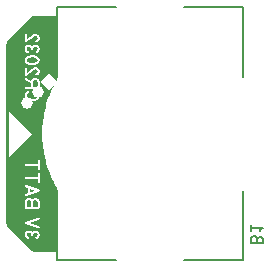
<source format=gbo>
G04 #@! TF.GenerationSoftware,KiCad,Pcbnew,9.0.3-9.0.3-0~ubuntu24.04.1*
G04 #@! TF.CreationDate,2025-07-13T11:29:56+02:00*
G04 #@! TF.ProjectId,PCBWatch,50434257-6174-4636-982e-6b696361645f,rev?*
G04 #@! TF.SameCoordinates,Original*
G04 #@! TF.FileFunction,Legend,Bot*
G04 #@! TF.FilePolarity,Positive*
%FSLAX46Y46*%
G04 Gerber Fmt 4.6, Leading zero omitted, Abs format (unit mm)*
G04 Created by KiCad (PCBNEW 9.0.3-9.0.3-0~ubuntu24.04.1) date 2025-07-13 11:29:56*
%MOMM*%
%LPD*%
G01*
G04 APERTURE LIST*
G04 Aperture macros list*
%AMRotRect*
0 Rectangle, with rotation*
0 The origin of the aperture is its center*
0 $1 length*
0 $2 width*
0 $3 Rotation angle, in degrees counterclockwise*
0 Add horizontal line*
21,1,$1,$2,0,0,$3*%
G04 Aperture macros list end*
%ADD10C,0.150000*%
%ADD11C,0.080000*%
%ADD12C,0.152400*%
%ADD13C,0.100000*%
%ADD14C,0.000000*%
%ADD15R,5.105400X2.489200*%
%ADD16C,5.080000*%
%ADD17R,1.000000X1.000000*%
%ADD18C,1.000000*%
%ADD19RotRect,1.000000X1.000000X315.000000*%
G04 APERTURE END LIST*
D10*
X29068990Y-28904761D02*
X29021371Y-28761904D01*
X29021371Y-28761904D02*
X28973752Y-28714285D01*
X28973752Y-28714285D02*
X28878514Y-28666666D01*
X28878514Y-28666666D02*
X28735657Y-28666666D01*
X28735657Y-28666666D02*
X28640419Y-28714285D01*
X28640419Y-28714285D02*
X28592800Y-28761904D01*
X28592800Y-28761904D02*
X28545180Y-28857142D01*
X28545180Y-28857142D02*
X28545180Y-29238094D01*
X28545180Y-29238094D02*
X29545180Y-29238094D01*
X29545180Y-29238094D02*
X29545180Y-28904761D01*
X29545180Y-28904761D02*
X29497561Y-28809523D01*
X29497561Y-28809523D02*
X29449942Y-28761904D01*
X29449942Y-28761904D02*
X29354704Y-28714285D01*
X29354704Y-28714285D02*
X29259466Y-28714285D01*
X29259466Y-28714285D02*
X29164228Y-28761904D01*
X29164228Y-28761904D02*
X29116609Y-28809523D01*
X29116609Y-28809523D02*
X29068990Y-28904761D01*
X29068990Y-28904761D02*
X29068990Y-29238094D01*
X28545180Y-27714285D02*
X28545180Y-28285713D01*
X28545180Y-27999999D02*
X29545180Y-27999999D01*
X29545180Y-27999999D02*
X29402323Y-28095237D01*
X29402323Y-28095237D02*
X29307085Y-28190475D01*
X29307085Y-28190475D02*
X29259466Y-28285713D01*
D11*
X20678571Y-21679530D02*
X20654762Y-21703340D01*
X20654762Y-21703340D02*
X20583333Y-21727149D01*
X20583333Y-21727149D02*
X20535714Y-21727149D01*
X20535714Y-21727149D02*
X20464286Y-21703340D01*
X20464286Y-21703340D02*
X20416667Y-21655720D01*
X20416667Y-21655720D02*
X20392857Y-21608101D01*
X20392857Y-21608101D02*
X20369048Y-21512863D01*
X20369048Y-21512863D02*
X20369048Y-21441435D01*
X20369048Y-21441435D02*
X20392857Y-21346197D01*
X20392857Y-21346197D02*
X20416667Y-21298578D01*
X20416667Y-21298578D02*
X20464286Y-21250959D01*
X20464286Y-21250959D02*
X20535714Y-21227149D01*
X20535714Y-21227149D02*
X20583333Y-21227149D01*
X20583333Y-21227149D02*
X20654762Y-21250959D01*
X20654762Y-21250959D02*
X20678571Y-21274768D01*
X21154762Y-21727149D02*
X20869048Y-21727149D01*
X21011905Y-21727149D02*
X21011905Y-21227149D01*
X21011905Y-21227149D02*
X20964286Y-21298578D01*
X20964286Y-21298578D02*
X20916667Y-21346197D01*
X20916667Y-21346197D02*
X20869048Y-21370006D01*
X21630952Y-21727149D02*
X21345238Y-21727149D01*
X21488095Y-21727149D02*
X21488095Y-21227149D01*
X21488095Y-21227149D02*
X21440476Y-21298578D01*
X21440476Y-21298578D02*
X21392857Y-21346197D01*
X21392857Y-21346197D02*
X21345238Y-21370006D01*
D12*
G04 #@! TO.C,B1*
X27874000Y-30680700D02*
X22885440Y-30680700D01*
X17114560Y-30680700D02*
X12126000Y-30680700D01*
X12126000Y-30680700D02*
X12126000Y-24826332D01*
X27874000Y-24826332D02*
X27874000Y-30680700D01*
D13*
X7921428Y-23013030D02*
X7921428Y-14311640D01*
D12*
X12126000Y-15173668D02*
X12126000Y-9319300D01*
X27874000Y-9319300D02*
X27874000Y-15173668D01*
X22885440Y-9319300D02*
X27874000Y-9319300D01*
X12126000Y-9319300D02*
X17114560Y-9319300D01*
D14*
G36*
X10259932Y-24821411D02*
G01*
X9818099Y-24968689D01*
X9818099Y-24673616D01*
X10259932Y-24821411D01*
G37*
G36*
X8021574Y-23014003D02*
G01*
X7822356Y-23014003D01*
X7822356Y-14310878D01*
X8021574Y-14310878D01*
X8021574Y-23014003D01*
G37*
G36*
X10277529Y-25639498D02*
G01*
X10281211Y-25639646D01*
X10284930Y-25639891D01*
X10288682Y-25640233D01*
X10292468Y-25640673D01*
X10296286Y-25641210D01*
X10300134Y-25641844D01*
X10304011Y-25642574D01*
X10307916Y-25643400D01*
X10311846Y-25644322D01*
X10315802Y-25645340D01*
X10319780Y-25646453D01*
X10323780Y-25647661D01*
X10327800Y-25648963D01*
X10331840Y-25650360D01*
X10335896Y-25651851D01*
X10339932Y-25653322D01*
X10343909Y-25654879D01*
X10347829Y-25656522D01*
X10351695Y-25658252D01*
X10355506Y-25660069D01*
X10359265Y-25661973D01*
X10362973Y-25663966D01*
X10366632Y-25666048D01*
X10370242Y-25668219D01*
X10373806Y-25670480D01*
X10377325Y-25672831D01*
X10380800Y-25675273D01*
X10384232Y-25677806D01*
X10387624Y-25680431D01*
X10390976Y-25683148D01*
X10394291Y-25685958D01*
X10397661Y-25688861D01*
X10400959Y-25691859D01*
X10404183Y-25694950D01*
X10407332Y-25698134D01*
X10410405Y-25701409D01*
X10413400Y-25704776D01*
X10416315Y-25708234D01*
X10419149Y-25711782D01*
X10421900Y-25715418D01*
X10424568Y-25719144D01*
X10427151Y-25722957D01*
X10429646Y-25726858D01*
X10432054Y-25730845D01*
X10434372Y-25734918D01*
X10436599Y-25739076D01*
X10438733Y-25743319D01*
X10440861Y-25747644D01*
X10442852Y-25752051D01*
X10444706Y-25756540D01*
X10446422Y-25761111D01*
X10448001Y-25765763D01*
X10449442Y-25770498D01*
X10450746Y-25775315D01*
X10451912Y-25780214D01*
X10452941Y-25785196D01*
X10453833Y-25790260D01*
X10454588Y-25795407D01*
X10455205Y-25800636D01*
X10455685Y-25805949D01*
X10456028Y-25811344D01*
X10456234Y-25816822D01*
X10456302Y-25822383D01*
X10456302Y-26186185D01*
X10091467Y-26186185D01*
X10091467Y-25822383D01*
X10091584Y-25816944D01*
X10091936Y-25811180D01*
X10092529Y-25805097D01*
X10093365Y-25798704D01*
X10094448Y-25792009D01*
X10095783Y-25785020D01*
X10097371Y-25777744D01*
X10099218Y-25770190D01*
X10100361Y-25766247D01*
X10101591Y-25762329D01*
X10102910Y-25758435D01*
X10104317Y-25754563D01*
X10105812Y-25750715D01*
X10107396Y-25746888D01*
X10109069Y-25743084D01*
X10110831Y-25739300D01*
X10112683Y-25735537D01*
X10114624Y-25731795D01*
X10116654Y-25728071D01*
X10118774Y-25724367D01*
X10120985Y-25720681D01*
X10123285Y-25717013D01*
X10125676Y-25713362D01*
X10128157Y-25709729D01*
X10130850Y-25706139D01*
X10133654Y-25702621D01*
X10136569Y-25699173D01*
X10139595Y-25695796D01*
X10142732Y-25692489D01*
X10145979Y-25689252D01*
X10149337Y-25686084D01*
X10152805Y-25682985D01*
X10156383Y-25679955D01*
X10160070Y-25676993D01*
X10163867Y-25674100D01*
X10167773Y-25671273D01*
X10171788Y-25668514D01*
X10175912Y-25665822D01*
X10180144Y-25663196D01*
X10184484Y-25660636D01*
X10188952Y-25658081D01*
X10193565Y-25655688D01*
X10198325Y-25653459D01*
X10203232Y-25651393D01*
X10208288Y-25649491D01*
X10213492Y-25647753D01*
X10218846Y-25646179D01*
X10224351Y-25644769D01*
X10230006Y-25643524D01*
X10235813Y-25642445D01*
X10241773Y-25641531D01*
X10247886Y-25640782D01*
X10254153Y-25640199D01*
X10260575Y-25639783D01*
X10267152Y-25639533D01*
X10273885Y-25639449D01*
X10277529Y-25639498D01*
G37*
G36*
X10277529Y-15471127D02*
G01*
X10281211Y-15471274D01*
X10284930Y-15471519D01*
X10288682Y-15471862D01*
X10292468Y-15472302D01*
X10296286Y-15472839D01*
X10300134Y-15473472D01*
X10304011Y-15474202D01*
X10307916Y-15475028D01*
X10311846Y-15475951D01*
X10315802Y-15476968D01*
X10319780Y-15478081D01*
X10323780Y-15479289D01*
X10327800Y-15480591D01*
X10331840Y-15481988D01*
X10335896Y-15483479D01*
X10339932Y-15484950D01*
X10343909Y-15486507D01*
X10347829Y-15488150D01*
X10351695Y-15489880D01*
X10355506Y-15491697D01*
X10359265Y-15493602D01*
X10362973Y-15495595D01*
X10366632Y-15497676D01*
X10370242Y-15499847D01*
X10373806Y-15502108D01*
X10377325Y-15504459D01*
X10380800Y-15506901D01*
X10384232Y-15509434D01*
X10387624Y-15512059D01*
X10390976Y-15514776D01*
X10394291Y-15517586D01*
X10397661Y-15520484D01*
X10400959Y-15523465D01*
X10404183Y-15526531D01*
X10407332Y-15529682D01*
X10410405Y-15532918D01*
X10413400Y-15536241D01*
X10416315Y-15539652D01*
X10419149Y-15543152D01*
X10421900Y-15546740D01*
X10424568Y-15550419D01*
X10427151Y-15554189D01*
X10429646Y-15558050D01*
X10432054Y-15562004D01*
X10434372Y-15566052D01*
X10436599Y-15570194D01*
X10438733Y-15574430D01*
X10440861Y-15578762D01*
X10442852Y-15583185D01*
X10444706Y-15587699D01*
X10446422Y-15592303D01*
X10448001Y-15596995D01*
X10449442Y-15601773D01*
X10450746Y-15606637D01*
X10451912Y-15611584D01*
X10452941Y-15616614D01*
X10453833Y-15621725D01*
X10454588Y-15626915D01*
X10455205Y-15632184D01*
X10455685Y-15637529D01*
X10456028Y-15642950D01*
X10456234Y-15648445D01*
X10456302Y-15654012D01*
X10456302Y-16017814D01*
X10273885Y-16017814D01*
X10091467Y-16017814D01*
X10091467Y-15654012D01*
X10091584Y-15648573D01*
X10091936Y-15642808D01*
X10092529Y-15636725D01*
X10093365Y-15630332D01*
X10094448Y-15623637D01*
X10095783Y-15616648D01*
X10097371Y-15609372D01*
X10099218Y-15601819D01*
X10100361Y-15597876D01*
X10101591Y-15593958D01*
X10102910Y-15590063D01*
X10104317Y-15586192D01*
X10105812Y-15582343D01*
X10107396Y-15578517D01*
X10109069Y-15574712D01*
X10110831Y-15570929D01*
X10112683Y-15567166D01*
X10114624Y-15563423D01*
X10116654Y-15559700D01*
X10118774Y-15555996D01*
X10120985Y-15552310D01*
X10123285Y-15548642D01*
X10125676Y-15544991D01*
X10128157Y-15541357D01*
X10130850Y-15537768D01*
X10133654Y-15534249D01*
X10136569Y-15530802D01*
X10139595Y-15527424D01*
X10142732Y-15524117D01*
X10145979Y-15520880D01*
X10149337Y-15517712D01*
X10152805Y-15514614D01*
X10156383Y-15511584D01*
X10160070Y-15508622D01*
X10163867Y-15505728D01*
X10167773Y-15502902D01*
X10171788Y-15500143D01*
X10175912Y-15497450D01*
X10180144Y-15494824D01*
X10184484Y-15492265D01*
X10188952Y-15489709D01*
X10193565Y-15487317D01*
X10198325Y-15485088D01*
X10203232Y-15483022D01*
X10208288Y-15481119D01*
X10213492Y-15479381D01*
X10218846Y-15477807D01*
X10224351Y-15476398D01*
X10230006Y-15475153D01*
X10235813Y-15474073D01*
X10241773Y-15473159D01*
X10247886Y-15472410D01*
X10254153Y-15471828D01*
X10260575Y-15471411D01*
X10267152Y-15471161D01*
X10273885Y-15471077D01*
X10277529Y-15471127D01*
G37*
G36*
X9729304Y-25639483D02*
G01*
X9732048Y-25639586D01*
X9734865Y-25639758D01*
X9737754Y-25639998D01*
X9743754Y-25640684D01*
X9750053Y-25641644D01*
X9756653Y-25642879D01*
X9763559Y-25644389D01*
X9770776Y-25646174D01*
X9778308Y-25648234D01*
X9782256Y-25649382D01*
X9786191Y-25650627D01*
X9790111Y-25651971D01*
X9794016Y-25653411D01*
X9797903Y-25654949D01*
X9801773Y-25656584D01*
X9805625Y-25658316D01*
X9809456Y-25660144D01*
X9813267Y-25662068D01*
X9817057Y-25664088D01*
X9820824Y-25666203D01*
X9824567Y-25668414D01*
X9828286Y-25670720D01*
X9831979Y-25673121D01*
X9835646Y-25675617D01*
X9839286Y-25678206D01*
X9842876Y-25680899D01*
X9846394Y-25683703D01*
X9849842Y-25686618D01*
X9853219Y-25689644D01*
X9856526Y-25692781D01*
X9859763Y-25696029D01*
X9862931Y-25699386D01*
X9866030Y-25702854D01*
X9869060Y-25706432D01*
X9872021Y-25710119D01*
X9874915Y-25713916D01*
X9877742Y-25717822D01*
X9880501Y-25721837D01*
X9883193Y-25725961D01*
X9885819Y-25730193D01*
X9888379Y-25734533D01*
X9890826Y-25738996D01*
X9893114Y-25743595D01*
X9895243Y-25748331D01*
X9897213Y-25753204D01*
X9899025Y-25758213D01*
X9900678Y-25763360D01*
X9902172Y-25768643D01*
X9903509Y-25774064D01*
X9904688Y-25779622D01*
X9905709Y-25785317D01*
X9906572Y-25791150D01*
X9907278Y-25797121D01*
X9907827Y-25803230D01*
X9908219Y-25809476D01*
X9908454Y-25815861D01*
X9908532Y-25822383D01*
X9908532Y-26186185D01*
X9543697Y-26186185D01*
X9543697Y-25822383D01*
X9543741Y-25818533D01*
X9543873Y-25814674D01*
X9544094Y-25810805D01*
X9544402Y-25806928D01*
X9544800Y-25803042D01*
X9545286Y-25799149D01*
X9545861Y-25795247D01*
X9546525Y-25791339D01*
X9547278Y-25787424D01*
X9548121Y-25783502D01*
X9549053Y-25779574D01*
X9550076Y-25775640D01*
X9551188Y-25771701D01*
X9552390Y-25767757D01*
X9553683Y-25763808D01*
X9555066Y-25759855D01*
X9556645Y-25755814D01*
X9558306Y-25751820D01*
X9560050Y-25747874D01*
X9561875Y-25743976D01*
X9563783Y-25740126D01*
X9565772Y-25736323D01*
X9567845Y-25732568D01*
X9569999Y-25728861D01*
X9572236Y-25725203D01*
X9574555Y-25721592D01*
X9576957Y-25718030D01*
X9579442Y-25714516D01*
X9582009Y-25711050D01*
X9584658Y-25707633D01*
X9587391Y-25704264D01*
X9590206Y-25700944D01*
X9593218Y-25697683D01*
X9596320Y-25694490D01*
X9599511Y-25691367D01*
X9602791Y-25688313D01*
X9606157Y-25685327D01*
X9609609Y-25682411D01*
X9613146Y-25679563D01*
X9616766Y-25676784D01*
X9620469Y-25674074D01*
X9624253Y-25671432D01*
X9628117Y-25668859D01*
X9632060Y-25666354D01*
X9636081Y-25663918D01*
X9640179Y-25661550D01*
X9644353Y-25659250D01*
X9648600Y-25657019D01*
X9652921Y-25654891D01*
X9657313Y-25652899D01*
X9661777Y-25651046D01*
X9666314Y-25649330D01*
X9670924Y-25647751D01*
X9675608Y-25646310D01*
X9680366Y-25645006D01*
X9685199Y-25643839D01*
X9690108Y-25642810D01*
X9695093Y-25641918D01*
X9700154Y-25641164D01*
X9705293Y-25640546D01*
X9710509Y-25640066D01*
X9715804Y-25639723D01*
X9721178Y-25639518D01*
X9726631Y-25639449D01*
X9729304Y-25639483D01*
G37*
G36*
X10024432Y-13548055D02*
G01*
X10048514Y-13549171D01*
X10072252Y-13551021D01*
X10095654Y-13553595D01*
X10118727Y-13556882D01*
X10141476Y-13560874D01*
X10163910Y-13565562D01*
X10186035Y-13570935D01*
X10207672Y-13576681D01*
X10228636Y-13582936D01*
X10248922Y-13589705D01*
X10268526Y-13596991D01*
X10287443Y-13604799D01*
X10305669Y-13613133D01*
X10323200Y-13621997D01*
X10340030Y-13631396D01*
X10347377Y-13636021D01*
X10354476Y-13640667D01*
X10361326Y-13645333D01*
X10367929Y-13650021D01*
X10374285Y-13654729D01*
X10380392Y-13659458D01*
X10386253Y-13664208D01*
X10391866Y-13668978D01*
X10397232Y-13673769D01*
X10402350Y-13678580D01*
X10407222Y-13683412D01*
X10411847Y-13688264D01*
X10416225Y-13693137D01*
X10420357Y-13698030D01*
X10424242Y-13702944D01*
X10427881Y-13707878D01*
X10431290Y-13712816D01*
X10434485Y-13717743D01*
X10437466Y-13722661D01*
X10440232Y-13727568D01*
X10442781Y-13732467D01*
X10445113Y-13737357D01*
X10447227Y-13742238D01*
X10449123Y-13747113D01*
X10450798Y-13751981D01*
X10452253Y-13756842D01*
X10453487Y-13761698D01*
X10454498Y-13766548D01*
X10455286Y-13771394D01*
X10455850Y-13776236D01*
X10456189Y-13781074D01*
X10456302Y-13785909D01*
X10456170Y-13791084D01*
X10455772Y-13796280D01*
X10455111Y-13801496D01*
X10454185Y-13806732D01*
X10452997Y-13811985D01*
X10451545Y-13817256D01*
X10449832Y-13822543D01*
X10447857Y-13827844D01*
X10445622Y-13833159D01*
X10443126Y-13838487D01*
X10440370Y-13843827D01*
X10437355Y-13849177D01*
X10434081Y-13854536D01*
X10430549Y-13859903D01*
X10426760Y-13865278D01*
X10422713Y-13870658D01*
X10418437Y-13875901D01*
X10413958Y-13881082D01*
X10409275Y-13886202D01*
X10404389Y-13891260D01*
X10399298Y-13896257D01*
X10394003Y-13901192D01*
X10388502Y-13906065D01*
X10382796Y-13910876D01*
X10376884Y-13915626D01*
X10370765Y-13920314D01*
X10364440Y-13924940D01*
X10357907Y-13929504D01*
X10351167Y-13934006D01*
X10344219Y-13938446D01*
X10337062Y-13942823D01*
X10329696Y-13947139D01*
X10322128Y-13951371D01*
X10314368Y-13955497D01*
X10306415Y-13959520D01*
X10298269Y-13963440D01*
X10281399Y-13970978D01*
X10263759Y-13978121D01*
X10245350Y-13984879D01*
X10226173Y-13991263D01*
X10206229Y-13997283D01*
X10185518Y-14002950D01*
X10164161Y-14007898D01*
X10142276Y-14012193D01*
X10119867Y-14015833D01*
X10096934Y-14018817D01*
X10073479Y-14021141D01*
X10049504Y-14022804D01*
X10025010Y-14023803D01*
X10000000Y-14024137D01*
X9985528Y-14024020D01*
X9971114Y-14023667D01*
X9956758Y-14023075D01*
X9942458Y-14022239D01*
X9928213Y-14021156D01*
X9914022Y-14019822D01*
X9899883Y-14018233D01*
X9885795Y-14016386D01*
X9872016Y-14014091D01*
X9858368Y-14011600D01*
X9844851Y-14008916D01*
X9831469Y-14006038D01*
X9818225Y-14002968D01*
X9805120Y-13999707D01*
X9792158Y-13996256D01*
X9779341Y-13992615D01*
X9766720Y-13988587D01*
X9754346Y-13984410D01*
X9742219Y-13980079D01*
X9730338Y-13975588D01*
X9718705Y-13970932D01*
X9707319Y-13966107D01*
X9696181Y-13961106D01*
X9685290Y-13955924D01*
X9674692Y-13950352D01*
X9664436Y-13944627D01*
X9654526Y-13938752D01*
X9644968Y-13932735D01*
X9635767Y-13926581D01*
X9626929Y-13920294D01*
X9618457Y-13913882D01*
X9610359Y-13907349D01*
X9606563Y-13903936D01*
X9602867Y-13900508D01*
X9599268Y-13897065D01*
X9595767Y-13893605D01*
X9592364Y-13890128D01*
X9589059Y-13886633D01*
X9585850Y-13883119D01*
X9582737Y-13879586D01*
X9579721Y-13876031D01*
X9576800Y-13872456D01*
X9573975Y-13868858D01*
X9571245Y-13865236D01*
X9568609Y-13861591D01*
X9566068Y-13857922D01*
X9563621Y-13854226D01*
X9561267Y-13850504D01*
X9559138Y-13846644D01*
X9557147Y-13842754D01*
X9555294Y-13838836D01*
X9553578Y-13834891D01*
X9551999Y-13830920D01*
X9550558Y-13826925D01*
X9549254Y-13822906D01*
X9548087Y-13818866D01*
X9547058Y-13814805D01*
X9546166Y-13810725D01*
X9545412Y-13806626D01*
X9544794Y-13802511D01*
X9544314Y-13798381D01*
X9543971Y-13794236D01*
X9543766Y-13790078D01*
X9543697Y-13785909D01*
X9543810Y-13781707D01*
X9544149Y-13777448D01*
X9544713Y-13773134D01*
X9545501Y-13768761D01*
X9546513Y-13764330D01*
X9547746Y-13759840D01*
X9549201Y-13755290D01*
X9550877Y-13750679D01*
X9552772Y-13746007D01*
X9554886Y-13741271D01*
X9557219Y-13736472D01*
X9559768Y-13731609D01*
X9562533Y-13726680D01*
X9565514Y-13721686D01*
X9568710Y-13716624D01*
X9572119Y-13711495D01*
X9575748Y-13706242D01*
X9579604Y-13701030D01*
X9583686Y-13695861D01*
X9587996Y-13690735D01*
X9592532Y-13685653D01*
X9597295Y-13680616D01*
X9602285Y-13675626D01*
X9607501Y-13670683D01*
X9612944Y-13665787D01*
X9618613Y-13660941D01*
X9624509Y-13656145D01*
X9630631Y-13651399D01*
X9636980Y-13646706D01*
X9643555Y-13642065D01*
X9650357Y-13637479D01*
X9657385Y-13632946D01*
X9664633Y-13628489D01*
X9672095Y-13624124D01*
X9679772Y-13619852D01*
X9687664Y-13615672D01*
X9695774Y-13611583D01*
X9704100Y-13607585D01*
X9712645Y-13603677D01*
X9721409Y-13599860D01*
X9739596Y-13592491D01*
X9758668Y-13585476D01*
X9778632Y-13578808D01*
X9799495Y-13572485D01*
X9821472Y-13566709D01*
X9844337Y-13561688D01*
X9868086Y-13557427D01*
X9892716Y-13553930D01*
X9918225Y-13551203D01*
X9944611Y-13549249D01*
X9971870Y-13548073D01*
X10000000Y-13547680D01*
X10024432Y-13548055D01*
G37*
G36*
X12207100Y-14963615D02*
G01*
X12206383Y-14991833D01*
X12204282Y-15021528D01*
X12200873Y-15052457D01*
X12196232Y-15084377D01*
X12190436Y-15117043D01*
X12183561Y-15150214D01*
X12175684Y-15183644D01*
X12166879Y-15217092D01*
X12157224Y-15250314D01*
X12146795Y-15283066D01*
X12135667Y-15315105D01*
X12123918Y-15346188D01*
X12111623Y-15376071D01*
X12098858Y-15404512D01*
X12085700Y-15431266D01*
X12072225Y-15456091D01*
X11935538Y-15703687D01*
X11806738Y-15954944D01*
X11685878Y-16209672D01*
X11573010Y-16467681D01*
X11468189Y-16728781D01*
X11371468Y-16992781D01*
X11282899Y-17259490D01*
X11202536Y-17528719D01*
X11130433Y-17800277D01*
X11066642Y-18073974D01*
X11011217Y-18349618D01*
X10964212Y-18627021D01*
X10925678Y-18905991D01*
X10895671Y-19186338D01*
X10874242Y-19467872D01*
X10861446Y-19750403D01*
X10858989Y-19874163D01*
X10858170Y-20014986D01*
X10858989Y-20155809D01*
X10861446Y-20279569D01*
X10874243Y-20562100D01*
X10895671Y-20843634D01*
X10925679Y-21123981D01*
X10964212Y-21402951D01*
X11011218Y-21680354D01*
X11066643Y-21955998D01*
X11130433Y-22229695D01*
X11202537Y-22501253D01*
X11282899Y-22770482D01*
X11371468Y-23037191D01*
X11468189Y-23301191D01*
X11573011Y-23562291D01*
X11685878Y-23820300D01*
X11806738Y-24075028D01*
X11935538Y-24326285D01*
X12072225Y-24573881D01*
X12085700Y-24598706D01*
X12098858Y-24625460D01*
X12111623Y-24653900D01*
X12123918Y-24683784D01*
X12135667Y-24714867D01*
X12146795Y-24746906D01*
X12157224Y-24779658D01*
X12166879Y-24812880D01*
X12175684Y-24846328D01*
X12183561Y-24879758D01*
X12190436Y-24912929D01*
X12196232Y-24945595D01*
X12200873Y-24977515D01*
X12204282Y-25008444D01*
X12206383Y-25038139D01*
X12207100Y-25066357D01*
X12207100Y-30015409D01*
X10279053Y-30015409D01*
X10247372Y-30014624D01*
X10215907Y-30012283D01*
X10184710Y-30008409D01*
X10153834Y-30003021D01*
X10123331Y-29996144D01*
X10093253Y-29987797D01*
X10063653Y-29978003D01*
X10034583Y-29966783D01*
X10006094Y-29954159D01*
X9978240Y-29940154D01*
X9951073Y-29924788D01*
X9924645Y-29908083D01*
X9899008Y-29890061D01*
X9874214Y-29870743D01*
X9850317Y-29850152D01*
X9827368Y-29828309D01*
X9635164Y-29636051D01*
X8567370Y-28567952D01*
X9361796Y-28567952D01*
X9362091Y-28583445D01*
X9362973Y-28598722D01*
X9364438Y-28613781D01*
X9366484Y-28628622D01*
X9369106Y-28643242D01*
X9372301Y-28657642D01*
X9376067Y-28671820D01*
X9380399Y-28685775D01*
X9385431Y-28699242D01*
X9390863Y-28712401D01*
X9396699Y-28725253D01*
X9402942Y-28737801D01*
X9409597Y-28750046D01*
X9416668Y-28761992D01*
X9424160Y-28773640D01*
X9432076Y-28784993D01*
X9436294Y-28790550D01*
X9440598Y-28796014D01*
X9444987Y-28801386D01*
X9449461Y-28806663D01*
X9454019Y-28811846D01*
X9458662Y-28816935D01*
X9463388Y-28821929D01*
X9468196Y-28826827D01*
X9473087Y-28831629D01*
X9478060Y-28836334D01*
X9483115Y-28840942D01*
X9488250Y-28845452D01*
X9493466Y-28849865D01*
X9498761Y-28854178D01*
X9504136Y-28858393D01*
X9509590Y-28862508D01*
X9520884Y-28870193D01*
X9532356Y-28877430D01*
X9544010Y-28884221D01*
X9555853Y-28890570D01*
X9567887Y-28896479D01*
X9580119Y-28901952D01*
X9592552Y-28906992D01*
X9605192Y-28911601D01*
X9606855Y-28912346D01*
X9608547Y-28913045D01*
X9610268Y-28913696D01*
X9612017Y-28914300D01*
X9613796Y-28914856D01*
X9615602Y-28915365D01*
X9617437Y-28915826D01*
X9619299Y-28916239D01*
X9621189Y-28916604D01*
X9623106Y-28916921D01*
X9625050Y-28917190D01*
X9627020Y-28917410D01*
X9629017Y-28917581D01*
X9631040Y-28917704D01*
X9633089Y-28917777D01*
X9635164Y-28917802D01*
X9637356Y-28917772D01*
X9639538Y-28917683D01*
X9641709Y-28917536D01*
X9643872Y-28917331D01*
X9646025Y-28917068D01*
X9648170Y-28916749D01*
X9650307Y-28916373D01*
X9652437Y-28915942D01*
X9654560Y-28915456D01*
X9656677Y-28914916D01*
X9658788Y-28914322D01*
X9660893Y-28913675D01*
X9662994Y-28912975D01*
X9665090Y-28912224D01*
X9667182Y-28911421D01*
X9669271Y-28910567D01*
X9673374Y-28908544D01*
X9677335Y-28906426D01*
X9681156Y-28904208D01*
X9684838Y-28901886D01*
X9686628Y-28900684D01*
X9688383Y-28899454D01*
X9690104Y-28898195D01*
X9691792Y-28896906D01*
X9693446Y-28895588D01*
X9695067Y-28894239D01*
X9696654Y-28892859D01*
X9698209Y-28891447D01*
X9699730Y-28889892D01*
X9701215Y-28888305D01*
X9702666Y-28886684D01*
X9704079Y-28885030D01*
X9705454Y-28883342D01*
X9706791Y-28881621D01*
X9708089Y-28879866D01*
X9709346Y-28878076D01*
X9710562Y-28876252D01*
X9711736Y-28874394D01*
X9712867Y-28872501D01*
X9713954Y-28870573D01*
X9714996Y-28868610D01*
X9715993Y-28866611D01*
X9716943Y-28864577D01*
X9717846Y-28862508D01*
X9718802Y-28860311D01*
X9719693Y-28858114D01*
X9720520Y-28855917D01*
X9721282Y-28853721D01*
X9721981Y-28851525D01*
X9722616Y-28849329D01*
X9723189Y-28847134D01*
X9723700Y-28844938D01*
X9724148Y-28842742D01*
X9724536Y-28840546D01*
X9724862Y-28838350D01*
X9725128Y-28836154D01*
X9725335Y-28833958D01*
X9725481Y-28831762D01*
X9725569Y-28829565D01*
X9725598Y-28827368D01*
X9725535Y-28823552D01*
X9725344Y-28819795D01*
X9725026Y-28816098D01*
X9724580Y-28812461D01*
X9724005Y-28808884D01*
X9723301Y-28805368D01*
X9722468Y-28801913D01*
X9721504Y-28798519D01*
X9720411Y-28795187D01*
X9719186Y-28791917D01*
X9717830Y-28788710D01*
X9716342Y-28785565D01*
X9714721Y-28782484D01*
X9712968Y-28779467D01*
X9711082Y-28776513D01*
X9709061Y-28773624D01*
X9706933Y-28770815D01*
X9704723Y-28768097D01*
X9702431Y-28765473D01*
X9700056Y-28762940D01*
X9697599Y-28760498D01*
X9695061Y-28758147D01*
X9692439Y-28755886D01*
X9689736Y-28753715D01*
X9686950Y-28751633D01*
X9684082Y-28749640D01*
X9681131Y-28747735D01*
X9678097Y-28745918D01*
X9674981Y-28744189D01*
X9671782Y-28742546D01*
X9668501Y-28740989D01*
X9665136Y-28739518D01*
X9662282Y-28738714D01*
X9659431Y-28737839D01*
X9656585Y-28736893D01*
X9653745Y-28735878D01*
X9650909Y-28734793D01*
X9648079Y-28733638D01*
X9645255Y-28732414D01*
X9642438Y-28731121D01*
X9639627Y-28729760D01*
X9636824Y-28728330D01*
X9634028Y-28726832D01*
X9631240Y-28725266D01*
X9628461Y-28723633D01*
X9625691Y-28721932D01*
X9622930Y-28720165D01*
X9620178Y-28718330D01*
X9614956Y-28714282D01*
X9609837Y-28710047D01*
X9604825Y-28705622D01*
X9599920Y-28701007D01*
X9595126Y-28696199D01*
X9590443Y-28691198D01*
X9585874Y-28686001D01*
X9581421Y-28680607D01*
X9579356Y-28677836D01*
X9577338Y-28675016D01*
X9575364Y-28672148D01*
X9573435Y-28669232D01*
X9569708Y-28663253D01*
X9566150Y-28657082D01*
X9562757Y-28650718D01*
X9559524Y-28644163D01*
X9556445Y-28637417D01*
X9553515Y-28630481D01*
X9552235Y-28626837D01*
X9551030Y-28623156D01*
X9549903Y-28619438D01*
X9548853Y-28615684D01*
X9547883Y-28611895D01*
X9546992Y-28608070D01*
X9546181Y-28604210D01*
X9545453Y-28600315D01*
X9544806Y-28596386D01*
X9544243Y-28592423D01*
X9543764Y-28588426D01*
X9543370Y-28584396D01*
X9543062Y-28580334D01*
X9542841Y-28576238D01*
X9542708Y-28572111D01*
X9542663Y-28567952D01*
X9542713Y-28563995D01*
X9542860Y-28560032D01*
X9543105Y-28556064D01*
X9543448Y-28552090D01*
X9543888Y-28548110D01*
X9544425Y-28544124D01*
X9545059Y-28540132D01*
X9545789Y-28536133D01*
X9546615Y-28532127D01*
X9547537Y-28528114D01*
X9548555Y-28524094D01*
X9549668Y-28520066D01*
X9550875Y-28516030D01*
X9552178Y-28511986D01*
X9553575Y-28507934D01*
X9555066Y-28503874D01*
X9556758Y-28499724D01*
X9558539Y-28495626D01*
X9560408Y-28491580D01*
X9562363Y-28487586D01*
X9564403Y-28483645D01*
X9566529Y-28479757D01*
X9568739Y-28475923D01*
X9571032Y-28472143D01*
X9573408Y-28468419D01*
X9575865Y-28464750D01*
X9578403Y-28461136D01*
X9581021Y-28457580D01*
X9583717Y-28454080D01*
X9586492Y-28450638D01*
X9589344Y-28447254D01*
X9592273Y-28443929D01*
X9595279Y-28440678D01*
X9598364Y-28437516D01*
X9601530Y-28434442D01*
X9604777Y-28431456D01*
X9608104Y-28428556D01*
X9611513Y-28425741D01*
X9615003Y-28423010D01*
X9618575Y-28420363D01*
X9622229Y-28417798D01*
X9625967Y-28415315D01*
X9629787Y-28412912D01*
X9633691Y-28410589D01*
X9637679Y-28408344D01*
X9641751Y-28406177D01*
X9645908Y-28404086D01*
X9650150Y-28402071D01*
X9654466Y-28400045D01*
X9658844Y-28398142D01*
X9663284Y-28396363D01*
X9667786Y-28394710D01*
X9672350Y-28393182D01*
X9676976Y-28391783D01*
X9681664Y-28390511D01*
X9686413Y-28389369D01*
X9691225Y-28388358D01*
X9696098Y-28387478D01*
X9701033Y-28386730D01*
X9706029Y-28386116D01*
X9711087Y-28385637D01*
X9716207Y-28385293D01*
X9721388Y-28385087D01*
X9726631Y-28385017D01*
X9731739Y-28385116D01*
X9736955Y-28385410D01*
X9742280Y-28385898D01*
X9747715Y-28386580D01*
X9753259Y-28387454D01*
X9758914Y-28388520D01*
X9764679Y-28389775D01*
X9770556Y-28391219D01*
X9773518Y-28391916D01*
X9776472Y-28392688D01*
X9779418Y-28393533D01*
X9782355Y-28394452D01*
X9785285Y-28395443D01*
X9788208Y-28396505D01*
X9791123Y-28397638D01*
X9794031Y-28398840D01*
X9796932Y-28400111D01*
X9799826Y-28401450D01*
X9805596Y-28404327D01*
X9811342Y-28407465D01*
X9817065Y-28410856D01*
X9819909Y-28412533D01*
X9822729Y-28414268D01*
X9825526Y-28416062D01*
X9828299Y-28417916D01*
X9831050Y-28419829D01*
X9833778Y-28421802D01*
X9836485Y-28423836D01*
X9839170Y-28425932D01*
X9841835Y-28428089D01*
X9844480Y-28430308D01*
X9847106Y-28432591D01*
X9849712Y-28434937D01*
X9852300Y-28437346D01*
X9854869Y-28439820D01*
X9859957Y-28444962D01*
X9862458Y-28447636D01*
X9864909Y-28450381D01*
X9867307Y-28453199D01*
X9869654Y-28456087D01*
X9871948Y-28459047D01*
X9874189Y-28462077D01*
X9876376Y-28465176D01*
X9878509Y-28468345D01*
X9880587Y-28471583D01*
X9882609Y-28474888D01*
X9884575Y-28478261D01*
X9886485Y-28481701D01*
X9888337Y-28485208D01*
X9890132Y-28488781D01*
X9891868Y-28492419D01*
X9893546Y-28496122D01*
X9895432Y-28500747D01*
X9897139Y-28505395D01*
X9898670Y-28510067D01*
X9900032Y-28514764D01*
X9901230Y-28519489D01*
X9902267Y-28524244D01*
X9903149Y-28529029D01*
X9903882Y-28533846D01*
X9905592Y-28543369D01*
X9907202Y-28552631D01*
X9908702Y-28561673D01*
X9910083Y-28570537D01*
X9910991Y-28574912D01*
X9911952Y-28579246D01*
X9912956Y-28583533D01*
X9913997Y-28587771D01*
X9916153Y-28596076D01*
X9918351Y-28604126D01*
X9919038Y-28606082D01*
X9919779Y-28607996D01*
X9920575Y-28609869D01*
X9921426Y-28611703D01*
X9922332Y-28613498D01*
X9923293Y-28615255D01*
X9924308Y-28616975D01*
X9925378Y-28618660D01*
X9926504Y-28620311D01*
X9927684Y-28621929D01*
X9928919Y-28623514D01*
X9930209Y-28625069D01*
X9931555Y-28626593D01*
X9932955Y-28628089D01*
X9934410Y-28629556D01*
X9935921Y-28630998D01*
X9939447Y-28634217D01*
X9942997Y-28637276D01*
X9944781Y-28638742D01*
X9946571Y-28640164D01*
X9948367Y-28641541D01*
X9950171Y-28642871D01*
X9951981Y-28644153D01*
X9953798Y-28645385D01*
X9955622Y-28646567D01*
X9957454Y-28647697D01*
X9959294Y-28648773D01*
X9961141Y-28649795D01*
X9962996Y-28650760D01*
X9964860Y-28651669D01*
X9966743Y-28652408D01*
X9968657Y-28653090D01*
X9970602Y-28653716D01*
X9972579Y-28654287D01*
X9974588Y-28654804D01*
X9976630Y-28655269D01*
X9978705Y-28655683D01*
X9980815Y-28656048D01*
X9982958Y-28656365D01*
X9985137Y-28656635D01*
X9987350Y-28656860D01*
X9989600Y-28657041D01*
X9991886Y-28657179D01*
X9994208Y-28657276D01*
X9998966Y-28657352D01*
X10002895Y-28657284D01*
X10006770Y-28657080D01*
X10010591Y-28656738D01*
X10014359Y-28656257D01*
X10018073Y-28655636D01*
X10021732Y-28654874D01*
X10025337Y-28653970D01*
X10028888Y-28652923D01*
X10032383Y-28651732D01*
X10035823Y-28650396D01*
X10039208Y-28648913D01*
X10042537Y-28647283D01*
X10045811Y-28645504D01*
X10049028Y-28643576D01*
X10052189Y-28641497D01*
X10055294Y-28639266D01*
X10058423Y-28636829D01*
X10061438Y-28634131D01*
X10064339Y-28631173D01*
X10067126Y-28627955D01*
X10069797Y-28624476D01*
X10072352Y-28620736D01*
X10074792Y-28616736D01*
X10077116Y-28612475D01*
X10079322Y-28607953D01*
X10081412Y-28603170D01*
X10083384Y-28598126D01*
X10085238Y-28592821D01*
X10086974Y-28587254D01*
X10088591Y-28581426D01*
X10090089Y-28575337D01*
X10091467Y-28568986D01*
X10097668Y-28529195D01*
X10098673Y-28523259D01*
X10099927Y-28517317D01*
X10101431Y-28511371D01*
X10103184Y-28505424D01*
X10105183Y-28499476D01*
X10107429Y-28493531D01*
X10109920Y-28487589D01*
X10112655Y-28481653D01*
X10114116Y-28478696D01*
X10115643Y-28475758D01*
X10117237Y-28472837D01*
X10118898Y-28469933D01*
X10120627Y-28467046D01*
X10122422Y-28464174D01*
X10124286Y-28461318D01*
X10126219Y-28458476D01*
X10128219Y-28455647D01*
X10130289Y-28452832D01*
X10132429Y-28450029D01*
X10134638Y-28447238D01*
X10139266Y-28441688D01*
X10144177Y-28436177D01*
X10146874Y-28433455D01*
X10149692Y-28430781D01*
X10152631Y-28428158D01*
X10155692Y-28425585D01*
X10158875Y-28423063D01*
X10162181Y-28420594D01*
X10165609Y-28418178D01*
X10169161Y-28415816D01*
X10172836Y-28413509D01*
X10176635Y-28411258D01*
X10180558Y-28409064D01*
X10184607Y-28406927D01*
X10188780Y-28404848D01*
X10193079Y-28402828D01*
X10197504Y-28400869D01*
X10202055Y-28398971D01*
X10206660Y-28397269D01*
X10211247Y-28395679D01*
X10215816Y-28394201D01*
X10220366Y-28392835D01*
X10224897Y-28391580D01*
X10229408Y-28390436D01*
X10233900Y-28389402D01*
X10238371Y-28388478D01*
X10242821Y-28387664D01*
X10247251Y-28386960D01*
X10251659Y-28386365D01*
X10256046Y-28385879D01*
X10260410Y-28385502D01*
X10264752Y-28385232D01*
X10269071Y-28385071D01*
X10273368Y-28385017D01*
X10276256Y-28385057D01*
X10279208Y-28385175D01*
X10282225Y-28385371D01*
X10285307Y-28385645D01*
X10288455Y-28385997D01*
X10291669Y-28386425D01*
X10298301Y-28387510D01*
X10305207Y-28388897D01*
X10312393Y-28390583D01*
X10319865Y-28392564D01*
X10327628Y-28394836D01*
X10331571Y-28395983D01*
X10335491Y-28397228D01*
X10339386Y-28398571D01*
X10343257Y-28400012D01*
X10347102Y-28401554D01*
X10350921Y-28403196D01*
X10354714Y-28404939D01*
X10358480Y-28406785D01*
X10362218Y-28408734D01*
X10365928Y-28410786D01*
X10369610Y-28412943D01*
X10373263Y-28415206D01*
X10376886Y-28417574D01*
X10380479Y-28420050D01*
X10384042Y-28422633D01*
X10387573Y-28425325D01*
X10391158Y-28428126D01*
X10394661Y-28431034D01*
X10398084Y-28434050D01*
X10401427Y-28437172D01*
X10404691Y-28440399D01*
X10407878Y-28443732D01*
X10410987Y-28447169D01*
X10414020Y-28450710D01*
X10416977Y-28454353D01*
X10419860Y-28458099D01*
X10422668Y-28461947D01*
X10425404Y-28465896D01*
X10428067Y-28469945D01*
X10430659Y-28474093D01*
X10433181Y-28478340D01*
X10435633Y-28482686D01*
X10438085Y-28487139D01*
X10440390Y-28491709D01*
X10442544Y-28496396D01*
X10444548Y-28501200D01*
X10446398Y-28506121D01*
X10448095Y-28511158D01*
X10449636Y-28516312D01*
X10451021Y-28521584D01*
X10452248Y-28526972D01*
X10453316Y-28532476D01*
X10454223Y-28538097D01*
X10454968Y-28543835D01*
X10455550Y-28549690D01*
X10455967Y-28555661D01*
X10456218Y-28561748D01*
X10456302Y-28567952D01*
X10456273Y-28570497D01*
X10456184Y-28573078D01*
X10455831Y-28578353D01*
X10455249Y-28583783D01*
X10454443Y-28589371D01*
X10453417Y-28595125D01*
X10452176Y-28601048D01*
X10450725Y-28607147D01*
X10449068Y-28613427D01*
X10447409Y-28619787D01*
X10445507Y-28626121D01*
X10443361Y-28632429D01*
X10440969Y-28638710D01*
X10438329Y-28644964D01*
X10435441Y-28651190D01*
X10432303Y-28657387D01*
X10428914Y-28663554D01*
X10427119Y-28666512D01*
X10425248Y-28669451D01*
X10423305Y-28672372D01*
X10421288Y-28675275D01*
X10419199Y-28678159D01*
X10417039Y-28681023D01*
X10414808Y-28683868D01*
X10412508Y-28686692D01*
X10410139Y-28689496D01*
X10407702Y-28692278D01*
X10405199Y-28695040D01*
X10402629Y-28697779D01*
X10397295Y-28703192D01*
X10391707Y-28708512D01*
X10388814Y-28710999D01*
X10385846Y-28713405D01*
X10382805Y-28715730D01*
X10379689Y-28717974D01*
X10376499Y-28720137D01*
X10373233Y-28722219D01*
X10369893Y-28724218D01*
X10366477Y-28726135D01*
X10362986Y-28727970D01*
X10359419Y-28729722D01*
X10355776Y-28731391D01*
X10352057Y-28732977D01*
X10348261Y-28734480D01*
X10344389Y-28735899D01*
X10340440Y-28737234D01*
X10336413Y-28738484D01*
X10332735Y-28740069D01*
X10329172Y-28741745D01*
X10325723Y-28743513D01*
X10322387Y-28745373D01*
X10319163Y-28747323D01*
X10316051Y-28749364D01*
X10313050Y-28751494D01*
X10310160Y-28753715D01*
X10307380Y-28756025D01*
X10304709Y-28758423D01*
X10302146Y-28760910D01*
X10299692Y-28763485D01*
X10297344Y-28766148D01*
X10295103Y-28768898D01*
X10292968Y-28771735D01*
X10290938Y-28774658D01*
X10289128Y-28777635D01*
X10287434Y-28780631D01*
X10285856Y-28783650D01*
X10284394Y-28786691D01*
X10283048Y-28789756D01*
X10281819Y-28792845D01*
X10280706Y-28795960D01*
X10279710Y-28799101D01*
X10278830Y-28802270D01*
X10278067Y-28805467D01*
X10277422Y-28808693D01*
X10276893Y-28811950D01*
X10276482Y-28815238D01*
X10276188Y-28818559D01*
X10276011Y-28821913D01*
X10275952Y-28825301D01*
X10275977Y-28827499D01*
X10276050Y-28829697D01*
X10276173Y-28831894D01*
X10276344Y-28834089D01*
X10276564Y-28836282D01*
X10276833Y-28838470D01*
X10277149Y-28840654D01*
X10277514Y-28842832D01*
X10277927Y-28845003D01*
X10278388Y-28847167D01*
X10278897Y-28849321D01*
X10279454Y-28851466D01*
X10280058Y-28853599D01*
X10280709Y-28855721D01*
X10281407Y-28857829D01*
X10282153Y-28859924D01*
X10283050Y-28861994D01*
X10283984Y-28864027D01*
X10284955Y-28866026D01*
X10285964Y-28867989D01*
X10287012Y-28869917D01*
X10288100Y-28871810D01*
X10289227Y-28873668D01*
X10290395Y-28875492D01*
X10291604Y-28877282D01*
X10292855Y-28879037D01*
X10294148Y-28880758D01*
X10295484Y-28882446D01*
X10296864Y-28884100D01*
X10298289Y-28885721D01*
X10299758Y-28887308D01*
X10301273Y-28888863D01*
X10302931Y-28890383D01*
X10304607Y-28891868D01*
X10306304Y-28893317D01*
X10308020Y-28894731D01*
X10309755Y-28896110D01*
X10311511Y-28897454D01*
X10313287Y-28898764D01*
X10315084Y-28900039D01*
X10316901Y-28901279D01*
X10318739Y-28902486D01*
X10320597Y-28903658D01*
X10322477Y-28904797D01*
X10324379Y-28905902D01*
X10326301Y-28906973D01*
X10328246Y-28908011D01*
X10330212Y-28909017D01*
X10332312Y-28909864D01*
X10334434Y-28910651D01*
X10336580Y-28911377D01*
X10338748Y-28912044D01*
X10340939Y-28912652D01*
X10343151Y-28913202D01*
X10345385Y-28913695D01*
X10347640Y-28914133D01*
X10349915Y-28914516D01*
X10352211Y-28914845D01*
X10354526Y-28915120D01*
X10356861Y-28915344D01*
X10359215Y-28915516D01*
X10361587Y-28915638D01*
X10363977Y-28915710D01*
X10366385Y-28915734D01*
X10370376Y-28915656D01*
X10374435Y-28915421D01*
X10378558Y-28915026D01*
X10382741Y-28914469D01*
X10386978Y-28913747D01*
X10391266Y-28912858D01*
X10395600Y-28911799D01*
X10399976Y-28910567D01*
X10404349Y-28908986D01*
X10408683Y-28907319D01*
X10412981Y-28905568D01*
X10417248Y-28903733D01*
X10421488Y-28901816D01*
X10425704Y-28899818D01*
X10429901Y-28897739D01*
X10434082Y-28895581D01*
X10438245Y-28893366D01*
X10442382Y-28891110D01*
X10446494Y-28888810D01*
X10450580Y-28886460D01*
X10454638Y-28884055D01*
X10458667Y-28881591D01*
X10462668Y-28879061D01*
X10466638Y-28876461D01*
X10470742Y-28873841D01*
X10474703Y-28871252D01*
X10478524Y-28868693D01*
X10482206Y-28866164D01*
X10485751Y-28863662D01*
X10489160Y-28861186D01*
X10492435Y-28858735D01*
X10495577Y-28856307D01*
X10500153Y-28852976D01*
X10504653Y-28849577D01*
X10509075Y-28846110D01*
X10513419Y-28842577D01*
X10517683Y-28838978D01*
X10521868Y-28835314D01*
X10525972Y-28831586D01*
X10529995Y-28827795D01*
X10533935Y-28823943D01*
X10537792Y-28820030D01*
X10541564Y-28816057D01*
X10545252Y-28812025D01*
X10548855Y-28807936D01*
X10552370Y-28803789D01*
X10555799Y-28799586D01*
X10559139Y-28795329D01*
X10565783Y-28786715D01*
X10572098Y-28778008D01*
X10578093Y-28769202D01*
X10583777Y-28760292D01*
X10589158Y-28751273D01*
X10594247Y-28742137D01*
X10599051Y-28732881D01*
X10603580Y-28723498D01*
X10607839Y-28714015D01*
X10611820Y-28704465D01*
X10615515Y-28694852D01*
X10618917Y-28685181D01*
X10622016Y-28675454D01*
X10624805Y-28665676D01*
X10627275Y-28655851D01*
X10629419Y-28645984D01*
X10631479Y-28635926D01*
X10633264Y-28625964D01*
X10634773Y-28616093D01*
X10636009Y-28606309D01*
X10636969Y-28596607D01*
X10637655Y-28586984D01*
X10638066Y-28577433D01*
X10638203Y-28567952D01*
X10638095Y-28559178D01*
X10637772Y-28550434D01*
X10637232Y-28541721D01*
X10636478Y-28533040D01*
X10635510Y-28524391D01*
X10634327Y-28515774D01*
X10632931Y-28507190D01*
X10631321Y-28498640D01*
X10629498Y-28490125D01*
X10627463Y-28481644D01*
X10625216Y-28473199D01*
X10622758Y-28464790D01*
X10620088Y-28456418D01*
X10617207Y-28448083D01*
X10614116Y-28439785D01*
X10610815Y-28431526D01*
X10607431Y-28423346D01*
X10603872Y-28415285D01*
X10600137Y-28407342D01*
X10596225Y-28399518D01*
X10592136Y-28391812D01*
X10587870Y-28384223D01*
X10583426Y-28376752D01*
X10578804Y-28369397D01*
X10574004Y-28362159D01*
X10569024Y-28355038D01*
X10563866Y-28348033D01*
X10558527Y-28341144D01*
X10553008Y-28334370D01*
X10547309Y-28327711D01*
X10547253Y-28327649D01*
X10541429Y-28321167D01*
X10535368Y-28314738D01*
X10529247Y-28308446D01*
X10522970Y-28302314D01*
X10516537Y-28296341D01*
X10509949Y-28290527D01*
X10503208Y-28284872D01*
X10496313Y-28279376D01*
X10489265Y-28274039D01*
X10482066Y-28268860D01*
X10474715Y-28263839D01*
X10467215Y-28258975D01*
X10459564Y-28254269D01*
X10451765Y-28249720D01*
X10443818Y-28245327D01*
X10435724Y-28241092D01*
X10427483Y-28237013D01*
X10419096Y-28233089D01*
X10410700Y-28229362D01*
X10402212Y-28225869D01*
X10393630Y-28222613D01*
X10384955Y-28219593D01*
X10376186Y-28216811D01*
X10367322Y-28214267D01*
X10358363Y-28211962D01*
X10349308Y-28209896D01*
X10340157Y-28208071D01*
X10330910Y-28206487D01*
X10321565Y-28205144D01*
X10312123Y-28204044D01*
X10302583Y-28203188D01*
X10292944Y-28202575D01*
X10283205Y-28202206D01*
X10273368Y-28202084D01*
X10263505Y-28202211D01*
X10253692Y-28202593D01*
X10243930Y-28203230D01*
X10234219Y-28204122D01*
X10224561Y-28205268D01*
X10214955Y-28206668D01*
X10205402Y-28208323D01*
X10195904Y-28210231D01*
X10186461Y-28212394D01*
X10177074Y-28214811D01*
X10167742Y-28217482D01*
X10158468Y-28220406D01*
X10149252Y-28223584D01*
X10140094Y-28227016D01*
X10130995Y-28230701D01*
X10121956Y-28234639D01*
X10113133Y-28238813D01*
X10104462Y-28243204D01*
X10095944Y-28247812D01*
X10087577Y-28252636D01*
X10079363Y-28257675D01*
X10071299Y-28262929D01*
X10063387Y-28268397D01*
X10055627Y-28274078D01*
X10048017Y-28279972D01*
X10040558Y-28286079D01*
X10033251Y-28292397D01*
X10026093Y-28298926D01*
X10019086Y-28305666D01*
X10012229Y-28312615D01*
X10005523Y-28319773D01*
X9998966Y-28327140D01*
X9992409Y-28319773D01*
X9985703Y-28312615D01*
X9978846Y-28305666D01*
X9971839Y-28298926D01*
X9964682Y-28292397D01*
X9957374Y-28286079D01*
X9949915Y-28279972D01*
X9942305Y-28274078D01*
X9934545Y-28268397D01*
X9926633Y-28262929D01*
X9918569Y-28257675D01*
X9910355Y-28252636D01*
X9901988Y-28247812D01*
X9893470Y-28243204D01*
X9884799Y-28238813D01*
X9875976Y-28234639D01*
X9867051Y-28230701D01*
X9858071Y-28227016D01*
X9849039Y-28223584D01*
X9839952Y-28220406D01*
X9830811Y-28217482D01*
X9821616Y-28214811D01*
X9812366Y-28212394D01*
X9803061Y-28210231D01*
X9793702Y-28208323D01*
X9784287Y-28206668D01*
X9774818Y-28205268D01*
X9765292Y-28204122D01*
X9755711Y-28203230D01*
X9746074Y-28202593D01*
X9736381Y-28202211D01*
X9726631Y-28202084D01*
X9717857Y-28202192D01*
X9709113Y-28202515D01*
X9700400Y-28203055D01*
X9691719Y-28203809D01*
X9683070Y-28204777D01*
X9674453Y-28205960D01*
X9665870Y-28207356D01*
X9657320Y-28208966D01*
X9648804Y-28210789D01*
X9640324Y-28212824D01*
X9631879Y-28215071D01*
X9623470Y-28217529D01*
X9615098Y-28220199D01*
X9606762Y-28223080D01*
X9598465Y-28226171D01*
X9590206Y-28229472D01*
X9582134Y-28232856D01*
X9574177Y-28236417D01*
X9566335Y-28240153D01*
X9558606Y-28244064D01*
X9550990Y-28248149D01*
X9543486Y-28252408D01*
X9536094Y-28256840D01*
X9528812Y-28261444D01*
X9521641Y-28266220D01*
X9514578Y-28271167D01*
X9507624Y-28276284D01*
X9500777Y-28281571D01*
X9494037Y-28287027D01*
X9487403Y-28292651D01*
X9480874Y-28298443D01*
X9474450Y-28304402D01*
X9468158Y-28310415D01*
X9462026Y-28316588D01*
X9456053Y-28322920D01*
X9450239Y-28329412D01*
X9444585Y-28336063D01*
X9439089Y-28342873D01*
X9433751Y-28349842D01*
X9428572Y-28356968D01*
X9423551Y-28364253D01*
X9418687Y-28371695D01*
X9413981Y-28379294D01*
X9409432Y-28387051D01*
X9405040Y-28394964D01*
X9400804Y-28403033D01*
X9396725Y-28411259D01*
X9392802Y-28419641D01*
X9389074Y-28428046D01*
X9385582Y-28436564D01*
X9382325Y-28445194D01*
X9379306Y-28453938D01*
X9376523Y-28462796D01*
X9373979Y-28471769D01*
X9371674Y-28480857D01*
X9369609Y-28490061D01*
X9367783Y-28499382D01*
X9366199Y-28508821D01*
X9364857Y-28518377D01*
X9363757Y-28528052D01*
X9362900Y-28537846D01*
X9362287Y-28547761D01*
X9361919Y-28557796D01*
X9361796Y-28567952D01*
X8567370Y-28567952D01*
X8009424Y-28009847D01*
X7987586Y-27986894D01*
X7967000Y-27962993D01*
X7947687Y-27938197D01*
X7929669Y-27912559D01*
X7912967Y-27886129D01*
X7897604Y-27858962D01*
X7883602Y-27831108D01*
X7870980Y-27802621D01*
X7859763Y-27773553D01*
X7849970Y-27743956D01*
X7841624Y-27713882D01*
X7834747Y-27683384D01*
X7829360Y-27652514D01*
X7825484Y-27621324D01*
X7823142Y-27589867D01*
X7822586Y-27567497D01*
X9362829Y-27567497D01*
X9362892Y-27571210D01*
X9363083Y-27574879D01*
X9363401Y-27578501D01*
X9363847Y-27582076D01*
X9364422Y-27585601D01*
X9365126Y-27589076D01*
X9365959Y-27592498D01*
X9366922Y-27595868D01*
X9368016Y-27599182D01*
X9369241Y-27602440D01*
X9370597Y-27605640D01*
X9372085Y-27608781D01*
X9373705Y-27611861D01*
X9375459Y-27614879D01*
X9377345Y-27617834D01*
X9379366Y-27620723D01*
X9381602Y-27623523D01*
X9383917Y-27626211D01*
X9386310Y-27628787D01*
X9388780Y-27631252D01*
X9391328Y-27633605D01*
X9393952Y-27635847D01*
X9396652Y-27637979D01*
X9399428Y-27640000D01*
X9402280Y-27641912D01*
X9405207Y-27643714D01*
X9408208Y-27645407D01*
X9411284Y-27646991D01*
X9414434Y-27648467D01*
X9417658Y-27649834D01*
X9420954Y-27651094D01*
X9424324Y-27652246D01*
X9971578Y-27835697D01*
X10519348Y-28017598D01*
X10521103Y-28018236D01*
X10522854Y-28018830D01*
X10524601Y-28019381D01*
X10526345Y-28019889D01*
X10528086Y-28020355D01*
X10529825Y-28020778D01*
X10531563Y-28021160D01*
X10533300Y-28021501D01*
X10535038Y-28021800D01*
X10536776Y-28022058D01*
X10538515Y-28022276D01*
X10540256Y-28022453D01*
X10542000Y-28022590D01*
X10543747Y-28022688D01*
X10545498Y-28022747D01*
X10547253Y-28022766D01*
X10551416Y-28022690D01*
X10555554Y-28022455D01*
X10557613Y-28022274D01*
X10559665Y-28022049D01*
X10561711Y-28021779D01*
X10563751Y-28021462D01*
X10565783Y-28021097D01*
X10567809Y-28020682D01*
X10569827Y-28020217D01*
X10571838Y-28019700D01*
X10573842Y-28019129D01*
X10575839Y-28018503D01*
X10577828Y-28017821D01*
X10579809Y-28017081D01*
X10581776Y-28016184D01*
X10583720Y-28015249D01*
X10585643Y-28014277D01*
X10587545Y-28013268D01*
X10589425Y-28012224D01*
X10591283Y-28011144D01*
X10593121Y-28010028D01*
X10594938Y-28008878D01*
X10598510Y-28006476D01*
X10602002Y-28003939D01*
X10605414Y-28001272D01*
X10608748Y-27998478D01*
X10610377Y-27996923D01*
X10611968Y-27995336D01*
X10613518Y-27993715D01*
X10615027Y-27992061D01*
X10616493Y-27990373D01*
X10617915Y-27988652D01*
X10619292Y-27986897D01*
X10620621Y-27985107D01*
X10621903Y-27983283D01*
X10623136Y-27981425D01*
X10624318Y-27979532D01*
X10625447Y-27977604D01*
X10626524Y-27975641D01*
X10627545Y-27973642D01*
X10628511Y-27971609D01*
X10629419Y-27969539D01*
X10630375Y-27967332D01*
X10631266Y-27965106D01*
X10632092Y-27962861D01*
X10632855Y-27960596D01*
X10633553Y-27958311D01*
X10634189Y-27956007D01*
X10634762Y-27953682D01*
X10635272Y-27951336D01*
X10635721Y-27948971D01*
X10636108Y-27946584D01*
X10636435Y-27944176D01*
X10636701Y-27941747D01*
X10636907Y-27939297D01*
X10637054Y-27936825D01*
X10637141Y-27934331D01*
X10637171Y-27931816D01*
X10637102Y-27928103D01*
X10636896Y-27924435D01*
X10636553Y-27920814D01*
X10636073Y-27917238D01*
X10635456Y-27913709D01*
X10634701Y-27910227D01*
X10633809Y-27906793D01*
X10632780Y-27903406D01*
X10631613Y-27900067D01*
X10630309Y-27896776D01*
X10628868Y-27893534D01*
X10627289Y-27890342D01*
X10625573Y-27887199D01*
X10623720Y-27884106D01*
X10621729Y-27881064D01*
X10619600Y-27878072D01*
X10617477Y-27875158D01*
X10615282Y-27872351D01*
X10613014Y-27869650D01*
X10610674Y-27867056D01*
X10608260Y-27864569D01*
X10605772Y-27862191D01*
X10603209Y-27859922D01*
X10600572Y-27857762D01*
X10597858Y-27855711D01*
X10595069Y-27853771D01*
X10592204Y-27851943D01*
X10589261Y-27850225D01*
X10586240Y-27848620D01*
X10583142Y-27847127D01*
X10579965Y-27845748D01*
X10576709Y-27844482D01*
X9739551Y-27566980D01*
X10576709Y-27288444D01*
X10579965Y-27287184D01*
X10583142Y-27285819D01*
X10586240Y-27284352D01*
X10589261Y-27282780D01*
X10592204Y-27281105D01*
X10595069Y-27279327D01*
X10597858Y-27277446D01*
X10600572Y-27275462D01*
X10603209Y-27273374D01*
X10605772Y-27271184D01*
X10608260Y-27268891D01*
X10610674Y-27266495D01*
X10613014Y-27263997D01*
X10615282Y-27261396D01*
X10617477Y-27258693D01*
X10619600Y-27255887D01*
X10621729Y-27252999D01*
X10623720Y-27250046D01*
X10625573Y-27247028D01*
X10627289Y-27243947D01*
X10628868Y-27240803D01*
X10630309Y-27237595D01*
X10631613Y-27234326D01*
X10632780Y-27230993D01*
X10633809Y-27227600D01*
X10634701Y-27224144D01*
X10635456Y-27220628D01*
X10636073Y-27217051D01*
X10636553Y-27213414D01*
X10636896Y-27209717D01*
X10637102Y-27205960D01*
X10637171Y-27202144D01*
X10637141Y-27199952D01*
X10637052Y-27197771D01*
X10636905Y-27195599D01*
X10636699Y-27193437D01*
X10636437Y-27191283D01*
X10636117Y-27189138D01*
X10635742Y-27187001D01*
X10635311Y-27184871D01*
X10634825Y-27182748D01*
X10634285Y-27180632D01*
X10633691Y-27178521D01*
X10633043Y-27176416D01*
X10632344Y-27174315D01*
X10631592Y-27172219D01*
X10630789Y-27170127D01*
X10629935Y-27168038D01*
X10629141Y-27165860D01*
X10628297Y-27163720D01*
X10627401Y-27161621D01*
X10626453Y-27159563D01*
X10625454Y-27157548D01*
X10624401Y-27155576D01*
X10623294Y-27153651D01*
X10622133Y-27151772D01*
X10620917Y-27149941D01*
X10619646Y-27148160D01*
X10618318Y-27146429D01*
X10616934Y-27144750D01*
X10615492Y-27143125D01*
X10613992Y-27141554D01*
X10612433Y-27140039D01*
X10610815Y-27138582D01*
X10609260Y-27137067D01*
X10607673Y-27135598D01*
X10606052Y-27134173D01*
X10604398Y-27132793D01*
X10602711Y-27131457D01*
X10600989Y-27130164D01*
X10599234Y-27128913D01*
X10597444Y-27127704D01*
X10595621Y-27126536D01*
X10593762Y-27125409D01*
X10591869Y-27124321D01*
X10589941Y-27123273D01*
X10587978Y-27122264D01*
X10585980Y-27121293D01*
X10583946Y-27120359D01*
X10581877Y-27119462D01*
X10579885Y-27118506D01*
X10577865Y-27117615D01*
X10575819Y-27116788D01*
X10573748Y-27116026D01*
X10571651Y-27115327D01*
X10569531Y-27114692D01*
X10567388Y-27114119D01*
X10565224Y-27113609D01*
X10563039Y-27113160D01*
X10560835Y-27112773D01*
X10558612Y-27112446D01*
X10556371Y-27112180D01*
X10554114Y-27111974D01*
X10551841Y-27111827D01*
X10549554Y-27111740D01*
X10547253Y-27111711D01*
X10546737Y-27111710D01*
X10543755Y-27111709D01*
X10542015Y-27111720D01*
X10540277Y-27111749D01*
X10538539Y-27111806D01*
X10536799Y-27111899D01*
X10535054Y-27112037D01*
X10533300Y-27112227D01*
X10531547Y-27112479D01*
X10529802Y-27112792D01*
X10528062Y-27113166D01*
X10526324Y-27113596D01*
X10524586Y-27114082D01*
X10522846Y-27114620D01*
X10521101Y-27115209D01*
X10519348Y-27115845D01*
X9425358Y-27480680D01*
X9423288Y-27481357D01*
X9421253Y-27482069D01*
X9419254Y-27482816D01*
X9417292Y-27483599D01*
X9415367Y-27484416D01*
X9413481Y-27485267D01*
X9411635Y-27486154D01*
X9409829Y-27487075D01*
X9408064Y-27488030D01*
X9406341Y-27489019D01*
X9404661Y-27490043D01*
X9403025Y-27491100D01*
X9401434Y-27492191D01*
X9399888Y-27493316D01*
X9398388Y-27494475D01*
X9396936Y-27495666D01*
X9395524Y-27496780D01*
X9394144Y-27497923D01*
X9392795Y-27499095D01*
X9391477Y-27500295D01*
X9390188Y-27501525D01*
X9388929Y-27502782D01*
X9387699Y-27504068D01*
X9386497Y-27505381D01*
X9385322Y-27506722D01*
X9384174Y-27508090D01*
X9383053Y-27509485D01*
X9381957Y-27510907D01*
X9380885Y-27512355D01*
X9379839Y-27513829D01*
X9378816Y-27515328D01*
X9377816Y-27516854D01*
X9376845Y-27518285D01*
X9375909Y-27519724D01*
X9375009Y-27521170D01*
X9374144Y-27522626D01*
X9373314Y-27524092D01*
X9372519Y-27525568D01*
X9371759Y-27527057D01*
X9371033Y-27528558D01*
X9370341Y-27530073D01*
X9369684Y-27531603D01*
X9369060Y-27533148D01*
X9368471Y-27534710D01*
X9367915Y-27536289D01*
X9367392Y-27537887D01*
X9366903Y-27539504D01*
X9366447Y-27541141D01*
X9365619Y-27544437D01*
X9364893Y-27547731D01*
X9364272Y-27551025D01*
X9363759Y-27554319D01*
X9363356Y-27557613D01*
X9363065Y-27560907D01*
X9362888Y-27564201D01*
X9362829Y-27567497D01*
X7822586Y-27567497D01*
X7822355Y-27558195D01*
X7822355Y-25822383D01*
X9361796Y-25822383D01*
X9361796Y-26278170D01*
X9361826Y-26280470D01*
X9361915Y-26282756D01*
X9362062Y-26285028D01*
X9362267Y-26287286D01*
X9362530Y-26289530D01*
X9362849Y-26291760D01*
X9363225Y-26293977D01*
X9363656Y-26296179D01*
X9364142Y-26298368D01*
X9364682Y-26300543D01*
X9365276Y-26302705D01*
X9365923Y-26304853D01*
X9366623Y-26306987D01*
X9367374Y-26309108D01*
X9368177Y-26311216D01*
X9369031Y-26313310D01*
X9371074Y-26317435D01*
X9372146Y-26319459D01*
X9373251Y-26321455D01*
X9374389Y-26323422D01*
X9375562Y-26325359D01*
X9376768Y-26327264D01*
X9378009Y-26329136D01*
X9379284Y-26330974D01*
X9380593Y-26332776D01*
X9381937Y-26334541D01*
X9383316Y-26336268D01*
X9384730Y-26337955D01*
X9386179Y-26339601D01*
X9387664Y-26341205D01*
X9389184Y-26342765D01*
X9390738Y-26344280D01*
X9392326Y-26345750D01*
X9393947Y-26347174D01*
X9395601Y-26348554D01*
X9397288Y-26349891D01*
X9399010Y-26351184D01*
X9400765Y-26352435D01*
X9402555Y-26353644D01*
X9404379Y-26354811D01*
X9406237Y-26355939D01*
X9408130Y-26357026D01*
X9410058Y-26358074D01*
X9412021Y-26359083D01*
X9414020Y-26360054D01*
X9416053Y-26360988D01*
X9418123Y-26361886D01*
X9420217Y-26362739D01*
X9422325Y-26363542D01*
X9424446Y-26364294D01*
X9426580Y-26364993D01*
X9428728Y-26365640D01*
X9430890Y-26366234D01*
X9433065Y-26366775D01*
X9435254Y-26367261D01*
X9437456Y-26367692D01*
X9439672Y-26368067D01*
X9441903Y-26368386D01*
X9444147Y-26368649D01*
X9446405Y-26368854D01*
X9448677Y-26369001D01*
X9450963Y-26369090D01*
X9453263Y-26369120D01*
X10546737Y-26369120D01*
X10549037Y-26369090D01*
X10551322Y-26369001D01*
X10553594Y-26368854D01*
X10555852Y-26368649D01*
X10558097Y-26368386D01*
X10560327Y-26368067D01*
X10562543Y-26367692D01*
X10564746Y-26367261D01*
X10566935Y-26366775D01*
X10569110Y-26366234D01*
X10571271Y-26365640D01*
X10573419Y-26364993D01*
X10575554Y-26364294D01*
X10577675Y-26363542D01*
X10579782Y-26362739D01*
X10581877Y-26361886D01*
X10583946Y-26360988D01*
X10585980Y-26360054D01*
X10587978Y-26359083D01*
X10589941Y-26358074D01*
X10591869Y-26357026D01*
X10593762Y-26355939D01*
X10595621Y-26354811D01*
X10597444Y-26353644D01*
X10599234Y-26352435D01*
X10600989Y-26351184D01*
X10602711Y-26349891D01*
X10604398Y-26348554D01*
X10606052Y-26347174D01*
X10607673Y-26345750D01*
X10609260Y-26344280D01*
X10610815Y-26342765D01*
X10612438Y-26341205D01*
X10614012Y-26339601D01*
X10615537Y-26337955D01*
X10617013Y-26336268D01*
X10618440Y-26334541D01*
X10619818Y-26332776D01*
X10621148Y-26330974D01*
X10622430Y-26329136D01*
X10623664Y-26327264D01*
X10624850Y-26325359D01*
X10625988Y-26323422D01*
X10627078Y-26321455D01*
X10628122Y-26319459D01*
X10629118Y-26317435D01*
X10630067Y-26315385D01*
X10630969Y-26313310D01*
X10631823Y-26311216D01*
X10632625Y-26309108D01*
X10633377Y-26306987D01*
X10634077Y-26304853D01*
X10634724Y-26302705D01*
X10635318Y-26300543D01*
X10635858Y-26298368D01*
X10636344Y-26296179D01*
X10636775Y-26293977D01*
X10637150Y-26291760D01*
X10637470Y-26289530D01*
X10637732Y-26287286D01*
X10637937Y-26285028D01*
X10638085Y-26282756D01*
X10638174Y-26280470D01*
X10638203Y-26278170D01*
X10638203Y-25822383D01*
X10638085Y-25812864D01*
X10637731Y-25803422D01*
X10637142Y-25794057D01*
X10636320Y-25784772D01*
X10635266Y-25775566D01*
X10633982Y-25766441D01*
X10632468Y-25757396D01*
X10630727Y-25748433D01*
X10628759Y-25739553D01*
X10626565Y-25730755D01*
X10624148Y-25722042D01*
X10621508Y-25713413D01*
X10618647Y-25704869D01*
X10615565Y-25696411D01*
X10612265Y-25688040D01*
X10608748Y-25679757D01*
X10605041Y-25671479D01*
X10601169Y-25663343D01*
X10597134Y-25655350D01*
X10592934Y-25647497D01*
X10588569Y-25639785D01*
X10584041Y-25632213D01*
X10579347Y-25624780D01*
X10574489Y-25617484D01*
X10569466Y-25610326D01*
X10564279Y-25603305D01*
X10558926Y-25596419D01*
X10553408Y-25589669D01*
X10547725Y-25583052D01*
X10541876Y-25576570D01*
X10535862Y-25570220D01*
X10529683Y-25564002D01*
X10523357Y-25557821D01*
X10516902Y-25551806D01*
X10510319Y-25545957D01*
X10503607Y-25540275D01*
X10496766Y-25534761D01*
X10489795Y-25529415D01*
X10482695Y-25524239D01*
X10475464Y-25519234D01*
X10468102Y-25514401D01*
X10460610Y-25509740D01*
X10452987Y-25505253D01*
X10445233Y-25500940D01*
X10437346Y-25496803D01*
X10429328Y-25492842D01*
X10421177Y-25489058D01*
X10412894Y-25485453D01*
X10404625Y-25481942D01*
X10396299Y-25478658D01*
X10387915Y-25475602D01*
X10379474Y-25472774D01*
X10370976Y-25470173D01*
X10362422Y-25467800D01*
X10353812Y-25465653D01*
X10345147Y-25463733D01*
X10336427Y-25462039D01*
X10327653Y-25460572D01*
X10318824Y-25459332D01*
X10309942Y-25458317D01*
X10301006Y-25457528D01*
X10292018Y-25456965D01*
X10282977Y-25456627D01*
X10273885Y-25456514D01*
X10264684Y-25456628D01*
X10255540Y-25456967D01*
X10246452Y-25457531D01*
X10237420Y-25458319D01*
X10228444Y-25459330D01*
X10219523Y-25460563D01*
X10210658Y-25462018D01*
X10201847Y-25463694D01*
X10193092Y-25465589D01*
X10184391Y-25467704D01*
X10175744Y-25470036D01*
X10167153Y-25472585D01*
X10158615Y-25475351D01*
X10150131Y-25478332D01*
X10141701Y-25481527D01*
X10133324Y-25484936D01*
X10125036Y-25488541D01*
X10116870Y-25492323D01*
X10108827Y-25496283D01*
X10100907Y-25500421D01*
X10093110Y-25504738D01*
X10085436Y-25509232D01*
X10077886Y-25513905D01*
X10070459Y-25518756D01*
X10063155Y-25523786D01*
X10055975Y-25528994D01*
X10048919Y-25534381D01*
X10041987Y-25539947D01*
X10035180Y-25545692D01*
X10028496Y-25551616D01*
X10021937Y-25557719D01*
X10015503Y-25564002D01*
X10007751Y-25571753D01*
X10007428Y-25572081D01*
X10007117Y-25572408D01*
X10006817Y-25572732D01*
X10006528Y-25573055D01*
X10005979Y-25573697D01*
X10005464Y-25574337D01*
X10004977Y-25574976D01*
X10004510Y-25575619D01*
X10004059Y-25576266D01*
X10003617Y-25576920D01*
X10000000Y-25580538D01*
X9992712Y-25573490D01*
X9985350Y-25566630D01*
X9977915Y-25559957D01*
X9970407Y-25553471D01*
X9962828Y-25547171D01*
X9955178Y-25541058D01*
X9947458Y-25535130D01*
X9939669Y-25529388D01*
X9931811Y-25523832D01*
X9923885Y-25518460D01*
X9915891Y-25513274D01*
X9907831Y-25508272D01*
X9899706Y-25503454D01*
X9891516Y-25498820D01*
X9883261Y-25494371D01*
X9874943Y-25490104D01*
X9866537Y-25486058D01*
X9858020Y-25482268D01*
X9849389Y-25478736D01*
X9840646Y-25475462D01*
X9831788Y-25472447D01*
X9822815Y-25469691D01*
X9813727Y-25467195D01*
X9804523Y-25464960D01*
X9795202Y-25462985D01*
X9785763Y-25461271D01*
X9776207Y-25459820D01*
X9766532Y-25458632D01*
X9756737Y-25457706D01*
X9746823Y-25457044D01*
X9736788Y-25456647D01*
X9726631Y-25456514D01*
X9717328Y-25456628D01*
X9708095Y-25456967D01*
X9698931Y-25457531D01*
X9689837Y-25458319D01*
X9680813Y-25459330D01*
X9671858Y-25460563D01*
X9662971Y-25462018D01*
X9654154Y-25463694D01*
X9645405Y-25465589D01*
X9636725Y-25467704D01*
X9628113Y-25470036D01*
X9619570Y-25472585D01*
X9611094Y-25475351D01*
X9602686Y-25478332D01*
X9594345Y-25481527D01*
X9586072Y-25484936D01*
X9577892Y-25488541D01*
X9569830Y-25492323D01*
X9561888Y-25496283D01*
X9554063Y-25500421D01*
X9546357Y-25504738D01*
X9538768Y-25509232D01*
X9531296Y-25513905D01*
X9523942Y-25518756D01*
X9516704Y-25523786D01*
X9509583Y-25528994D01*
X9502578Y-25534381D01*
X9495688Y-25539947D01*
X9488915Y-25545692D01*
X9482256Y-25551616D01*
X9475712Y-25557719D01*
X9469283Y-25564002D01*
X9463098Y-25570230D01*
X9457067Y-25576610D01*
X9452230Y-25581990D01*
X9451194Y-25583143D01*
X9445477Y-25589827D01*
X9439920Y-25596663D01*
X9434524Y-25603650D01*
X9429290Y-25610789D01*
X9424219Y-25618078D01*
X9419312Y-25625519D01*
X9414572Y-25633111D01*
X9410000Y-25640854D01*
X9405596Y-25648747D01*
X9401363Y-25656791D01*
X9397302Y-25664985D01*
X9393414Y-25673329D01*
X9389701Y-25681824D01*
X9386298Y-25690303D01*
X9383119Y-25698822D01*
X9380163Y-25707381D01*
X9377431Y-25715981D01*
X9374921Y-25724621D01*
X9372632Y-25733301D01*
X9370565Y-25742023D01*
X9368717Y-25750785D01*
X9367090Y-25759589D01*
X9365682Y-25768434D01*
X9364492Y-25777320D01*
X9363520Y-25786249D01*
X9362765Y-25795219D01*
X9362226Y-25804231D01*
X9361904Y-25813286D01*
X9361796Y-25822383D01*
X7822355Y-25822383D01*
X7822355Y-24456575D01*
X9362829Y-24456575D01*
X9362892Y-24460494D01*
X9363083Y-24464338D01*
X9363401Y-24468110D01*
X9363847Y-24471810D01*
X9364422Y-24475439D01*
X9365126Y-24478996D01*
X9365959Y-24482484D01*
X9366922Y-24485903D01*
X9368016Y-24489253D01*
X9369241Y-24492534D01*
X9370597Y-24495749D01*
X9372085Y-24498897D01*
X9373705Y-24501979D01*
X9375459Y-24504995D01*
X9377345Y-24507947D01*
X9379366Y-24510836D01*
X9381602Y-24513636D01*
X9383917Y-24516324D01*
X9386310Y-24518900D01*
X9388780Y-24521364D01*
X9391328Y-24523717D01*
X9393952Y-24525959D01*
X9396652Y-24528091D01*
X9399428Y-24530113D01*
X9402280Y-24532024D01*
X9405207Y-24533826D01*
X9408208Y-24535519D01*
X9411284Y-24537103D01*
X9414434Y-24538579D01*
X9417658Y-24539946D01*
X9420954Y-24541206D01*
X9424324Y-24542358D01*
X9636198Y-24612638D01*
X9636198Y-25028634D01*
X9424324Y-25098914D01*
X9420851Y-25100179D01*
X9417465Y-25101558D01*
X9414166Y-25103051D01*
X9410955Y-25104656D01*
X9407830Y-25106374D01*
X9404794Y-25108202D01*
X9401847Y-25110142D01*
X9398988Y-25112193D01*
X9396219Y-25114353D01*
X9393539Y-25116622D01*
X9390950Y-25119001D01*
X9388451Y-25121487D01*
X9386042Y-25124081D01*
X9383725Y-25126782D01*
X9381499Y-25129590D01*
X9379366Y-25132503D01*
X9377345Y-25135386D01*
X9375459Y-25138323D01*
X9373705Y-25141315D01*
X9372085Y-25144363D01*
X9370597Y-25147468D01*
X9369241Y-25150632D01*
X9368016Y-25153855D01*
X9366922Y-25157139D01*
X9365959Y-25160485D01*
X9365126Y-25163893D01*
X9364422Y-25167366D01*
X9363847Y-25170904D01*
X9363401Y-25174508D01*
X9363083Y-25178180D01*
X9362892Y-25181920D01*
X9362829Y-25185730D01*
X9362925Y-25190549D01*
X9363220Y-25195334D01*
X9363443Y-25197711D01*
X9363719Y-25200077D01*
X9364048Y-25202431D01*
X9364430Y-25204773D01*
X9364868Y-25207100D01*
X9365362Y-25209413D01*
X9365912Y-25211711D01*
X9366520Y-25213992D01*
X9367187Y-25216256D01*
X9367913Y-25218502D01*
X9368699Y-25220729D01*
X9369547Y-25222937D01*
X9370552Y-25225006D01*
X9371591Y-25227040D01*
X9372662Y-25229038D01*
X9373768Y-25231002D01*
X9374906Y-25232930D01*
X9376079Y-25234823D01*
X9377285Y-25236681D01*
X9378526Y-25238505D01*
X9379801Y-25240294D01*
X9381110Y-25242050D01*
X9382454Y-25243771D01*
X9383833Y-25245459D01*
X9385247Y-25247113D01*
X9386696Y-25248734D01*
X9388181Y-25250321D01*
X9389701Y-25251875D01*
X9391261Y-25253288D01*
X9392865Y-25254670D01*
X9394511Y-25256019D01*
X9396198Y-25257337D01*
X9397925Y-25258622D01*
X9399690Y-25259873D01*
X9401492Y-25261092D01*
X9403330Y-25262276D01*
X9405202Y-25263426D01*
X9407107Y-25264541D01*
X9409044Y-25265622D01*
X9411011Y-25266666D01*
X9413007Y-25267675D01*
X9415031Y-25268646D01*
X9417081Y-25269581D01*
X9419157Y-25270479D01*
X9421240Y-25271327D01*
X9423317Y-25272114D01*
X9425389Y-25272840D01*
X9427455Y-25273506D01*
X9429518Y-25274114D01*
X9431578Y-25274665D01*
X9433636Y-25275158D01*
X9435693Y-25275596D01*
X9437750Y-25275979D01*
X9439808Y-25276308D01*
X9441868Y-25276583D01*
X9443931Y-25276807D01*
X9445998Y-25276979D01*
X9448069Y-25277101D01*
X9450146Y-25277173D01*
X9452230Y-25277197D01*
X9453991Y-25277178D01*
X9455757Y-25277119D01*
X9457528Y-25277022D01*
X9459306Y-25276884D01*
X9461090Y-25276707D01*
X9462880Y-25276489D01*
X9464676Y-25276231D01*
X9466479Y-25275932D01*
X9468289Y-25275591D01*
X9470106Y-25275210D01*
X9471931Y-25274786D01*
X9473763Y-25274320D01*
X9475602Y-25273812D01*
X9477449Y-25273261D01*
X9479304Y-25272667D01*
X9481168Y-25272029D01*
X10576709Y-24906160D01*
X10579965Y-24904906D01*
X10583142Y-24903558D01*
X10586240Y-24902116D01*
X10589261Y-24900577D01*
X10592204Y-24898942D01*
X10595069Y-24897207D01*
X10597858Y-24895373D01*
X10600572Y-24893436D01*
X10603209Y-24891397D01*
X10605772Y-24889254D01*
X10608260Y-24887004D01*
X10610674Y-24884648D01*
X10613014Y-24882182D01*
X10615282Y-24879607D01*
X10617477Y-24876920D01*
X10619600Y-24874121D01*
X10621729Y-24871237D01*
X10623720Y-24868299D01*
X10625573Y-24865307D01*
X10627289Y-24862259D01*
X10628868Y-24859158D01*
X10630309Y-24856001D01*
X10631613Y-24852790D01*
X10632780Y-24849524D01*
X10633809Y-24846203D01*
X10634701Y-24842827D01*
X10635456Y-24839395D01*
X10636073Y-24835909D01*
X10636553Y-24832368D01*
X10636896Y-24828771D01*
X10637102Y-24825119D01*
X10637171Y-24821411D01*
X10637107Y-24818012D01*
X10636917Y-24814626D01*
X10636598Y-24811255D01*
X10636152Y-24807900D01*
X10635577Y-24804561D01*
X10634874Y-24801240D01*
X10634040Y-24797938D01*
X10633077Y-24794655D01*
X10631983Y-24791393D01*
X10630758Y-24788152D01*
X10629402Y-24784935D01*
X10627914Y-24781740D01*
X10626294Y-24778570D01*
X10624541Y-24775426D01*
X10622654Y-24772308D01*
X10620634Y-24769218D01*
X10618500Y-24766099D01*
X10616275Y-24763114D01*
X10613957Y-24760263D01*
X10611549Y-24757544D01*
X10609050Y-24754958D01*
X10606460Y-24752504D01*
X10603780Y-24750181D01*
X10601011Y-24747990D01*
X10598152Y-24745929D01*
X10595204Y-24743997D01*
X10592168Y-24742196D01*
X10589044Y-24740523D01*
X10585832Y-24738978D01*
X10582533Y-24737562D01*
X10579147Y-24736273D01*
X10575675Y-24735111D01*
X10546737Y-24725465D01*
X9481168Y-24370276D01*
X9479204Y-24369640D01*
X9477263Y-24369051D01*
X9475336Y-24368513D01*
X9473417Y-24368028D01*
X9471498Y-24367597D01*
X9469571Y-24367223D01*
X9467629Y-24366910D01*
X9465665Y-24366658D01*
X9463912Y-24366468D01*
X9462167Y-24366330D01*
X9460427Y-24366237D01*
X9458689Y-24366180D01*
X9456951Y-24366151D01*
X9455211Y-24366140D01*
X9451713Y-24366142D01*
X9449407Y-24366171D01*
X9447105Y-24366259D01*
X9444807Y-24366405D01*
X9442516Y-24366611D01*
X9440233Y-24366877D01*
X9437959Y-24367204D01*
X9435696Y-24367591D01*
X9433445Y-24368040D01*
X9431208Y-24368550D01*
X9428986Y-24369123D01*
X9426781Y-24369758D01*
X9424594Y-24370457D01*
X9422426Y-24371220D01*
X9420280Y-24372046D01*
X9418156Y-24372937D01*
X9416056Y-24373893D01*
X9413992Y-24374790D01*
X9411973Y-24375724D01*
X9410000Y-24376695D01*
X9408071Y-24377705D01*
X9406185Y-24378753D01*
X9404343Y-24379840D01*
X9402543Y-24380967D01*
X9400785Y-24382135D01*
X9399068Y-24383344D01*
X9397392Y-24384595D01*
X9395756Y-24385888D01*
X9394159Y-24387224D01*
X9392601Y-24388605D01*
X9391080Y-24390029D01*
X9389597Y-24391498D01*
X9388151Y-24393013D01*
X9386738Y-24394568D01*
X9385357Y-24396155D01*
X9384007Y-24397776D01*
X9382690Y-24399430D01*
X9381405Y-24401118D01*
X9380153Y-24402839D01*
X9378935Y-24404595D01*
X9377751Y-24406384D01*
X9376600Y-24408208D01*
X9375485Y-24410066D01*
X9374405Y-24411959D01*
X9373360Y-24413887D01*
X9372352Y-24415851D01*
X9371380Y-24417849D01*
X9370445Y-24419883D01*
X9369547Y-24421952D01*
X9368699Y-24424047D01*
X9367913Y-24426156D01*
X9367187Y-24428277D01*
X9366520Y-24430411D01*
X9365912Y-24432555D01*
X9365362Y-24434710D01*
X9364868Y-24436873D01*
X9364430Y-24439044D01*
X9364048Y-24441222D01*
X9363719Y-24443406D01*
X9363443Y-24445595D01*
X9363220Y-24447787D01*
X9363047Y-24449983D01*
X9362925Y-24452180D01*
X9362853Y-24454378D01*
X9362829Y-24456575D01*
X7822355Y-24456575D01*
X7822355Y-23730521D01*
X9361796Y-23730521D01*
X9361826Y-23732821D01*
X9361915Y-23735108D01*
X9362062Y-23737380D01*
X9362267Y-23739638D01*
X9362530Y-23741882D01*
X9362849Y-23744112D01*
X9363225Y-23746328D01*
X9363656Y-23748531D01*
X9364142Y-23750720D01*
X9364682Y-23752895D01*
X9365276Y-23755057D01*
X9365923Y-23757205D01*
X9366623Y-23759339D01*
X9367374Y-23761460D01*
X9368177Y-23763567D01*
X9369031Y-23765661D01*
X9370036Y-23767731D01*
X9371074Y-23769765D01*
X9372146Y-23771763D01*
X9373251Y-23773726D01*
X9374389Y-23775654D01*
X9375562Y-23777547D01*
X9376768Y-23779406D01*
X9378009Y-23781229D01*
X9379284Y-23783019D01*
X9380593Y-23784774D01*
X9381937Y-23786496D01*
X9383316Y-23788183D01*
X9384730Y-23789837D01*
X9386179Y-23791458D01*
X9387664Y-23793046D01*
X9389184Y-23794600D01*
X9390738Y-23796120D01*
X9392326Y-23797605D01*
X9393947Y-23799054D01*
X9395601Y-23800468D01*
X9397288Y-23801847D01*
X9399010Y-23803191D01*
X9400765Y-23804501D01*
X9402555Y-23805776D01*
X9404379Y-23807016D01*
X9406237Y-23808223D01*
X9408130Y-23809395D01*
X9410058Y-23810534D01*
X9412021Y-23811639D01*
X9414020Y-23812711D01*
X9416053Y-23813749D01*
X9418123Y-23814754D01*
X9420217Y-23815608D01*
X9422325Y-23816411D01*
X9424446Y-23817162D01*
X9426580Y-23817862D01*
X9428728Y-23818509D01*
X9430890Y-23819103D01*
X9433065Y-23819643D01*
X9435254Y-23820129D01*
X9437456Y-23820560D01*
X9439672Y-23820936D01*
X9441903Y-23821255D01*
X9444147Y-23821518D01*
X9446405Y-23821723D01*
X9448677Y-23821870D01*
X9450963Y-23821959D01*
X9453263Y-23821989D01*
X10456302Y-23821989D01*
X10456302Y-23957898D01*
X10456302Y-24095874D01*
X10456399Y-24100673D01*
X10456521Y-24103045D01*
X10456693Y-24105399D01*
X10456916Y-24107733D01*
X10457192Y-24110049D01*
X10457521Y-24112344D01*
X10457904Y-24114620D01*
X10458341Y-24116875D01*
X10458835Y-24119108D01*
X10459385Y-24121321D01*
X10459993Y-24123511D01*
X10460660Y-24125680D01*
X10461386Y-24127826D01*
X10462172Y-24129948D01*
X10463020Y-24132048D01*
X10465064Y-24135960D01*
X10466136Y-24137884D01*
X10467241Y-24139784D01*
X10468379Y-24141661D01*
X10469552Y-24143512D01*
X10470758Y-24145338D01*
X10471999Y-24147137D01*
X10473274Y-24148909D01*
X10474583Y-24150653D01*
X10475927Y-24152367D01*
X10477306Y-24154051D01*
X10478720Y-24155704D01*
X10480169Y-24157326D01*
X10481654Y-24158914D01*
X10483174Y-24160469D01*
X10484729Y-24161985D01*
X10486316Y-24163454D01*
X10487937Y-24164878D01*
X10489591Y-24166259D01*
X10491279Y-24167595D01*
X10493000Y-24168888D01*
X10494756Y-24170139D01*
X10496545Y-24171348D01*
X10498369Y-24172516D01*
X10500227Y-24173643D01*
X10502120Y-24174730D01*
X10504048Y-24175778D01*
X10506012Y-24176788D01*
X10508010Y-24177759D01*
X10510044Y-24178693D01*
X10512113Y-24179590D01*
X10514208Y-24180443D01*
X10516317Y-24181246D01*
X10518438Y-24181998D01*
X10520572Y-24182698D01*
X10522716Y-24183345D01*
X10524871Y-24183939D01*
X10527034Y-24184479D01*
X10529205Y-24184965D01*
X10531383Y-24185396D01*
X10533567Y-24185771D01*
X10535756Y-24186090D01*
X10537948Y-24186353D01*
X10540144Y-24186558D01*
X10542341Y-24186706D01*
X10544539Y-24186795D01*
X10546737Y-24186824D01*
X10549037Y-24186795D01*
X10551322Y-24186706D01*
X10553594Y-24186558D01*
X10555852Y-24186353D01*
X10558097Y-24186090D01*
X10560327Y-24185771D01*
X10562543Y-24185396D01*
X10564746Y-24184965D01*
X10566935Y-24184479D01*
X10569110Y-24183939D01*
X10571271Y-24183345D01*
X10573419Y-24182698D01*
X10575554Y-24181998D01*
X10577675Y-24181246D01*
X10579782Y-24180443D01*
X10581877Y-24179590D01*
X10583946Y-24178693D01*
X10585980Y-24177759D01*
X10587978Y-24176788D01*
X10589941Y-24175778D01*
X10591869Y-24174730D01*
X10593762Y-24173643D01*
X10595621Y-24172516D01*
X10597444Y-24171348D01*
X10599234Y-24170139D01*
X10600989Y-24168888D01*
X10602711Y-24167595D01*
X10604398Y-24166259D01*
X10606052Y-24164878D01*
X10607673Y-24163454D01*
X10609260Y-24161985D01*
X10610815Y-24160469D01*
X10612438Y-24158909D01*
X10614012Y-24157305D01*
X10615537Y-24155659D01*
X10617013Y-24153972D01*
X10618440Y-24152245D01*
X10619818Y-24150480D01*
X10621148Y-24148678D01*
X10622430Y-24146840D01*
X10623664Y-24144968D01*
X10624850Y-24143063D01*
X10625988Y-24141126D01*
X10627078Y-24139159D01*
X10628122Y-24137163D01*
X10629118Y-24135139D01*
X10630067Y-24133089D01*
X10630969Y-24131014D01*
X10631823Y-24128920D01*
X10632625Y-24126812D01*
X10633377Y-24124691D01*
X10634077Y-24122557D01*
X10634724Y-24120409D01*
X10635318Y-24118247D01*
X10635858Y-24116072D01*
X10636344Y-24113883D01*
X10636775Y-24111681D01*
X10637150Y-24109464D01*
X10637470Y-24107234D01*
X10637732Y-24104990D01*
X10637937Y-24102732D01*
X10638085Y-24100460D01*
X10638174Y-24098174D01*
X10638203Y-24095874D01*
X10638203Y-23730521D01*
X10638203Y-23365686D01*
X10638174Y-23363386D01*
X10638085Y-23361100D01*
X10637937Y-23358828D01*
X10637732Y-23356570D01*
X10637470Y-23354326D01*
X10637150Y-23352095D01*
X10636775Y-23349879D01*
X10636344Y-23347676D01*
X10635858Y-23345487D01*
X10635318Y-23343312D01*
X10634724Y-23341151D01*
X10634077Y-23339003D01*
X10633377Y-23336868D01*
X10632625Y-23334747D01*
X10631823Y-23332640D01*
X10630969Y-23330546D01*
X10630067Y-23328476D01*
X10629118Y-23326443D01*
X10628122Y-23324444D01*
X10627078Y-23322481D01*
X10625988Y-23320553D01*
X10624850Y-23318660D01*
X10623664Y-23316802D01*
X10622430Y-23314978D01*
X10621148Y-23313188D01*
X10619818Y-23311433D01*
X10618440Y-23309712D01*
X10617013Y-23308024D01*
X10615537Y-23306370D01*
X10614012Y-23304749D01*
X10612438Y-23303162D01*
X10610815Y-23301607D01*
X10609260Y-23300086D01*
X10607673Y-23298600D01*
X10606052Y-23297150D01*
X10604398Y-23295737D01*
X10602711Y-23294362D01*
X10600989Y-23293025D01*
X10599234Y-23291727D01*
X10597444Y-23290470D01*
X10595621Y-23289254D01*
X10593762Y-23288080D01*
X10591869Y-23286949D01*
X10589941Y-23285862D01*
X10587978Y-23284820D01*
X10585980Y-23283823D01*
X10583946Y-23282873D01*
X10581877Y-23281970D01*
X10579886Y-23281014D01*
X10577867Y-23280123D01*
X10575822Y-23279296D01*
X10573749Y-23278534D01*
X10571649Y-23277835D01*
X10569522Y-23277200D01*
X10567368Y-23276627D01*
X10565186Y-23276117D01*
X10562976Y-23275668D01*
X10560739Y-23275281D01*
X10558475Y-23274954D01*
X10556182Y-23274688D01*
X10553863Y-23274482D01*
X10551515Y-23274335D01*
X10549140Y-23274248D01*
X10546737Y-23274219D01*
X10544539Y-23274248D01*
X10542341Y-23274337D01*
X10540144Y-23274484D01*
X10537948Y-23274690D01*
X10535756Y-23274952D01*
X10533567Y-23275272D01*
X10531383Y-23275647D01*
X10529205Y-23276078D01*
X10527034Y-23276564D01*
X10524871Y-23277104D01*
X10522716Y-23277698D01*
X10520572Y-23278345D01*
X10518438Y-23279045D01*
X10516317Y-23279797D01*
X10514208Y-23280600D01*
X10512113Y-23281453D01*
X10510044Y-23282350D01*
X10508010Y-23283284D01*
X10506012Y-23284256D01*
X10504048Y-23285265D01*
X10502120Y-23286313D01*
X10500227Y-23287400D01*
X10498369Y-23288527D01*
X10496545Y-23289695D01*
X10494756Y-23290904D01*
X10493000Y-23292155D01*
X10491279Y-23293448D01*
X10489591Y-23294784D01*
X10487937Y-23296165D01*
X10486316Y-23297589D01*
X10484729Y-23299058D01*
X10483174Y-23300574D01*
X10481654Y-23302133D01*
X10480169Y-23303736D01*
X10478720Y-23305382D01*
X10477306Y-23307070D01*
X10475927Y-23308800D01*
X10474583Y-23310572D01*
X10473274Y-23312386D01*
X10471999Y-23314241D01*
X10470758Y-23316138D01*
X10469552Y-23318076D01*
X10468379Y-23320054D01*
X10467241Y-23322072D01*
X10466136Y-23324131D01*
X10465064Y-23326230D01*
X10464025Y-23328368D01*
X10463020Y-23330546D01*
X10462172Y-23332640D01*
X10461386Y-23334747D01*
X10460660Y-23336868D01*
X10459993Y-23339003D01*
X10459385Y-23341151D01*
X10458835Y-23343312D01*
X10458341Y-23345487D01*
X10457904Y-23347676D01*
X10457521Y-23349879D01*
X10457192Y-23352095D01*
X10456916Y-23354326D01*
X10456693Y-23356570D01*
X10456521Y-23358828D01*
X10456399Y-23361100D01*
X10456326Y-23363386D01*
X10456302Y-23365686D01*
X10456302Y-23640088D01*
X9453263Y-23640088D01*
X9450963Y-23640112D01*
X9448677Y-23640184D01*
X9446405Y-23640306D01*
X9444147Y-23640478D01*
X9441903Y-23640702D01*
X9439672Y-23640977D01*
X9437456Y-23641306D01*
X9435254Y-23641689D01*
X9433065Y-23642127D01*
X9430890Y-23642620D01*
X9428728Y-23643170D01*
X9426580Y-23643778D01*
X9424446Y-23644445D01*
X9422325Y-23645171D01*
X9420217Y-23645958D01*
X9418123Y-23646806D01*
X9416053Y-23647709D01*
X9414020Y-23648659D01*
X9412021Y-23649656D01*
X9410058Y-23650698D01*
X9408130Y-23651785D01*
X9406237Y-23652916D01*
X9404379Y-23654090D01*
X9402555Y-23655306D01*
X9400765Y-23656563D01*
X9399010Y-23657860D01*
X9397288Y-23659197D01*
X9395601Y-23660573D01*
X9393947Y-23661986D01*
X9392326Y-23663436D01*
X9390738Y-23664922D01*
X9389184Y-23666443D01*
X9387664Y-23667997D01*
X9386179Y-23669585D01*
X9384730Y-23671205D01*
X9383316Y-23672859D01*
X9381937Y-23674547D01*
X9380593Y-23676269D01*
X9379284Y-23678024D01*
X9378009Y-23679813D01*
X9376768Y-23681637D01*
X9375562Y-23683496D01*
X9374389Y-23685389D01*
X9373251Y-23687317D01*
X9372146Y-23689280D01*
X9371074Y-23691278D01*
X9370036Y-23693312D01*
X9369031Y-23695382D01*
X9368177Y-23697476D01*
X9367374Y-23699583D01*
X9366623Y-23701704D01*
X9365923Y-23703838D01*
X9365276Y-23705986D01*
X9364682Y-23708148D01*
X9364142Y-23710323D01*
X9363656Y-23712512D01*
X9363225Y-23714715D01*
X9362849Y-23716931D01*
X9362530Y-23719161D01*
X9362267Y-23721405D01*
X9362062Y-23723663D01*
X9361915Y-23725935D01*
X9361826Y-23728221D01*
X9361796Y-23730521D01*
X7822355Y-23730521D01*
X7822355Y-22645833D01*
X9361796Y-22645833D01*
X9361826Y-22648133D01*
X9361915Y-22650419D01*
X9362062Y-22652691D01*
X9362267Y-22654949D01*
X9362530Y-22657193D01*
X9362849Y-22659424D01*
X9363225Y-22661640D01*
X9363656Y-22663843D01*
X9364142Y-22666031D01*
X9364682Y-22668207D01*
X9365276Y-22670368D01*
X9365923Y-22672516D01*
X9366623Y-22674651D01*
X9367374Y-22676771D01*
X9368177Y-22678879D01*
X9369031Y-22680973D01*
X9370036Y-22683043D01*
X9371074Y-22685076D01*
X9372146Y-22687075D01*
X9373251Y-22689038D01*
X9374389Y-22690966D01*
X9375562Y-22692859D01*
X9376768Y-22694717D01*
X9378009Y-22696541D01*
X9379284Y-22698331D01*
X9380593Y-22700086D01*
X9381937Y-22701807D01*
X9383316Y-22703495D01*
X9384730Y-22705149D01*
X9386179Y-22706770D01*
X9387664Y-22708357D01*
X9389184Y-22709912D01*
X9390738Y-22711432D01*
X9392326Y-22712917D01*
X9393947Y-22714366D01*
X9395601Y-22715780D01*
X9397288Y-22717159D01*
X9399010Y-22718503D01*
X9400765Y-22719813D01*
X9402555Y-22721087D01*
X9404379Y-22722328D01*
X9406237Y-22723534D01*
X9408130Y-22724707D01*
X9410058Y-22725846D01*
X9412021Y-22726951D01*
X9414020Y-22728022D01*
X9416053Y-22729061D01*
X9418123Y-22730066D01*
X9420217Y-22730919D01*
X9422325Y-22731722D01*
X9424446Y-22732474D01*
X9426580Y-22733174D01*
X9428728Y-22733821D01*
X9430890Y-22734415D01*
X9433065Y-22734955D01*
X9435254Y-22735441D01*
X9437456Y-22735872D01*
X9439672Y-22736247D01*
X9441903Y-22736567D01*
X9444147Y-22736829D01*
X9446405Y-22737035D01*
X9448677Y-22737182D01*
X9450963Y-22737271D01*
X9453263Y-22737301D01*
X10456302Y-22737301D01*
X10456302Y-22873726D01*
X10456302Y-23011702D01*
X10456326Y-23014105D01*
X10456399Y-23016479D01*
X10456521Y-23018826D01*
X10456693Y-23021146D01*
X10456916Y-23023442D01*
X10457192Y-23025714D01*
X10457521Y-23027963D01*
X10457904Y-23030190D01*
X10458341Y-23032396D01*
X10458835Y-23034584D01*
X10459385Y-23036752D01*
X10459993Y-23038904D01*
X10460660Y-23041039D01*
X10461386Y-23043159D01*
X10462172Y-23045266D01*
X10463020Y-23047359D01*
X10465064Y-23051272D01*
X10466136Y-23053195D01*
X10467241Y-23055096D01*
X10468379Y-23056972D01*
X10469552Y-23058824D01*
X10470758Y-23060650D01*
X10471999Y-23062449D01*
X10473274Y-23064221D01*
X10474583Y-23065964D01*
X10475927Y-23067678D01*
X10477306Y-23069363D01*
X10478720Y-23071016D01*
X10480169Y-23072637D01*
X10481654Y-23074226D01*
X10483174Y-23075781D01*
X10484729Y-23077296D01*
X10486316Y-23078766D01*
X10487937Y-23080190D01*
X10489591Y-23081570D01*
X10491279Y-23082906D01*
X10493000Y-23084200D01*
X10494756Y-23085451D01*
X10496545Y-23086660D01*
X10498369Y-23087827D01*
X10500227Y-23088955D01*
X10502120Y-23090042D01*
X10504048Y-23091090D01*
X10506012Y-23092099D01*
X10508010Y-23093070D01*
X10510044Y-23094004D01*
X10512113Y-23094901D01*
X10514208Y-23095755D01*
X10516317Y-23096558D01*
X10518438Y-23097310D01*
X10520572Y-23098009D01*
X10522716Y-23098656D01*
X10524871Y-23099250D01*
X10527034Y-23099791D01*
X10529205Y-23100277D01*
X10531383Y-23100707D01*
X10533567Y-23101083D01*
X10535756Y-23101402D01*
X10537948Y-23101665D01*
X10540144Y-23101870D01*
X10542341Y-23102017D01*
X10544539Y-23102106D01*
X10546737Y-23102136D01*
X10549037Y-23102106D01*
X10551322Y-23102017D01*
X10553594Y-23101870D01*
X10555852Y-23101665D01*
X10558097Y-23101402D01*
X10560327Y-23101083D01*
X10562543Y-23100707D01*
X10564746Y-23100277D01*
X10566935Y-23099791D01*
X10569110Y-23099250D01*
X10571271Y-23098656D01*
X10573419Y-23098009D01*
X10575554Y-23097310D01*
X10577675Y-23096558D01*
X10579782Y-23095755D01*
X10581877Y-23094901D01*
X10583946Y-23094004D01*
X10585980Y-23093070D01*
X10587978Y-23092099D01*
X10589941Y-23091090D01*
X10591869Y-23090042D01*
X10593762Y-23088955D01*
X10595621Y-23087827D01*
X10597444Y-23086660D01*
X10599234Y-23085451D01*
X10600989Y-23084200D01*
X10602711Y-23082906D01*
X10604398Y-23081570D01*
X10606052Y-23080190D01*
X10607673Y-23078766D01*
X10609260Y-23077296D01*
X10610815Y-23075781D01*
X10612438Y-23074227D01*
X10614012Y-23072639D01*
X10615537Y-23071018D01*
X10617013Y-23069364D01*
X10618440Y-23067677D01*
X10619818Y-23065955D01*
X10621148Y-23064200D01*
X10622430Y-23062410D01*
X10623664Y-23060586D01*
X10624850Y-23058728D01*
X10625988Y-23056835D01*
X10627078Y-23054907D01*
X10628122Y-23052944D01*
X10629118Y-23050946D01*
X10630067Y-23048912D01*
X10630969Y-23046842D01*
X10631823Y-23044748D01*
X10632625Y-23042641D01*
X10633377Y-23040520D01*
X10634077Y-23038385D01*
X10634724Y-23036237D01*
X10635318Y-23034076D01*
X10635858Y-23031901D01*
X10636344Y-23029712D01*
X10636775Y-23027509D01*
X10637150Y-23025293D01*
X10637470Y-23023063D01*
X10637732Y-23020818D01*
X10637937Y-23018560D01*
X10638085Y-23016288D01*
X10638174Y-23014002D01*
X10638203Y-23011702D01*
X10638203Y-22645833D01*
X10638203Y-22280998D01*
X10638174Y-22278698D01*
X10638085Y-22276412D01*
X10637937Y-22274140D01*
X10637732Y-22271882D01*
X10637470Y-22269637D01*
X10637150Y-22267407D01*
X10636775Y-22265191D01*
X10636344Y-22262988D01*
X10635858Y-22260799D01*
X10635318Y-22258624D01*
X10634724Y-22256463D01*
X10634077Y-22254315D01*
X10633377Y-22252180D01*
X10632625Y-22250059D01*
X10631823Y-22247952D01*
X10630969Y-22245858D01*
X10630067Y-22243788D01*
X10629118Y-22241754D01*
X10628122Y-22239756D01*
X10627078Y-22237793D01*
X10625988Y-22235865D01*
X10624850Y-22233972D01*
X10623664Y-22232113D01*
X10622430Y-22230290D01*
X10621148Y-22228500D01*
X10619818Y-22226745D01*
X10618440Y-22225023D01*
X10617013Y-22223336D01*
X10615537Y-22221682D01*
X10614012Y-22220061D01*
X10612438Y-22218473D01*
X10610815Y-22216919D01*
X10609260Y-22215404D01*
X10607673Y-22213934D01*
X10606052Y-22212510D01*
X10604398Y-22211130D01*
X10602711Y-22209793D01*
X10600989Y-22208500D01*
X10599234Y-22207249D01*
X10597444Y-22206040D01*
X10595621Y-22204873D01*
X10593762Y-22203745D01*
X10591869Y-22202658D01*
X10589941Y-22201610D01*
X10587978Y-22200601D01*
X10585980Y-22199629D01*
X10583946Y-22198696D01*
X10581877Y-22197798D01*
X10579886Y-22196837D01*
X10577867Y-22195929D01*
X10575822Y-22195077D01*
X10573749Y-22194282D01*
X10571649Y-22193544D01*
X10569522Y-22192865D01*
X10567368Y-22192246D01*
X10565186Y-22191687D01*
X10562976Y-22191190D01*
X10560739Y-22190756D01*
X10558475Y-22190386D01*
X10556182Y-22190081D01*
X10553863Y-22189841D01*
X10551515Y-22189669D01*
X10549140Y-22189565D01*
X10546737Y-22189530D01*
X10544539Y-22189560D01*
X10542341Y-22189649D01*
X10540144Y-22189796D01*
X10537948Y-22190002D01*
X10535756Y-22190264D01*
X10533567Y-22190583D01*
X10531383Y-22190959D01*
X10529205Y-22191390D01*
X10527034Y-22191876D01*
X10524871Y-22192416D01*
X10522716Y-22193010D01*
X10520572Y-22193657D01*
X10518438Y-22194357D01*
X10516317Y-22195108D01*
X10514208Y-22195911D01*
X10512113Y-22196765D01*
X10510044Y-22197662D01*
X10508010Y-22198596D01*
X10506012Y-22199567D01*
X10504048Y-22200576D01*
X10502120Y-22201624D01*
X10500227Y-22202712D01*
X10498369Y-22203839D01*
X10496545Y-22205007D01*
X10494756Y-22206216D01*
X10493000Y-22207467D01*
X10491279Y-22208760D01*
X10489591Y-22210096D01*
X10487937Y-22211476D01*
X10486316Y-22212901D01*
X10484729Y-22214370D01*
X10483174Y-22215885D01*
X10481654Y-22217445D01*
X10480169Y-22219048D01*
X10478720Y-22220693D01*
X10477306Y-22222381D01*
X10475927Y-22224111D01*
X10474583Y-22225884D01*
X10473274Y-22227698D01*
X10471999Y-22229553D01*
X10470758Y-22231450D01*
X10469552Y-22233387D01*
X10468379Y-22235365D01*
X10467241Y-22237384D01*
X10466136Y-22239443D01*
X10465064Y-22241542D01*
X10464025Y-22243680D01*
X10463020Y-22245858D01*
X10462172Y-22247952D01*
X10461386Y-22250059D01*
X10460660Y-22252180D01*
X10459993Y-22254315D01*
X10459385Y-22256463D01*
X10458835Y-22258624D01*
X10458341Y-22260799D01*
X10457904Y-22262988D01*
X10457521Y-22265191D01*
X10457192Y-22267407D01*
X10456916Y-22269637D01*
X10456693Y-22271882D01*
X10456521Y-22274140D01*
X10456399Y-22276412D01*
X10456326Y-22278698D01*
X10456302Y-22280998D01*
X10456302Y-22555399D01*
X9453263Y-22555399D01*
X9450963Y-22555423D01*
X9448677Y-22555496D01*
X9446405Y-22555618D01*
X9444147Y-22555790D01*
X9441903Y-22556013D01*
X9439672Y-22556289D01*
X9437456Y-22556618D01*
X9435254Y-22557001D01*
X9433065Y-22557438D01*
X9430890Y-22557932D01*
X9428728Y-22558482D01*
X9426580Y-22559090D01*
X9424446Y-22559757D01*
X9422325Y-22560483D01*
X9420217Y-22561269D01*
X9418123Y-22562117D01*
X9416053Y-22563020D01*
X9414020Y-22563970D01*
X9412021Y-22564967D01*
X9410058Y-22566010D01*
X9408130Y-22567097D01*
X9406237Y-22568228D01*
X9404379Y-22569402D01*
X9402555Y-22570618D01*
X9400765Y-22571875D01*
X9399010Y-22573172D01*
X9397288Y-22574509D01*
X9395601Y-22575885D01*
X9393947Y-22577298D01*
X9392326Y-22578748D01*
X9390738Y-22580234D01*
X9389184Y-22581754D01*
X9387664Y-22583309D01*
X9386179Y-22584896D01*
X9384730Y-22586517D01*
X9383316Y-22588171D01*
X9381937Y-22589859D01*
X9380593Y-22591580D01*
X9379284Y-22593336D01*
X9378009Y-22595125D01*
X9376768Y-22596949D01*
X9375562Y-22598807D01*
X9374389Y-22600700D01*
X9373251Y-22602628D01*
X9372146Y-22604592D01*
X9371074Y-22606590D01*
X9370036Y-22608624D01*
X9369031Y-22610693D01*
X9368177Y-22612787D01*
X9367374Y-22614895D01*
X9366623Y-22617016D01*
X9365923Y-22619150D01*
X9365276Y-22621298D01*
X9364682Y-22623460D01*
X9364142Y-22625635D01*
X9363656Y-22627824D01*
X9363225Y-22630026D01*
X9362849Y-22632243D01*
X9362530Y-22634473D01*
X9362267Y-22636717D01*
X9362062Y-22638975D01*
X9361915Y-22641247D01*
X9361826Y-22643533D01*
X9361796Y-22645833D01*
X7822355Y-22645833D01*
X7822355Y-22207617D01*
X10014986Y-20014986D01*
X10000000Y-20000000D01*
X7822355Y-17822355D01*
X7822355Y-16786759D01*
X9361796Y-16786759D01*
X9362187Y-16809573D01*
X9363363Y-16831870D01*
X9365327Y-16853649D01*
X9368084Y-16874908D01*
X9371638Y-16895645D01*
X9375992Y-16915859D01*
X9381150Y-16935547D01*
X9387117Y-16954708D01*
X9390413Y-16964080D01*
X9393929Y-16973299D01*
X9397663Y-16982367D01*
X9401615Y-16991283D01*
X9405783Y-17000046D01*
X9410168Y-17008659D01*
X9414767Y-17017120D01*
X9419580Y-17025429D01*
X9424605Y-17033588D01*
X9429843Y-17041595D01*
X9435291Y-17049452D01*
X9440950Y-17057159D01*
X9446817Y-17064715D01*
X9452893Y-17072121D01*
X9459176Y-17079376D01*
X9465665Y-17086482D01*
X9472369Y-17093437D01*
X9479297Y-17100237D01*
X9486450Y-17106883D01*
X9493827Y-17113376D01*
X9501430Y-17119716D01*
X9509259Y-17125905D01*
X9517313Y-17131941D01*
X9525594Y-17137825D01*
X9534101Y-17143559D01*
X9542835Y-17149142D01*
X9551797Y-17154575D01*
X9560986Y-17159858D01*
X9570402Y-17164991D01*
X9580048Y-17169976D01*
X9589921Y-17174812D01*
X9600024Y-17179500D01*
X9620901Y-17188185D01*
X9642668Y-17196226D01*
X9665329Y-17203627D01*
X9688891Y-17210392D01*
X9713359Y-17216525D01*
X9738740Y-17222031D01*
X9765038Y-17226913D01*
X9792260Y-17231177D01*
X9818213Y-17234441D01*
X9844195Y-17237184D01*
X9857188Y-17238352D01*
X9870178Y-17239379D01*
X9883160Y-17240261D01*
X9896130Y-17240995D01*
X9922083Y-17241812D01*
X9948065Y-17242468D01*
X9974047Y-17242904D01*
X10000000Y-17243062D01*
X10021427Y-17242923D01*
X10042645Y-17242512D01*
X10063661Y-17241837D01*
X10084479Y-17240906D01*
X10105104Y-17239728D01*
X10125543Y-17238311D01*
X10145800Y-17236663D01*
X10165881Y-17234794D01*
X10185941Y-17232421D01*
X10205689Y-17229695D01*
X10225118Y-17226616D01*
X10244224Y-17223181D01*
X10263000Y-17219389D01*
X10281440Y-17215238D01*
X10299540Y-17210727D01*
X10317293Y-17205855D01*
X10334905Y-17200590D01*
X10352142Y-17194903D01*
X10369002Y-17188799D01*
X10385482Y-17182279D01*
X10401576Y-17175348D01*
X10417283Y-17168007D01*
X10432598Y-17160261D01*
X10447518Y-17152112D01*
X10454918Y-17147767D01*
X10462178Y-17143301D01*
X10469298Y-17138715D01*
X10476279Y-17134006D01*
X10483120Y-17129176D01*
X10489823Y-17124224D01*
X10496387Y-17119149D01*
X10502814Y-17113950D01*
X10509103Y-17108629D01*
X10515255Y-17103183D01*
X10521271Y-17097612D01*
X10527151Y-17091917D01*
X10532896Y-17086096D01*
X10538505Y-17080150D01*
X10543980Y-17074078D01*
X10549320Y-17067879D01*
X10554519Y-17061435D01*
X10559568Y-17054847D01*
X10564467Y-17048114D01*
X10569217Y-17041238D01*
X10573816Y-17034217D01*
X10578265Y-17027052D01*
X10582563Y-17019743D01*
X10586710Y-17012290D01*
X10590706Y-17004693D01*
X10594551Y-16996951D01*
X10598245Y-16989066D01*
X10601787Y-16981036D01*
X10605176Y-16972861D01*
X10608414Y-16964543D01*
X10611499Y-16956080D01*
X10614432Y-16947473D01*
X10617306Y-16938709D01*
X10619996Y-16929777D01*
X10622501Y-16920675D01*
X10624821Y-16911403D01*
X10626956Y-16901961D01*
X10628906Y-16892348D01*
X10630671Y-16882564D01*
X10632250Y-16872609D01*
X10633645Y-16862483D01*
X10634853Y-16852184D01*
X10635877Y-16841713D01*
X10636714Y-16831069D01*
X10637831Y-16809262D01*
X10638203Y-16786759D01*
X10637929Y-16770804D01*
X10637106Y-16755018D01*
X10635734Y-16739399D01*
X10633813Y-16723946D01*
X10631343Y-16708658D01*
X10628323Y-16693533D01*
X10624753Y-16678571D01*
X10620634Y-16663769D01*
X10616236Y-16649183D01*
X10611392Y-16634867D01*
X10606106Y-16620824D01*
X10600378Y-16607053D01*
X10594211Y-16593558D01*
X10587606Y-16580338D01*
X10580566Y-16567396D01*
X10573091Y-16554732D01*
X10565457Y-16542361D01*
X10557496Y-16530300D01*
X10549206Y-16518557D01*
X10546737Y-16515284D01*
X10540588Y-16507137D01*
X10531640Y-16496046D01*
X10522362Y-16485292D01*
X10512753Y-16474879D01*
X10502811Y-16464815D01*
X10492596Y-16454913D01*
X10487407Y-16450116D01*
X10482163Y-16445421D01*
X10476866Y-16440829D01*
X10471513Y-16436340D01*
X10466106Y-16431954D01*
X10460644Y-16427671D01*
X10455127Y-16423491D01*
X10449555Y-16419414D01*
X10443928Y-16415440D01*
X10438246Y-16411569D01*
X10432508Y-16407802D01*
X10426715Y-16404137D01*
X10420866Y-16400576D01*
X10414962Y-16397119D01*
X10411999Y-16395526D01*
X10409044Y-16394040D01*
X10406098Y-16392663D01*
X10403161Y-16391392D01*
X10400235Y-16390228D01*
X10397320Y-16389169D01*
X10394416Y-16388214D01*
X10391526Y-16387364D01*
X10388650Y-16386616D01*
X10385788Y-16385970D01*
X10382941Y-16385426D01*
X10380111Y-16384982D01*
X10377298Y-16384639D01*
X10374503Y-16384394D01*
X10371726Y-16384248D01*
X10368970Y-16384200D01*
X10366459Y-16384229D01*
X10363981Y-16384317D01*
X10361533Y-16384463D01*
X10359117Y-16384669D01*
X10356731Y-16384936D01*
X10354374Y-16385262D01*
X10352046Y-16385649D01*
X10349746Y-16386098D01*
X10347473Y-16386609D01*
X10345227Y-16387181D01*
X10343008Y-16387817D01*
X10340814Y-16388515D01*
X10338644Y-16389278D01*
X10336499Y-16390104D01*
X10334378Y-16390995D01*
X10332279Y-16391951D01*
X10330210Y-16392957D01*
X10328176Y-16393995D01*
X10326178Y-16395067D01*
X10324214Y-16396172D01*
X10322287Y-16397310D01*
X10320393Y-16398483D01*
X10318535Y-16399689D01*
X10316711Y-16400930D01*
X10314922Y-16402205D01*
X10313166Y-16403514D01*
X10311445Y-16404858D01*
X10309757Y-16406237D01*
X10308103Y-16407651D01*
X10306483Y-16409100D01*
X10304895Y-16410585D01*
X10303341Y-16412105D01*
X10301825Y-16413660D01*
X10300354Y-16415247D01*
X10298929Y-16416868D01*
X10297550Y-16418522D01*
X10296217Y-16420210D01*
X10294931Y-16421931D01*
X10293692Y-16423686D01*
X10292500Y-16425476D01*
X10291357Y-16427300D01*
X10290262Y-16429158D01*
X10289217Y-16431051D01*
X10288220Y-16432979D01*
X10287273Y-16434942D01*
X10286377Y-16436941D01*
X10285531Y-16438974D01*
X10284736Y-16441044D01*
X10283991Y-16443030D01*
X10283293Y-16445035D01*
X10282641Y-16447056D01*
X10282038Y-16449094D01*
X10281481Y-16451148D01*
X10280972Y-16453217D01*
X10280511Y-16455301D01*
X10280098Y-16457399D01*
X10279733Y-16459511D01*
X10279416Y-16461637D01*
X10279148Y-16463775D01*
X10278928Y-16465925D01*
X10278756Y-16468086D01*
X10278634Y-16470258D01*
X10278560Y-16472441D01*
X10278536Y-16474634D01*
X10278575Y-16477782D01*
X10278693Y-16480856D01*
X10278889Y-16483855D01*
X10279163Y-16486779D01*
X10279515Y-16489627D01*
X10279943Y-16492401D01*
X10280447Y-16495099D01*
X10281028Y-16497721D01*
X10281684Y-16500268D01*
X10282415Y-16502740D01*
X10283221Y-16505135D01*
X10284101Y-16507455D01*
X10285054Y-16509699D01*
X10286081Y-16511867D01*
X10287181Y-16513959D01*
X10288354Y-16515975D01*
X10289579Y-16517941D01*
X10290839Y-16519886D01*
X10292135Y-16521809D01*
X10293467Y-16523710D01*
X10294837Y-16525590D01*
X10296245Y-16527449D01*
X10297692Y-16529286D01*
X10299180Y-16531103D01*
X10300708Y-16532900D01*
X10302279Y-16534676D01*
X10303893Y-16536431D01*
X10305551Y-16538167D01*
X10307254Y-16539883D01*
X10309003Y-16541579D01*
X10310798Y-16543256D01*
X10312642Y-16544913D01*
X10328700Y-16557316D01*
X10336898Y-16563535D01*
X10345198Y-16569718D01*
X10349574Y-16572627D01*
X10353907Y-16575647D01*
X10358195Y-16578787D01*
X10362433Y-16582055D01*
X10366615Y-16585461D01*
X10370738Y-16589013D01*
X10374797Y-16592720D01*
X10378788Y-16596590D01*
X10383231Y-16601676D01*
X10387553Y-16606828D01*
X10391752Y-16612042D01*
X10395829Y-16617319D01*
X10399783Y-16622656D01*
X10403614Y-16628052D01*
X10407322Y-16633505D01*
X10410907Y-16639015D01*
X10414368Y-16644580D01*
X10417705Y-16650199D01*
X10420919Y-16655870D01*
X10424007Y-16661591D01*
X10426972Y-16667362D01*
X10429811Y-16673181D01*
X10432526Y-16679046D01*
X10435116Y-16684957D01*
X10437671Y-16690915D01*
X10440063Y-16696925D01*
X10442293Y-16702988D01*
X10444358Y-16709103D01*
X10446261Y-16715272D01*
X10447999Y-16721494D01*
X10449573Y-16727770D01*
X10450982Y-16734100D01*
X10452227Y-16740486D01*
X10453307Y-16746927D01*
X10454221Y-16753423D01*
X10454969Y-16759976D01*
X10455552Y-16766586D01*
X10455969Y-16773253D01*
X10456219Y-16779977D01*
X10456302Y-16786759D01*
X10456185Y-16796970D01*
X10455832Y-16806947D01*
X10455244Y-16816691D01*
X10454421Y-16826205D01*
X10453364Y-16835488D01*
X10452072Y-16844542D01*
X10450547Y-16853367D01*
X10448787Y-16861965D01*
X10446795Y-16870336D01*
X10444569Y-16878481D01*
X10442110Y-16886402D01*
X10439418Y-16894099D01*
X10436494Y-16901573D01*
X10433338Y-16908826D01*
X10429950Y-16915857D01*
X10426330Y-16922668D01*
X10422588Y-16929177D01*
X10418612Y-16935518D01*
X10414405Y-16941692D01*
X10409966Y-16947697D01*
X10405296Y-16953532D01*
X10400397Y-16959199D01*
X10395270Y-16964695D01*
X10389915Y-16970019D01*
X10384333Y-16975172D01*
X10378526Y-16980153D01*
X10372494Y-16984961D01*
X10366238Y-16989596D01*
X10359760Y-16994056D01*
X10353059Y-16998341D01*
X10346138Y-17002451D01*
X10338997Y-17006384D01*
X10331749Y-17010156D01*
X10324287Y-17013780D01*
X10316610Y-17017257D01*
X10308717Y-17020586D01*
X10300608Y-17023765D01*
X10292281Y-17026796D01*
X10283737Y-17029676D01*
X10274973Y-17032405D01*
X10265990Y-17034984D01*
X10256786Y-17037411D01*
X10247361Y-17039686D01*
X10237713Y-17041808D01*
X10227843Y-17043777D01*
X10217749Y-17045592D01*
X10207431Y-17047253D01*
X10196887Y-17048759D01*
X10175161Y-17051434D01*
X10152610Y-17053749D01*
X10129235Y-17055703D01*
X10105035Y-17057300D01*
X10080012Y-17058539D01*
X10054164Y-17059422D01*
X10027494Y-17059952D01*
X10000000Y-17060128D01*
X9969387Y-17059913D01*
X9939951Y-17059266D01*
X9911693Y-17058185D01*
X9884615Y-17056667D01*
X9858718Y-17054710D01*
X9834003Y-17052310D01*
X9810472Y-17049466D01*
X9788126Y-17046175D01*
X9766877Y-17042352D01*
X9746639Y-17037921D01*
X9727412Y-17032892D01*
X9718179Y-17030157D01*
X9709200Y-17027277D01*
X9700474Y-17024252D01*
X9692003Y-17021084D01*
X9683787Y-17017775D01*
X9675825Y-17014325D01*
X9668119Y-17010736D01*
X9660668Y-17007010D01*
X9653472Y-17003147D01*
X9646533Y-16999149D01*
X9639839Y-16995010D01*
X9633378Y-16990723D01*
X9627152Y-16986288D01*
X9621160Y-16981703D01*
X9615402Y-16976969D01*
X9609878Y-16972086D01*
X9604587Y-16967052D01*
X9599530Y-16961867D01*
X9594706Y-16956531D01*
X9590116Y-16951044D01*
X9585759Y-16945405D01*
X9581635Y-16939614D01*
X9577744Y-16933670D01*
X9574086Y-16927572D01*
X9570661Y-16921322D01*
X9567468Y-16914917D01*
X9564594Y-16908238D01*
X9561905Y-16901383D01*
X9559400Y-16894353D01*
X9557080Y-16887147D01*
X9554945Y-16879764D01*
X9552995Y-16872204D01*
X9551230Y-16864467D01*
X9549650Y-16856551D01*
X9548256Y-16848457D01*
X9547047Y-16840184D01*
X9546024Y-16831731D01*
X9545187Y-16823099D01*
X9544535Y-16814286D01*
X9544070Y-16805292D01*
X9543790Y-16796116D01*
X9543697Y-16786759D01*
X9543873Y-16776720D01*
X9544402Y-16766817D01*
X9545286Y-16757050D01*
X9546525Y-16747420D01*
X9548121Y-16737928D01*
X9550076Y-16728573D01*
X9552390Y-16719356D01*
X9555066Y-16710278D01*
X9558036Y-16701356D01*
X9561232Y-16692610D01*
X9564652Y-16684045D01*
X9568294Y-16675667D01*
X9572155Y-16667482D01*
X9576235Y-16659494D01*
X9580530Y-16651709D01*
X9585038Y-16644132D01*
X9589741Y-16636562D01*
X9594624Y-16629227D01*
X9599691Y-16622123D01*
X9604946Y-16615244D01*
X9610393Y-16608585D01*
X9616036Y-16602141D01*
X9621880Y-16595905D01*
X9627929Y-16589872D01*
X9634348Y-16584055D01*
X9640858Y-16578465D01*
X9647458Y-16573102D01*
X9654142Y-16567960D01*
X9660909Y-16563039D01*
X9667755Y-16558335D01*
X9674677Y-16553844D01*
X9681673Y-16549565D01*
X9684066Y-16547995D01*
X9686412Y-16546363D01*
X9688711Y-16544669D01*
X9690962Y-16542912D01*
X9693166Y-16541093D01*
X9695321Y-16539212D01*
X9697429Y-16537269D01*
X9699489Y-16535264D01*
X9701501Y-16533197D01*
X9703465Y-16531069D01*
X9705380Y-16528879D01*
X9707247Y-16526627D01*
X9709066Y-16524314D01*
X9710836Y-16521940D01*
X9712557Y-16519505D01*
X9714229Y-16517008D01*
X9715829Y-16514350D01*
X9717330Y-16511649D01*
X9718733Y-16508905D01*
X9720037Y-16506119D01*
X9721240Y-16503291D01*
X9722343Y-16500421D01*
X9723344Y-16497509D01*
X9724243Y-16494556D01*
X9725039Y-16491561D01*
X9725731Y-16488526D01*
X9726319Y-16485449D01*
X9726801Y-16482333D01*
X9727178Y-16479176D01*
X9727448Y-16475979D01*
X9727610Y-16472742D01*
X9727665Y-16469466D01*
X9727630Y-16467058D01*
X9727528Y-16464667D01*
X9727356Y-16462295D01*
X9727116Y-16459941D01*
X9726807Y-16457606D01*
X9726430Y-16455291D01*
X9725984Y-16452995D01*
X9725470Y-16450720D01*
X9724886Y-16448465D01*
X9724234Y-16446231D01*
X9723514Y-16444019D01*
X9722725Y-16441829D01*
X9721867Y-16439660D01*
X9720940Y-16437515D01*
X9719945Y-16435392D01*
X9718880Y-16433293D01*
X9717870Y-16431120D01*
X9716816Y-16428997D01*
X9715720Y-16426923D01*
X9714581Y-16424898D01*
X9713400Y-16422922D01*
X9712176Y-16420995D01*
X9710911Y-16419116D01*
X9709605Y-16417285D01*
X9708257Y-16415502D01*
X9706868Y-16413768D01*
X9705439Y-16412081D01*
X9703970Y-16410441D01*
X9702460Y-16408849D01*
X9700910Y-16407304D01*
X9699321Y-16405805D01*
X9697693Y-16404354D01*
X9696138Y-16402946D01*
X9694551Y-16401580D01*
X9692930Y-16400255D01*
X9691276Y-16398972D01*
X9689588Y-16397730D01*
X9687867Y-16396529D01*
X9686112Y-16395369D01*
X9684322Y-16394250D01*
X9682498Y-16393173D01*
X9680640Y-16392137D01*
X9678747Y-16391142D01*
X9676819Y-16390188D01*
X9674856Y-16389276D01*
X9672858Y-16388404D01*
X9670824Y-16387573D01*
X9668754Y-16386784D01*
X9666670Y-16385930D01*
X9664592Y-16385127D01*
X9662520Y-16384375D01*
X9660454Y-16383676D01*
X9658394Y-16383029D01*
X9656342Y-16382435D01*
X9654296Y-16381894D01*
X9652256Y-16381409D01*
X9650224Y-16380978D01*
X9648198Y-16380602D01*
X9646180Y-16380283D01*
X9644169Y-16380020D01*
X9642165Y-16379815D01*
X9640168Y-16379668D01*
X9638179Y-16379579D01*
X9636198Y-16379549D01*
X9633990Y-16379583D01*
X9631763Y-16379686D01*
X9629517Y-16379858D01*
X9627253Y-16380098D01*
X9624972Y-16380406D01*
X9622674Y-16380784D01*
X9620361Y-16381230D01*
X9618034Y-16381744D01*
X9615692Y-16382327D01*
X9613338Y-16382979D01*
X9610972Y-16383700D01*
X9608595Y-16384489D01*
X9606207Y-16385347D01*
X9603810Y-16386274D01*
X9601404Y-16387270D01*
X9598991Y-16388334D01*
X9594366Y-16390398D01*
X9589718Y-16392633D01*
X9585046Y-16395038D01*
X9580348Y-16397609D01*
X9575623Y-16400346D01*
X9570869Y-16403244D01*
X9566084Y-16406304D01*
X9561267Y-16409521D01*
X9556681Y-16412645D01*
X9552151Y-16415861D01*
X9547677Y-16419166D01*
X9543258Y-16422556D01*
X9538893Y-16426030D01*
X9534584Y-16429582D01*
X9530328Y-16433210D01*
X9526127Y-16436910D01*
X9517983Y-16444238D01*
X9510262Y-16451263D01*
X9502980Y-16457959D01*
X9496155Y-16464298D01*
X9479872Y-16481419D01*
X9464643Y-16498942D01*
X9450466Y-16516869D01*
X9437341Y-16535200D01*
X9425268Y-16553934D01*
X9414247Y-16573073D01*
X9404276Y-16592617D01*
X9395357Y-16612565D01*
X9387489Y-16632918D01*
X9380670Y-16653677D01*
X9374902Y-16674842D01*
X9370183Y-16696412D01*
X9366513Y-16718389D01*
X9363892Y-16740772D01*
X9362320Y-16763562D01*
X9361796Y-16786759D01*
X7822355Y-16786759D01*
X7822355Y-15378577D01*
X9361796Y-15378577D01*
X9361845Y-15382063D01*
X9361993Y-15385493D01*
X9362238Y-15388865D01*
X9362580Y-15392180D01*
X9363020Y-15395439D01*
X9363557Y-15398642D01*
X9364191Y-15401789D01*
X9364921Y-15404881D01*
X9365747Y-15407918D01*
X9366669Y-15410900D01*
X9367687Y-15413828D01*
X9368800Y-15416702D01*
X9370007Y-15419523D01*
X9371310Y-15422291D01*
X9372707Y-15425006D01*
X9374198Y-15427669D01*
X9375772Y-15430166D01*
X9377418Y-15432603D01*
X9379136Y-15434977D01*
X9380928Y-15437290D01*
X9382793Y-15439538D01*
X9384732Y-15441720D01*
X9386746Y-15443837D01*
X9388834Y-15445886D01*
X9390998Y-15447866D01*
X9393239Y-15449777D01*
X9395555Y-15451617D01*
X9397949Y-15453384D01*
X9400421Y-15455078D01*
X9402970Y-15456698D01*
X9405598Y-15458242D01*
X9408305Y-15459709D01*
X9908532Y-15740828D01*
X9908532Y-16017814D01*
X9453263Y-16017814D01*
X9450963Y-16017843D01*
X9448677Y-16017931D01*
X9446405Y-16018077D01*
X9444147Y-16018283D01*
X9441903Y-16018550D01*
X9439672Y-16018876D01*
X9437456Y-16019263D01*
X9435254Y-16019712D01*
X9433065Y-16020223D01*
X9430890Y-16020795D01*
X9428728Y-16021431D01*
X9426580Y-16022129D01*
X9424446Y-16022892D01*
X9422325Y-16023718D01*
X9420217Y-16024609D01*
X9418123Y-16025565D01*
X9416053Y-16026468D01*
X9414020Y-16027417D01*
X9412021Y-16028413D01*
X9410058Y-16029456D01*
X9408130Y-16030547D01*
X9406237Y-16031685D01*
X9404379Y-16032871D01*
X9402555Y-16034104D01*
X9400765Y-16035386D01*
X9399010Y-16036716D01*
X9397288Y-16038094D01*
X9395601Y-16039521D01*
X9393947Y-16040997D01*
X9392326Y-16042522D01*
X9390738Y-16044096D01*
X9389184Y-16045719D01*
X9387664Y-16047274D01*
X9386179Y-16048861D01*
X9384730Y-16050482D01*
X9383316Y-16052136D01*
X9381937Y-16053824D01*
X9380593Y-16055545D01*
X9379284Y-16057300D01*
X9378009Y-16059090D01*
X9376768Y-16060914D01*
X9375562Y-16062772D01*
X9374389Y-16064665D01*
X9373251Y-16066593D01*
X9372146Y-16068556D01*
X9371074Y-16070555D01*
X9370036Y-16072589D01*
X9369031Y-16074658D01*
X9368177Y-16076649D01*
X9367374Y-16078667D01*
X9366623Y-16080713D01*
X9365923Y-16082785D01*
X9365276Y-16084885D01*
X9364682Y-16087012D01*
X9364142Y-16089167D01*
X9363656Y-16091349D01*
X9363225Y-16093559D01*
X9362849Y-16095796D01*
X9362530Y-16098060D01*
X9362267Y-16100352D01*
X9362062Y-16102672D01*
X9361915Y-16105020D01*
X9361826Y-16107395D01*
X9361796Y-16109798D01*
X9361826Y-16112098D01*
X9361915Y-16114384D01*
X9362062Y-16116656D01*
X9362267Y-16118914D01*
X9362530Y-16121158D01*
X9362849Y-16123388D01*
X9363225Y-16125605D01*
X9363656Y-16127807D01*
X9364142Y-16129996D01*
X9364682Y-16132172D01*
X9365276Y-16134333D01*
X9365923Y-16136481D01*
X9366623Y-16138615D01*
X9367374Y-16140736D01*
X9368177Y-16142844D01*
X9369031Y-16144938D01*
X9370036Y-16147007D01*
X9371074Y-16149041D01*
X9372146Y-16151040D01*
X9373251Y-16153003D01*
X9374389Y-16154931D01*
X9375562Y-16156824D01*
X9376768Y-16158682D01*
X9378009Y-16160506D01*
X9379284Y-16162296D01*
X9380593Y-16164051D01*
X9381937Y-16165772D01*
X9383316Y-16167460D01*
X9384730Y-16169114D01*
X9386179Y-16170735D01*
X9387664Y-16172322D01*
X9389184Y-16173877D01*
X9390738Y-16175398D01*
X9392326Y-16176883D01*
X9393947Y-16178333D01*
X9395601Y-16179747D01*
X9397288Y-16181122D01*
X9399010Y-16182459D01*
X9400765Y-16183757D01*
X9402555Y-16185014D01*
X9404379Y-16186230D01*
X9406237Y-16187404D01*
X9408130Y-16188534D01*
X9410058Y-16189622D01*
X9412021Y-16190664D01*
X9414020Y-16191661D01*
X9416053Y-16192611D01*
X9418123Y-16193514D01*
X9420217Y-16194362D01*
X9422325Y-16195148D01*
X9424446Y-16195874D01*
X9426580Y-16196541D01*
X9428728Y-16197149D01*
X9430890Y-16197699D01*
X9433065Y-16198193D01*
X9435254Y-16198631D01*
X9437456Y-16199013D01*
X9439672Y-16199342D01*
X9441903Y-16199618D01*
X9444147Y-16199841D01*
X9446405Y-16200013D01*
X9448677Y-16200135D01*
X9450963Y-16200208D01*
X9453263Y-16200232D01*
X10000000Y-16200232D01*
X10546737Y-16200232D01*
X10549037Y-16200208D01*
X10551322Y-16200135D01*
X10553594Y-16200013D01*
X10555852Y-16199841D01*
X10558097Y-16199618D01*
X10560327Y-16199342D01*
X10562543Y-16199013D01*
X10564746Y-16198631D01*
X10566935Y-16198193D01*
X10569110Y-16197699D01*
X10571271Y-16197149D01*
X10573419Y-16196541D01*
X10575554Y-16195874D01*
X10577675Y-16195148D01*
X10579782Y-16194362D01*
X10581877Y-16193514D01*
X10583946Y-16192611D01*
X10585980Y-16191661D01*
X10587978Y-16190664D01*
X10589941Y-16189622D01*
X10591869Y-16188534D01*
X10593762Y-16187404D01*
X10595621Y-16186230D01*
X10597444Y-16185014D01*
X10599234Y-16183757D01*
X10600989Y-16182459D01*
X10602711Y-16181122D01*
X10604398Y-16179747D01*
X10606052Y-16178333D01*
X10607673Y-16176883D01*
X10609260Y-16175398D01*
X10610815Y-16173877D01*
X10612438Y-16172322D01*
X10614012Y-16170735D01*
X10615537Y-16169114D01*
X10617013Y-16167460D01*
X10618440Y-16165772D01*
X10619818Y-16164051D01*
X10621148Y-16162296D01*
X10622430Y-16160506D01*
X10623664Y-16158682D01*
X10624850Y-16156824D01*
X10625988Y-16154931D01*
X10627078Y-16153003D01*
X10628122Y-16151040D01*
X10629118Y-16149041D01*
X10630067Y-16147007D01*
X10630969Y-16144938D01*
X10631823Y-16142844D01*
X10632625Y-16140736D01*
X10633377Y-16138615D01*
X10634077Y-16136481D01*
X10634724Y-16134333D01*
X10635318Y-16132172D01*
X10635858Y-16129996D01*
X10636344Y-16127807D01*
X10636775Y-16125605D01*
X10637150Y-16123388D01*
X10637470Y-16121158D01*
X10637732Y-16118914D01*
X10637937Y-16116656D01*
X10638085Y-16114384D01*
X10638174Y-16112098D01*
X10638203Y-16109798D01*
X10638203Y-15654012D01*
X10638085Y-15644492D01*
X10637731Y-15635050D01*
X10637142Y-15625686D01*
X10636320Y-15616400D01*
X10635266Y-15607195D01*
X10633982Y-15598069D01*
X10632468Y-15589025D01*
X10630727Y-15580062D01*
X10628759Y-15571181D01*
X10626565Y-15562384D01*
X10624148Y-15553670D01*
X10621508Y-15545041D01*
X10618647Y-15536497D01*
X10615565Y-15528040D01*
X10612265Y-15519669D01*
X10608748Y-15511385D01*
X10605041Y-15503101D01*
X10601169Y-15494949D01*
X10597134Y-15486930D01*
X10592934Y-15479045D01*
X10588569Y-15471294D01*
X10584041Y-15463678D01*
X10579347Y-15456198D01*
X10574489Y-15448854D01*
X10569466Y-15441648D01*
X10564279Y-15434580D01*
X10558926Y-15427651D01*
X10553408Y-15420861D01*
X10547725Y-15414212D01*
X10541876Y-15407703D01*
X10535862Y-15401337D01*
X10529683Y-15395113D01*
X10523357Y-15388939D01*
X10516902Y-15382940D01*
X10510319Y-15377116D01*
X10503607Y-15371467D01*
X10496766Y-15365992D01*
X10489795Y-15360690D01*
X10482695Y-15355561D01*
X10475464Y-15350604D01*
X10468102Y-15345819D01*
X10460610Y-15341205D01*
X10452987Y-15336761D01*
X10445233Y-15332487D01*
X10437346Y-15328383D01*
X10429328Y-15324448D01*
X10421177Y-15320681D01*
X10412894Y-15317081D01*
X10404625Y-15313570D01*
X10396299Y-15310286D01*
X10387914Y-15307231D01*
X10379473Y-15304402D01*
X10370976Y-15301802D01*
X10362422Y-15299428D01*
X10353812Y-15297281D01*
X10345147Y-15295361D01*
X10336427Y-15293668D01*
X10327653Y-15292201D01*
X10318824Y-15290960D01*
X10309942Y-15289945D01*
X10301006Y-15289156D01*
X10292018Y-15288593D01*
X10282977Y-15288255D01*
X10273885Y-15288143D01*
X10260321Y-15288398D01*
X10246868Y-15289163D01*
X10233517Y-15290431D01*
X10220257Y-15292198D01*
X10207081Y-15294459D01*
X10193977Y-15297210D01*
X10180936Y-15300446D01*
X10167949Y-15304162D01*
X10155307Y-15308307D01*
X10142874Y-15312837D01*
X10130653Y-15317761D01*
X10118648Y-15323087D01*
X10106863Y-15328826D01*
X10095301Y-15334986D01*
X10083967Y-15341576D01*
X10072863Y-15348604D01*
X10067405Y-15352282D01*
X10062016Y-15356066D01*
X10056697Y-15359955D01*
X10051446Y-15363949D01*
X10046265Y-15368047D01*
X10041152Y-15372250D01*
X10036109Y-15376556D01*
X10031134Y-15380965D01*
X10026228Y-15385477D01*
X10021390Y-15390092D01*
X10016621Y-15394810D01*
X10011920Y-15399629D01*
X10007288Y-15404550D01*
X10002724Y-15409571D01*
X9998227Y-15414694D01*
X9993799Y-15419918D01*
X9989458Y-15425116D01*
X9985226Y-15430385D01*
X9981102Y-15435723D01*
X9977087Y-15441131D01*
X9973181Y-15446608D01*
X9969384Y-15452154D01*
X9965697Y-15457770D01*
X9962119Y-15463454D01*
X9958651Y-15469207D01*
X9955294Y-15475028D01*
X9952046Y-15480918D01*
X9948909Y-15486876D01*
X9945883Y-15492902D01*
X9942968Y-15498995D01*
X9940164Y-15505156D01*
X9937471Y-15511385D01*
X9936584Y-15513987D01*
X9935682Y-15516517D01*
X9934770Y-15518971D01*
X9933854Y-15521346D01*
X9932938Y-15523639D01*
X9932026Y-15525846D01*
X9930237Y-15529988D01*
X9929623Y-15531915D01*
X9929093Y-15533739D01*
X9928638Y-15535458D01*
X9928247Y-15537069D01*
X9927911Y-15538570D01*
X9927621Y-15539959D01*
X9927136Y-15542391D01*
X9497188Y-15300545D01*
X9494751Y-15299162D01*
X9492273Y-15297870D01*
X9489753Y-15296667D01*
X9487193Y-15295555D01*
X9484593Y-15294533D01*
X9481951Y-15293601D01*
X9479268Y-15292758D01*
X9476544Y-15292004D01*
X9473778Y-15291340D01*
X9470972Y-15290765D01*
X9468124Y-15290279D01*
X9465235Y-15289882D01*
X9462304Y-15289573D01*
X9459332Y-15289352D01*
X9456318Y-15289220D01*
X9453263Y-15289176D01*
X9450963Y-15289200D01*
X9448677Y-15289273D01*
X9446405Y-15289395D01*
X9444147Y-15289567D01*
X9441903Y-15289790D01*
X9439672Y-15290066D01*
X9437456Y-15290395D01*
X9435254Y-15290778D01*
X9433065Y-15291215D01*
X9430890Y-15291709D01*
X9428728Y-15292259D01*
X9426580Y-15292867D01*
X9424446Y-15293534D01*
X9422325Y-15294260D01*
X9420217Y-15295046D01*
X9418123Y-15295894D01*
X9416053Y-15296797D01*
X9414020Y-15297747D01*
X9412021Y-15298744D01*
X9410058Y-15299787D01*
X9408130Y-15300874D01*
X9406237Y-15302005D01*
X9404379Y-15303178D01*
X9402555Y-15304394D01*
X9400765Y-15305652D01*
X9399010Y-15306949D01*
X9397288Y-15308286D01*
X9395601Y-15309661D01*
X9393947Y-15311075D01*
X9392326Y-15312525D01*
X9390738Y-15314010D01*
X9389184Y-15315531D01*
X9387664Y-15317086D01*
X9386179Y-15318673D01*
X9384730Y-15320294D01*
X9383316Y-15321948D01*
X9381937Y-15323636D01*
X9380593Y-15325357D01*
X9379284Y-15327112D01*
X9378009Y-15328902D01*
X9376768Y-15330726D01*
X9375562Y-15332584D01*
X9374389Y-15334477D01*
X9373251Y-15336405D01*
X9372146Y-15338368D01*
X9371074Y-15340367D01*
X9370036Y-15342400D01*
X9369031Y-15344470D01*
X9368177Y-15346559D01*
X9367374Y-15348651D01*
X9366623Y-15350747D01*
X9365923Y-15352848D01*
X9365276Y-15354953D01*
X9364682Y-15357064D01*
X9364142Y-15359181D01*
X9363656Y-15361304D01*
X9363225Y-15363433D01*
X9362849Y-15365571D01*
X9362530Y-15367716D01*
X9362267Y-15369869D01*
X9362062Y-15372032D01*
X9361915Y-15374203D01*
X9361826Y-15376385D01*
X9361796Y-15378577D01*
X7822355Y-15378577D01*
X7822355Y-14474239D01*
X9361796Y-14474239D01*
X9361796Y-15019425D01*
X9361826Y-15021725D01*
X9361915Y-15024011D01*
X9362062Y-15026283D01*
X9362267Y-15028542D01*
X9362530Y-15030786D01*
X9362849Y-15033016D01*
X9363225Y-15035232D01*
X9363656Y-15037435D01*
X9364142Y-15039624D01*
X9364682Y-15041799D01*
X9365276Y-15043961D01*
X9365923Y-15046109D01*
X9366623Y-15048243D01*
X9367374Y-15050364D01*
X9368177Y-15052471D01*
X9369031Y-15054565D01*
X9370036Y-15056635D01*
X9371074Y-15058669D01*
X9372146Y-15060667D01*
X9373251Y-15062630D01*
X9374389Y-15064558D01*
X9375562Y-15066451D01*
X9376768Y-15068310D01*
X9378009Y-15070133D01*
X9379284Y-15071923D01*
X9380593Y-15073678D01*
X9381937Y-15075400D01*
X9383316Y-15077087D01*
X9384730Y-15078741D01*
X9386179Y-15080362D01*
X9387664Y-15081950D01*
X9389184Y-15083504D01*
X9390738Y-15085019D01*
X9392326Y-15086489D01*
X9393947Y-15087913D01*
X9395601Y-15089293D01*
X9397288Y-15090630D01*
X9399010Y-15091923D01*
X9400765Y-15093174D01*
X9402555Y-15094383D01*
X9404379Y-15095550D01*
X9406237Y-15096678D01*
X9408130Y-15097765D01*
X9410058Y-15098813D01*
X9412021Y-15099822D01*
X9414020Y-15100793D01*
X9416053Y-15101727D01*
X9418123Y-15102624D01*
X9420217Y-15103478D01*
X9422325Y-15104281D01*
X9424446Y-15105033D01*
X9426580Y-15105732D01*
X9428728Y-15106379D01*
X9430890Y-15106973D01*
X9433065Y-15107514D01*
X9435254Y-15107999D01*
X9437456Y-15108430D01*
X9439672Y-15108806D01*
X9441903Y-15109125D01*
X9444147Y-15109388D01*
X9446405Y-15109593D01*
X9448677Y-15109740D01*
X9450963Y-15109829D01*
X9453263Y-15109859D01*
X9455769Y-15109829D01*
X9458234Y-15109740D01*
X9460657Y-15109593D01*
X9463039Y-15109388D01*
X9465379Y-15109125D01*
X9467678Y-15108806D01*
X9469935Y-15108430D01*
X9472152Y-15107999D01*
X9474327Y-15107514D01*
X9476461Y-15106973D01*
X9478554Y-15106379D01*
X9480605Y-15105732D01*
X9482616Y-15105033D01*
X9484586Y-15104281D01*
X9486515Y-15103478D01*
X9488403Y-15102624D01*
X9492255Y-15100832D01*
X9494104Y-15099910D01*
X9495903Y-15098969D01*
X9497651Y-15098010D01*
X9499350Y-15097032D01*
X9501000Y-15096034D01*
X9502602Y-15095015D01*
X9504155Y-15093976D01*
X9505661Y-15092917D01*
X9507120Y-15091835D01*
X9508532Y-15090732D01*
X9509898Y-15089606D01*
X9511219Y-15088457D01*
X9512494Y-15087284D01*
X9513725Y-15086088D01*
X10163297Y-14598262D01*
X10166285Y-14595991D01*
X10169313Y-14593793D01*
X10172382Y-14591668D01*
X10175490Y-14589616D01*
X10178637Y-14587638D01*
X10181820Y-14585734D01*
X10185040Y-14583905D01*
X10188296Y-14582151D01*
X10191585Y-14580473D01*
X10194908Y-14578870D01*
X10198263Y-14577344D01*
X10201650Y-14575895D01*
X10205067Y-14574523D01*
X10208513Y-14573228D01*
X10211988Y-14572012D01*
X10215490Y-14570874D01*
X10222543Y-14568814D01*
X10229642Y-14567029D01*
X10236790Y-14565519D01*
X10243990Y-14564284D01*
X10251244Y-14563324D01*
X10258557Y-14562638D01*
X10265930Y-14562226D01*
X10273368Y-14562089D01*
X10277860Y-14562143D01*
X10282327Y-14562304D01*
X10286771Y-14562573D01*
X10291192Y-14562951D01*
X10295589Y-14563437D01*
X10299964Y-14564032D01*
X10304318Y-14564736D01*
X10308650Y-14565550D01*
X10312962Y-14566473D01*
X10317254Y-14567507D01*
X10321526Y-14568651D01*
X10325780Y-14569906D01*
X10330015Y-14571273D01*
X10334232Y-14572750D01*
X10338432Y-14574340D01*
X10342615Y-14576042D01*
X10346754Y-14577842D01*
X10350822Y-14579726D01*
X10354818Y-14581694D01*
X10358744Y-14583745D01*
X10362600Y-14585880D01*
X10366386Y-14588098D01*
X10370103Y-14590400D01*
X10373751Y-14592783D01*
X10377330Y-14595250D01*
X10380840Y-14597798D01*
X10384283Y-14600428D01*
X10387658Y-14603140D01*
X10390967Y-14605933D01*
X10394208Y-14608808D01*
X10397383Y-14611763D01*
X10400492Y-14614799D01*
X10403642Y-14617913D01*
X10406717Y-14621103D01*
X10409716Y-14624370D01*
X10412639Y-14627712D01*
X10415484Y-14631130D01*
X10418250Y-14634623D01*
X10420936Y-14638192D01*
X10423541Y-14641837D01*
X10426063Y-14645558D01*
X10428502Y-14649354D01*
X10430856Y-14653225D01*
X10433125Y-14657172D01*
X10435306Y-14661194D01*
X10437399Y-14665291D01*
X10439403Y-14669463D01*
X10441316Y-14673710D01*
X10443126Y-14677903D01*
X10444820Y-14682133D01*
X10446398Y-14686400D01*
X10447860Y-14690703D01*
X10449206Y-14695041D01*
X10450436Y-14699415D01*
X10451549Y-14703824D01*
X10452545Y-14708268D01*
X10453424Y-14712746D01*
X10454187Y-14717258D01*
X10454833Y-14721804D01*
X10455362Y-14726382D01*
X10455773Y-14730994D01*
X10456067Y-14735638D01*
X10456244Y-14740315D01*
X10456302Y-14745023D01*
X10456258Y-14749069D01*
X10456125Y-14753077D01*
X10455904Y-14757047D01*
X10455596Y-14760980D01*
X10455202Y-14764876D01*
X10454723Y-14768737D01*
X10454160Y-14772562D01*
X10453513Y-14776353D01*
X10452785Y-14780109D01*
X10451974Y-14783831D01*
X10451083Y-14787520D01*
X10450113Y-14791176D01*
X10449063Y-14794800D01*
X10447936Y-14798393D01*
X10445451Y-14805485D01*
X10444210Y-14808982D01*
X10442904Y-14812442D01*
X10441534Y-14815863D01*
X10440100Y-14819246D01*
X10438603Y-14822590D01*
X10437042Y-14825895D01*
X10435419Y-14829159D01*
X10433734Y-14832383D01*
X10431987Y-14835566D01*
X10430178Y-14838706D01*
X10428309Y-14841805D01*
X10426379Y-14844861D01*
X10424389Y-14847873D01*
X10422339Y-14850841D01*
X10420230Y-14853765D01*
X10418062Y-14856645D01*
X10415840Y-14859474D01*
X10413570Y-14862249D01*
X10411251Y-14864972D01*
X10408883Y-14867643D01*
X10406467Y-14870262D01*
X10404003Y-14872831D01*
X10401490Y-14875350D01*
X10398929Y-14877820D01*
X10396321Y-14880242D01*
X10393664Y-14882617D01*
X10390959Y-14884945D01*
X10388207Y-14887228D01*
X10385407Y-14889466D01*
X10382559Y-14891660D01*
X10379664Y-14893810D01*
X10376721Y-14895919D01*
X10370979Y-14899752D01*
X10365174Y-14903341D01*
X10362246Y-14905043D01*
X10359300Y-14906684D01*
X10356335Y-14908264D01*
X10353351Y-14909782D01*
X10350345Y-14911238D01*
X10347318Y-14912632D01*
X10344269Y-14913964D01*
X10341197Y-14915234D01*
X10338101Y-14916442D01*
X10334981Y-14917587D01*
X10331834Y-14918670D01*
X10328662Y-14919690D01*
X10325077Y-14920847D01*
X10321572Y-14922122D01*
X10318149Y-14923514D01*
X10314806Y-14925024D01*
X10311546Y-14926650D01*
X10308366Y-14928394D01*
X10305269Y-14930255D01*
X10302254Y-14932232D01*
X10299321Y-14934327D01*
X10296471Y-14936538D01*
X10293704Y-14938865D01*
X10291020Y-14941309D01*
X10288419Y-14943869D01*
X10285902Y-14946545D01*
X10283468Y-14949337D01*
X10281119Y-14952246D01*
X10278883Y-14955134D01*
X10276787Y-14958088D01*
X10274833Y-14961105D01*
X10273022Y-14964186D01*
X10271352Y-14967331D01*
X10269826Y-14970538D01*
X10268443Y-14973808D01*
X10267203Y-14977140D01*
X10266108Y-14980534D01*
X10265158Y-14983989D01*
X10264352Y-14987506D01*
X10263692Y-14991083D01*
X10263178Y-14994720D01*
X10262811Y-14998417D01*
X10262590Y-15002174D01*
X10262516Y-15005990D01*
X10262551Y-15008397D01*
X10262655Y-15010786D01*
X10262827Y-15013158D01*
X10263066Y-15015513D01*
X10263371Y-15017851D01*
X10263741Y-15020173D01*
X10264175Y-15022481D01*
X10264672Y-15024774D01*
X10265231Y-15027053D01*
X10265850Y-15029320D01*
X10266530Y-15031574D01*
X10267267Y-15033816D01*
X10268063Y-15036047D01*
X10268915Y-15038267D01*
X10269822Y-15040478D01*
X10270784Y-15042680D01*
X10273018Y-15046805D01*
X10275332Y-15050825D01*
X10277736Y-15054729D01*
X10280241Y-15058506D01*
X10281533Y-15060344D01*
X10282855Y-15062146D01*
X10284206Y-15063911D01*
X10285588Y-15065638D01*
X10287003Y-15067325D01*
X10288452Y-15068971D01*
X10289935Y-15070575D01*
X10291455Y-15072135D01*
X10293118Y-15073650D01*
X10294812Y-15075120D01*
X10296533Y-15076544D01*
X10298282Y-15077924D01*
X10300057Y-15079261D01*
X10301856Y-15080554D01*
X10303679Y-15081805D01*
X10305524Y-15083014D01*
X10307389Y-15084182D01*
X10309273Y-15085309D01*
X10311175Y-15086396D01*
X10313094Y-15087444D01*
X10315029Y-15088453D01*
X10316977Y-15089425D01*
X10318938Y-15090359D01*
X10320910Y-15091256D01*
X10322994Y-15092109D01*
X10325071Y-15092912D01*
X10327143Y-15093664D01*
X10329209Y-15094363D01*
X10331272Y-15095011D01*
X10333332Y-15095605D01*
X10335390Y-15096145D01*
X10337447Y-15096631D01*
X10339504Y-15097062D01*
X10341562Y-15097437D01*
X10343622Y-15097756D01*
X10345685Y-15098019D01*
X10347751Y-15098224D01*
X10349823Y-15098372D01*
X10351900Y-15098460D01*
X10353984Y-15098490D01*
X10357402Y-15098436D01*
X10360846Y-15098273D01*
X10364315Y-15098003D01*
X10367808Y-15097627D01*
X10371323Y-15097144D01*
X10374862Y-15096556D01*
X10378423Y-15095864D01*
X10382005Y-15095068D01*
X10385607Y-15094169D01*
X10389229Y-15093168D01*
X10392871Y-15092065D01*
X10396531Y-15090862D01*
X10400209Y-15089558D01*
X10403905Y-15088155D01*
X10407617Y-15086654D01*
X10411344Y-15085054D01*
X10418993Y-15081640D01*
X10426562Y-15077993D01*
X10434061Y-15074117D01*
X10441498Y-15070017D01*
X10448879Y-15065698D01*
X10456213Y-15061163D01*
X10463508Y-15056417D01*
X10470772Y-15051465D01*
X10477980Y-15046357D01*
X10485099Y-15041141D01*
X10492121Y-15035816D01*
X10499040Y-15030381D01*
X10505848Y-15024837D01*
X10512541Y-15019182D01*
X10519110Y-15013417D01*
X10525549Y-15007540D01*
X10531792Y-15001432D01*
X10537773Y-14995411D01*
X10543489Y-14989477D01*
X10548934Y-14983626D01*
X10554104Y-14977858D01*
X10558995Y-14972171D01*
X10563603Y-14966562D01*
X10567923Y-14961031D01*
X10572141Y-14955170D01*
X10576224Y-14949234D01*
X10580174Y-14943222D01*
X10583991Y-14937135D01*
X10587675Y-14930972D01*
X10591227Y-14924734D01*
X10594647Y-14918420D01*
X10597937Y-14912030D01*
X10601096Y-14905565D01*
X10604125Y-14899024D01*
X10607025Y-14892408D01*
X10609795Y-14885716D01*
X10612438Y-14878949D01*
X10614952Y-14872106D01*
X10617340Y-14865188D01*
X10619600Y-14858195D01*
X10623932Y-14844127D01*
X10627698Y-14830047D01*
X10630893Y-14815949D01*
X10633516Y-14801829D01*
X10635562Y-14787681D01*
X10637027Y-14773500D01*
X10637909Y-14759283D01*
X10638203Y-14745023D01*
X10638095Y-14736254D01*
X10637772Y-14727526D01*
X10637232Y-14718838D01*
X10636478Y-14710190D01*
X10635510Y-14701584D01*
X10634327Y-14693018D01*
X10632931Y-14684493D01*
X10631321Y-14676009D01*
X10629498Y-14667566D01*
X10627463Y-14659165D01*
X10625216Y-14650805D01*
X10622758Y-14642487D01*
X10620088Y-14634210D01*
X10617207Y-14625975D01*
X10614116Y-14617782D01*
X10610815Y-14609631D01*
X10607431Y-14601451D01*
X10603872Y-14593390D01*
X10600137Y-14585447D01*
X10596225Y-14577622D01*
X10592136Y-14569916D01*
X10587870Y-14562327D01*
X10583426Y-14554856D01*
X10578804Y-14547501D01*
X10574004Y-14540264D01*
X10569024Y-14533143D01*
X10563866Y-14526137D01*
X10558527Y-14519248D01*
X10553008Y-14512474D01*
X10547309Y-14505816D01*
X10541429Y-14499272D01*
X10535368Y-14492843D01*
X10529252Y-14486442D01*
X10522990Y-14480206D01*
X10516582Y-14474132D01*
X10510028Y-14468223D01*
X10503329Y-14462478D01*
X10496485Y-14456897D01*
X10489496Y-14451480D01*
X10482363Y-14446228D01*
X10475085Y-14441141D01*
X10467663Y-14436218D01*
X10460098Y-14431461D01*
X10452390Y-14426869D01*
X10444538Y-14422443D01*
X10436544Y-14418183D01*
X10428407Y-14414088D01*
X10420129Y-14410160D01*
X10411728Y-14406432D01*
X10403224Y-14402940D01*
X10394618Y-14399683D01*
X10385909Y-14396664D01*
X10377097Y-14393881D01*
X10368183Y-14391337D01*
X10359165Y-14389032D01*
X10350044Y-14386967D01*
X10340821Y-14385141D01*
X10331494Y-14383557D01*
X10322065Y-14382215D01*
X10312532Y-14381115D01*
X10302896Y-14380258D01*
X10293156Y-14379645D01*
X10283314Y-14379277D01*
X10273368Y-14379154D01*
X10267352Y-14379254D01*
X10261175Y-14379548D01*
X10254846Y-14380026D01*
X10248370Y-14380678D01*
X10241758Y-14381495D01*
X10235016Y-14382467D01*
X10228152Y-14383585D01*
X10221175Y-14384839D01*
X10214142Y-14386015D01*
X10207102Y-14387348D01*
X10200048Y-14388841D01*
X10192973Y-14390497D01*
X10185870Y-14392317D01*
X10178734Y-14394304D01*
X10171556Y-14396461D01*
X10164331Y-14398791D01*
X10157086Y-14401066D01*
X10149849Y-14403498D01*
X10142619Y-14406089D01*
X10135392Y-14408842D01*
X10128165Y-14411760D01*
X10120935Y-14414845D01*
X10113698Y-14418101D01*
X10106453Y-14421529D01*
X10099476Y-14424902D01*
X10092613Y-14428432D01*
X10085871Y-14432121D01*
X10079258Y-14435972D01*
X10072783Y-14439988D01*
X10066453Y-14444171D01*
X10060276Y-14448525D01*
X10054260Y-14453052D01*
X10000000Y-14493802D01*
X9543697Y-14836491D01*
X9543697Y-14655107D01*
X9543697Y-14474239D01*
X9543673Y-14472047D01*
X9543601Y-14469865D01*
X9543479Y-14467694D01*
X9543307Y-14465531D01*
X9543083Y-14463378D01*
X9542807Y-14461233D01*
X9542478Y-14459096D01*
X9542096Y-14456966D01*
X9541658Y-14454843D01*
X9541164Y-14452726D01*
X9540614Y-14450616D01*
X9540006Y-14448510D01*
X9539339Y-14446410D01*
X9538613Y-14444314D01*
X9537826Y-14442221D01*
X9536979Y-14440133D01*
X9536076Y-14437955D01*
X9535125Y-14435817D01*
X9534129Y-14433718D01*
X9533086Y-14431659D01*
X9531999Y-14429640D01*
X9530868Y-14427662D01*
X9529695Y-14425725D01*
X9528479Y-14423828D01*
X9527222Y-14421973D01*
X9525924Y-14420159D01*
X9524587Y-14418386D01*
X9523212Y-14416656D01*
X9521799Y-14414968D01*
X9520349Y-14413323D01*
X9518863Y-14411720D01*
X9517342Y-14410160D01*
X9515788Y-14408639D01*
X9514200Y-14407153D01*
X9512579Y-14405703D01*
X9510925Y-14404290D01*
X9509238Y-14402915D01*
X9507516Y-14401578D01*
X9505761Y-14400280D01*
X9503971Y-14399023D01*
X9502148Y-14397807D01*
X9500289Y-14396633D01*
X9498396Y-14395502D01*
X9496468Y-14394415D01*
X9494505Y-14393373D01*
X9492507Y-14392376D01*
X9490473Y-14391426D01*
X9488403Y-14390523D01*
X9486309Y-14389567D01*
X9484201Y-14388676D01*
X9482081Y-14387849D01*
X9479946Y-14387087D01*
X9477798Y-14386388D01*
X9475637Y-14385753D01*
X9473461Y-14385180D01*
X9471273Y-14384670D01*
X9469070Y-14384221D01*
X9466854Y-14383834D01*
X9464624Y-14383507D01*
X9462379Y-14383241D01*
X9460121Y-14383035D01*
X9457849Y-14382888D01*
X9455563Y-14382801D01*
X9453263Y-14382771D01*
X9450963Y-14382801D01*
X9448677Y-14382888D01*
X9446405Y-14383035D01*
X9444147Y-14383241D01*
X9441903Y-14383507D01*
X9439672Y-14383834D01*
X9437456Y-14384221D01*
X9435254Y-14384670D01*
X9433065Y-14385180D01*
X9430890Y-14385753D01*
X9428728Y-14386388D01*
X9426580Y-14387087D01*
X9424446Y-14387849D01*
X9422325Y-14388676D01*
X9420217Y-14389567D01*
X9418123Y-14390523D01*
X9416053Y-14391426D01*
X9414020Y-14392376D01*
X9412021Y-14393373D01*
X9410058Y-14394415D01*
X9408130Y-14395502D01*
X9406237Y-14396633D01*
X9404379Y-14397807D01*
X9402555Y-14399023D01*
X9400765Y-14400280D01*
X9399010Y-14401578D01*
X9397288Y-14402915D01*
X9395601Y-14404290D01*
X9393947Y-14405703D01*
X9392326Y-14407153D01*
X9390738Y-14408639D01*
X9389184Y-14410160D01*
X9387664Y-14411715D01*
X9386179Y-14413302D01*
X9384730Y-14414923D01*
X9383316Y-14416577D01*
X9381937Y-14418265D01*
X9380593Y-14419986D01*
X9379284Y-14421741D01*
X9378009Y-14423531D01*
X9376768Y-14425355D01*
X9375562Y-14427213D01*
X9374389Y-14429106D01*
X9373251Y-14431034D01*
X9372146Y-14432997D01*
X9371074Y-14434995D01*
X9370036Y-14437029D01*
X9369031Y-14439099D01*
X9368177Y-14441193D01*
X9367374Y-14443300D01*
X9366623Y-14445421D01*
X9365923Y-14447556D01*
X9365276Y-14449704D01*
X9364682Y-14451866D01*
X9364142Y-14454041D01*
X9363656Y-14456230D01*
X9363225Y-14458432D01*
X9362849Y-14460649D01*
X9362530Y-14462879D01*
X9362267Y-14465123D01*
X9362062Y-14467381D01*
X9361915Y-14469653D01*
X9361826Y-14471939D01*
X9361796Y-14474239D01*
X7822355Y-14474239D01*
X7822355Y-13785909D01*
X9361796Y-13785909D01*
X9361977Y-13796321D01*
X9362521Y-13806683D01*
X9363427Y-13816995D01*
X9364696Y-13827254D01*
X9366328Y-13837462D01*
X9368323Y-13847617D01*
X9370682Y-13857718D01*
X9373405Y-13867765D01*
X9376491Y-13877757D01*
X9379942Y-13887694D01*
X9383757Y-13897574D01*
X9387936Y-13907397D01*
X9392481Y-13917163D01*
X9397390Y-13926870D01*
X9402665Y-13936518D01*
X9408305Y-13946106D01*
X9414279Y-13955482D01*
X9420554Y-13964716D01*
X9427130Y-13973808D01*
X9434005Y-13982758D01*
X9441179Y-13991568D01*
X9448651Y-14000238D01*
X9456421Y-14008770D01*
X9464486Y-14017163D01*
X9472846Y-14025419D01*
X9481501Y-14033538D01*
X9490450Y-14041522D01*
X9499691Y-14049370D01*
X9509223Y-14057085D01*
X9519047Y-14064666D01*
X9529160Y-14072114D01*
X9539563Y-14079431D01*
X9550234Y-14086597D01*
X9561154Y-14093592D01*
X9572324Y-14100415D01*
X9583744Y-14107065D01*
X9595415Y-14113540D01*
X9607338Y-14119841D01*
X9619514Y-14125965D01*
X9631943Y-14131911D01*
X9644626Y-14137679D01*
X9657564Y-14143268D01*
X9670758Y-14148675D01*
X9684208Y-14153901D01*
X9697915Y-14158944D01*
X9711879Y-14163803D01*
X9726102Y-14168478D01*
X9740584Y-14172965D01*
X9770404Y-14180992D01*
X9800976Y-14187935D01*
X9832295Y-14193799D01*
X9864360Y-14198588D01*
X9897165Y-14202306D01*
X9930710Y-14204956D01*
X9964989Y-14206544D01*
X10000000Y-14207072D01*
X10020177Y-14206877D01*
X10040277Y-14206289D01*
X10060299Y-14205302D01*
X10080241Y-14203908D01*
X10100100Y-14202103D01*
X10119874Y-14199879D01*
X10139563Y-14197231D01*
X10159163Y-14194153D01*
X10178797Y-14190448D01*
X10198152Y-14186370D01*
X10217241Y-14181923D01*
X10236072Y-14177114D01*
X10254655Y-14171947D01*
X10273002Y-14166429D01*
X10291122Y-14160566D01*
X10309025Y-14154362D01*
X10326657Y-14147826D01*
X10343954Y-14140963D01*
X10360907Y-14133771D01*
X10377510Y-14126251D01*
X10393757Y-14118401D01*
X10409639Y-14110221D01*
X10425150Y-14101710D01*
X10440283Y-14092867D01*
X10455176Y-14083478D01*
X10469531Y-14073771D01*
X10483345Y-14063752D01*
X10496612Y-14053426D01*
X10509331Y-14042798D01*
X10521496Y-14031872D01*
X10533105Y-14020655D01*
X10538699Y-14014938D01*
X10544153Y-14009151D01*
X10549567Y-14003290D01*
X10554822Y-13997354D01*
X10559921Y-13991342D01*
X10564863Y-13985255D01*
X10569651Y-13979092D01*
X10574284Y-13972854D01*
X10578765Y-13966540D01*
X10583093Y-13960150D01*
X10587270Y-13953685D01*
X10591297Y-13947144D01*
X10595176Y-13940528D01*
X10598906Y-13933836D01*
X10602489Y-13927069D01*
X10605926Y-13920226D01*
X10609218Y-13913308D01*
X10612366Y-13906315D01*
X10615456Y-13899253D01*
X10618354Y-13892129D01*
X10621060Y-13884943D01*
X10623571Y-13877696D01*
X10625887Y-13870387D01*
X10628008Y-13863016D01*
X10629931Y-13855584D01*
X10631656Y-13848089D01*
X10633182Y-13840533D01*
X10634508Y-13832915D01*
X10635633Y-13825236D01*
X10636556Y-13817494D01*
X10637275Y-13809691D01*
X10637790Y-13801825D01*
X10638100Y-13793898D01*
X10638203Y-13785909D01*
X10638017Y-13775718D01*
X10637458Y-13765580D01*
X10636527Y-13755494D01*
X10635224Y-13745460D01*
X10633550Y-13735476D01*
X10631504Y-13725542D01*
X10629086Y-13715658D01*
X10626298Y-13705823D01*
X10623138Y-13696035D01*
X10619609Y-13686295D01*
X10615709Y-13676602D01*
X10611438Y-13666954D01*
X10606798Y-13657352D01*
X10601789Y-13647795D01*
X10596410Y-13638282D01*
X10590662Y-13628812D01*
X10584688Y-13619328D01*
X10578413Y-13609989D01*
X10571837Y-13600797D01*
X10564961Y-13591751D01*
X10557787Y-13582851D01*
X10550315Y-13574095D01*
X10542546Y-13565485D01*
X10534481Y-13557019D01*
X10526120Y-13548697D01*
X10517465Y-13540519D01*
X10508517Y-13532485D01*
X10499276Y-13524593D01*
X10489743Y-13516845D01*
X10479919Y-13509239D01*
X10469806Y-13501776D01*
X10459403Y-13494454D01*
X10448835Y-13487185D01*
X10438004Y-13480101D01*
X10426910Y-13473202D01*
X10415551Y-13466491D01*
X10403928Y-13459967D01*
X10392039Y-13453632D01*
X10379884Y-13447488D01*
X10367462Y-13441534D01*
X10354772Y-13435773D01*
X10341813Y-13430205D01*
X10328585Y-13424832D01*
X10315087Y-13419654D01*
X10301319Y-13414673D01*
X10287279Y-13409889D01*
X10272967Y-13405304D01*
X10258382Y-13400919D01*
X10228582Y-13392680D01*
X10198070Y-13385541D01*
X10166844Y-13379501D01*
X10134904Y-13374560D01*
X10102250Y-13370718D01*
X10068882Y-13367974D01*
X10034798Y-13366328D01*
X10000000Y-13365779D01*
X9980015Y-13365996D01*
X9960052Y-13366643D01*
X9940112Y-13367713D01*
X9920198Y-13369201D01*
X9900312Y-13371102D01*
X9880455Y-13373408D01*
X9860629Y-13376114D01*
X9840836Y-13379215D01*
X9821394Y-13382707D01*
X9802176Y-13386589D01*
X9783180Y-13390860D01*
X9764406Y-13395518D01*
X9745852Y-13400560D01*
X9727516Y-13405984D01*
X9709396Y-13411789D01*
X9691491Y-13417973D01*
X9674051Y-13424506D01*
X9656892Y-13431370D01*
X9640021Y-13438572D01*
X9635164Y-13440784D01*
X9623445Y-13446122D01*
X9607171Y-13454029D01*
X9591207Y-13462302D01*
X9575558Y-13470951D01*
X9560233Y-13479984D01*
X9545342Y-13489373D01*
X9530987Y-13499080D01*
X9517163Y-13509099D01*
X9503866Y-13519425D01*
X9491090Y-13530054D01*
X9478832Y-13540979D01*
X9467085Y-13552196D01*
X9455847Y-13563700D01*
X9450428Y-13569561D01*
X9445157Y-13575497D01*
X9440033Y-13581509D01*
X9435057Y-13587596D01*
X9430227Y-13593759D01*
X9425542Y-13599997D01*
X9421004Y-13606312D01*
X9416609Y-13612701D01*
X9412359Y-13619166D01*
X9408253Y-13625707D01*
X9404290Y-13632323D01*
X9400469Y-13639015D01*
X9396790Y-13645782D01*
X9393253Y-13652625D01*
X9389856Y-13659543D01*
X9386600Y-13666536D01*
X9383618Y-13673490D01*
X9380824Y-13680510D01*
X9378219Y-13687595D01*
X9375803Y-13694746D01*
X9373578Y-13701965D01*
X9371542Y-13709250D01*
X9369698Y-13716604D01*
X9368046Y-13724025D01*
X9366586Y-13731516D01*
X9365319Y-13739075D01*
X9364245Y-13746704D01*
X9363365Y-13754403D01*
X9362679Y-13762173D01*
X9362189Y-13770013D01*
X9361895Y-13777925D01*
X9361796Y-13785909D01*
X7822355Y-13785909D01*
X7822355Y-12836096D01*
X9361796Y-12836096D01*
X9362091Y-12851589D01*
X9362973Y-12866865D01*
X9364438Y-12881924D01*
X9366484Y-12896765D01*
X9369106Y-12911386D01*
X9372301Y-12925786D01*
X9376067Y-12939964D01*
X9380399Y-12953918D01*
X9385431Y-12967386D01*
X9390863Y-12980545D01*
X9396699Y-12993397D01*
X9402942Y-13005945D01*
X9409597Y-13018190D01*
X9416668Y-13030136D01*
X9424160Y-13041784D01*
X9432076Y-13053137D01*
X9436294Y-13058694D01*
X9440598Y-13064158D01*
X9444987Y-13069529D01*
X9449461Y-13074807D01*
X9454019Y-13079990D01*
X9458662Y-13085079D01*
X9463388Y-13090072D01*
X9468196Y-13094970D01*
X9473087Y-13099772D01*
X9478060Y-13104478D01*
X9483115Y-13109086D01*
X9488250Y-13113596D01*
X9493466Y-13118009D01*
X9498761Y-13122322D01*
X9504136Y-13126537D01*
X9509590Y-13130652D01*
X9520884Y-13138337D01*
X9532356Y-13145573D01*
X9544010Y-13152365D01*
X9555853Y-13158714D01*
X9567887Y-13164623D01*
X9580119Y-13170096D01*
X9592552Y-13175135D01*
X9605192Y-13179744D01*
X9606855Y-13180490D01*
X9608547Y-13181188D01*
X9610268Y-13181840D01*
X9612017Y-13182444D01*
X9613796Y-13183000D01*
X9615602Y-13183509D01*
X9617437Y-13183970D01*
X9619299Y-13184383D01*
X9621189Y-13184748D01*
X9623106Y-13185065D01*
X9625050Y-13185333D01*
X9627020Y-13185553D01*
X9629017Y-13185725D01*
X9631040Y-13185847D01*
X9633089Y-13185921D01*
X9635164Y-13185945D01*
X9637356Y-13185916D01*
X9639538Y-13185827D01*
X9641709Y-13185679D01*
X9643872Y-13185474D01*
X9646025Y-13185212D01*
X9648170Y-13184892D01*
X9650307Y-13184517D01*
X9652437Y-13184086D01*
X9654560Y-13183600D01*
X9656677Y-13183060D01*
X9658788Y-13182466D01*
X9660893Y-13181819D01*
X9662994Y-13181119D01*
X9665090Y-13180368D01*
X9667182Y-13179565D01*
X9669271Y-13178711D01*
X9673374Y-13176688D01*
X9677335Y-13174570D01*
X9681156Y-13172352D01*
X9684838Y-13170029D01*
X9686628Y-13168827D01*
X9688383Y-13167597D01*
X9690104Y-13166338D01*
X9691792Y-13165050D01*
X9693446Y-13163732D01*
X9695067Y-13162383D01*
X9696654Y-13161003D01*
X9698209Y-13159591D01*
X9699730Y-13158036D01*
X9701215Y-13156449D01*
X9702666Y-13154828D01*
X9704079Y-13153174D01*
X9705454Y-13151486D01*
X9706791Y-13149765D01*
X9708089Y-13148009D01*
X9709346Y-13146220D01*
X9710562Y-13144396D01*
X9711736Y-13142538D01*
X9712867Y-13140645D01*
X9713954Y-13138717D01*
X9714996Y-13136754D01*
X9715993Y-13134755D01*
X9716943Y-13132721D01*
X9717846Y-13130652D01*
X9718802Y-13128455D01*
X9719693Y-13126258D01*
X9720520Y-13124062D01*
X9721282Y-13121865D01*
X9721981Y-13119669D01*
X9722616Y-13117473D01*
X9723189Y-13115278D01*
X9723700Y-13113082D01*
X9724148Y-13110886D01*
X9724536Y-13108690D01*
X9724862Y-13106494D01*
X9725128Y-13104298D01*
X9725335Y-13102102D01*
X9725481Y-13099906D01*
X9725569Y-13097709D01*
X9725598Y-13095512D01*
X9725535Y-13091696D01*
X9725344Y-13087939D01*
X9725026Y-13084242D01*
X9724580Y-13080605D01*
X9724005Y-13077028D01*
X9723301Y-13073512D01*
X9722468Y-13070056D01*
X9721504Y-13066662D01*
X9720411Y-13063330D01*
X9719186Y-13060060D01*
X9717830Y-13056853D01*
X9716342Y-13053709D01*
X9714721Y-13050628D01*
X9712968Y-13047610D01*
X9711082Y-13044657D01*
X9709061Y-13041768D01*
X9706933Y-13038952D01*
X9704723Y-13036219D01*
X9702431Y-13033569D01*
X9700056Y-13031003D01*
X9697599Y-13028522D01*
X9695061Y-13026127D01*
X9692439Y-13023819D01*
X9689736Y-13021600D01*
X9686950Y-13019470D01*
X9684082Y-13017431D01*
X9681131Y-13015482D01*
X9678097Y-13013626D01*
X9674981Y-13011863D01*
X9671782Y-13010195D01*
X9668501Y-13008622D01*
X9665136Y-13007145D01*
X9659431Y-13005488D01*
X9656585Y-13004568D01*
X9653745Y-13003586D01*
X9650909Y-13002540D01*
X9648079Y-13001429D01*
X9645255Y-13000252D01*
X9642438Y-12999007D01*
X9639627Y-12997694D01*
X9636824Y-12996311D01*
X9634028Y-12994856D01*
X9631240Y-12993330D01*
X9628461Y-12991730D01*
X9625691Y-12990054D01*
X9622930Y-12988303D01*
X9620178Y-12986474D01*
X9614956Y-12982426D01*
X9609837Y-12978191D01*
X9604825Y-12973766D01*
X9599920Y-12969151D01*
X9595126Y-12964343D01*
X9590443Y-12959342D01*
X9585874Y-12954145D01*
X9581421Y-12948750D01*
X9579356Y-12945980D01*
X9577338Y-12943160D01*
X9575364Y-12940292D01*
X9573435Y-12937375D01*
X9569708Y-12931397D01*
X9566150Y-12925226D01*
X9562757Y-12918862D01*
X9559524Y-12912307D01*
X9556445Y-12905561D01*
X9553515Y-12898624D01*
X9552235Y-12894980D01*
X9551030Y-12891299D01*
X9549903Y-12887582D01*
X9548853Y-12883828D01*
X9547883Y-12880039D01*
X9546992Y-12876214D01*
X9546181Y-12872354D01*
X9545453Y-12868459D01*
X9544806Y-12864530D01*
X9544243Y-12860567D01*
X9543764Y-12856570D01*
X9543370Y-12852540D01*
X9543062Y-12848477D01*
X9542841Y-12844382D01*
X9542708Y-12840255D01*
X9542663Y-12836096D01*
X9542713Y-12832138D01*
X9542860Y-12828176D01*
X9543105Y-12824207D01*
X9543448Y-12820233D01*
X9543888Y-12816254D01*
X9544425Y-12812268D01*
X9545059Y-12808275D01*
X9545789Y-12804276D01*
X9546615Y-12800271D01*
X9547537Y-12796258D01*
X9548555Y-12792237D01*
X9549668Y-12788209D01*
X9550875Y-12784174D01*
X9552178Y-12780130D01*
X9553575Y-12776078D01*
X9555066Y-12772017D01*
X9556758Y-12767868D01*
X9558539Y-12763770D01*
X9560408Y-12759724D01*
X9562363Y-12755730D01*
X9564403Y-12751788D01*
X9566529Y-12747901D01*
X9568739Y-12744067D01*
X9571032Y-12740287D01*
X9573408Y-12736563D01*
X9575865Y-12732894D01*
X9578403Y-12729280D01*
X9581021Y-12725724D01*
X9583717Y-12722224D01*
X9586492Y-12718782D01*
X9589344Y-12715398D01*
X9592273Y-12712073D01*
X9595279Y-12708816D01*
X9598364Y-12705638D01*
X9601530Y-12702539D01*
X9604777Y-12699519D01*
X9608104Y-12696580D01*
X9611513Y-12693721D01*
X9615003Y-12690944D01*
X9618575Y-12688249D01*
X9622229Y-12685636D01*
X9625967Y-12683106D01*
X9629787Y-12680659D01*
X9633691Y-12678296D01*
X9637679Y-12676019D01*
X9641751Y-12673826D01*
X9645908Y-12671719D01*
X9650150Y-12669698D01*
X9654466Y-12667677D01*
X9658844Y-12665791D01*
X9663284Y-12664038D01*
X9667786Y-12662417D01*
X9672350Y-12660929D01*
X9676976Y-12659573D01*
X9681664Y-12658349D01*
X9686413Y-12657255D01*
X9691225Y-12656292D01*
X9696098Y-12655458D01*
X9701033Y-12654754D01*
X9706029Y-12654180D01*
X9711087Y-12653734D01*
X9716207Y-12653415D01*
X9721388Y-12653225D01*
X9726631Y-12653161D01*
X9731739Y-12653260D01*
X9736955Y-12653554D01*
X9742280Y-12654042D01*
X9747715Y-12654724D01*
X9753259Y-12655598D01*
X9758914Y-12656663D01*
X9764679Y-12657919D01*
X9770556Y-12659363D01*
X9773518Y-12660054D01*
X9776472Y-12660809D01*
X9779418Y-12661629D01*
X9782355Y-12662515D01*
X9785285Y-12663467D01*
X9788208Y-12664485D01*
X9791123Y-12665571D01*
X9794031Y-12666725D01*
X9796932Y-12667948D01*
X9799826Y-12669240D01*
X9802714Y-12670602D01*
X9805596Y-12672035D01*
X9808472Y-12673538D01*
X9811342Y-12675114D01*
X9814206Y-12676762D01*
X9817065Y-12678483D01*
X9819909Y-12680166D01*
X9822729Y-12681917D01*
X9825526Y-12683737D01*
X9828299Y-12685623D01*
X9831050Y-12687575D01*
X9833778Y-12689592D01*
X9836485Y-12691673D01*
X9839170Y-12693817D01*
X9841835Y-12696023D01*
X9844480Y-12698289D01*
X9849712Y-12703000D01*
X9854869Y-12707941D01*
X9859957Y-12713106D01*
X9862458Y-12715773D01*
X9864909Y-12718503D01*
X9867307Y-12721294D01*
X9869654Y-12724150D01*
X9871948Y-12727071D01*
X9874189Y-12730057D01*
X9876376Y-12733110D01*
X9878509Y-12736230D01*
X9880587Y-12739420D01*
X9882609Y-12742679D01*
X9884575Y-12746008D01*
X9886485Y-12749409D01*
X9888337Y-12752883D01*
X9890132Y-12756430D01*
X9891868Y-12760052D01*
X9893546Y-12763749D01*
X9895432Y-12768374D01*
X9897139Y-12773022D01*
X9898670Y-12777694D01*
X9900032Y-12782391D01*
X9901230Y-12787116D01*
X9902267Y-12791871D01*
X9903149Y-12796655D01*
X9903882Y-12801473D01*
X9905592Y-12811077D01*
X9907202Y-12820516D01*
X9908702Y-12829735D01*
X9910083Y-12838680D01*
X9910991Y-12843055D01*
X9911952Y-12847389D01*
X9912956Y-12851677D01*
X9913997Y-12855914D01*
X9916153Y-12864220D01*
X9918351Y-12872270D01*
X9919038Y-12874226D01*
X9919779Y-12876140D01*
X9920575Y-12878013D01*
X9921426Y-12879847D01*
X9922332Y-12881641D01*
X9923293Y-12883398D01*
X9924308Y-12885119D01*
X9925378Y-12886804D01*
X9926504Y-12888455D01*
X9927684Y-12890072D01*
X9928919Y-12891658D01*
X9930209Y-12893212D01*
X9931555Y-12894737D01*
X9932955Y-12896232D01*
X9934410Y-12897700D01*
X9935921Y-12899141D01*
X9937681Y-12900764D01*
X9939447Y-12902338D01*
X9941219Y-12903863D01*
X9942997Y-12905339D01*
X9944781Y-12906766D01*
X9946571Y-12908144D01*
X9948367Y-12909474D01*
X9950171Y-12910756D01*
X9951981Y-12911990D01*
X9953798Y-12913176D01*
X9955622Y-12914314D01*
X9957454Y-12915405D01*
X9959294Y-12916448D01*
X9961141Y-12917444D01*
X9962996Y-12918393D01*
X9964860Y-12919295D01*
X9966743Y-12920041D01*
X9968657Y-12920739D01*
X9970602Y-12921390D01*
X9972579Y-12921994D01*
X9974588Y-12922551D01*
X9976630Y-12923060D01*
X9978705Y-12923521D01*
X9980815Y-12923934D01*
X9982958Y-12924299D01*
X9985137Y-12924615D01*
X9987350Y-12924884D01*
X9989600Y-12925104D01*
X9991886Y-12925275D01*
X9994208Y-12925398D01*
X9996568Y-12925471D01*
X9998966Y-12925496D01*
X10002895Y-12925428D01*
X10006770Y-12925224D01*
X10010591Y-12924881D01*
X10014359Y-12924400D01*
X10018073Y-12923780D01*
X10021732Y-12923018D01*
X10025337Y-12922114D01*
X10028888Y-12921067D01*
X10032383Y-12919876D01*
X10035823Y-12918540D01*
X10039208Y-12917057D01*
X10042537Y-12915427D01*
X10045811Y-12913648D01*
X10049028Y-12911720D01*
X10052189Y-12909641D01*
X10055294Y-12907410D01*
X10058423Y-12904972D01*
X10061438Y-12902275D01*
X10064339Y-12899317D01*
X10067126Y-12896099D01*
X10069797Y-12892620D01*
X10072352Y-12888880D01*
X10074792Y-12884880D01*
X10077116Y-12880619D01*
X10079322Y-12876097D01*
X10081412Y-12871314D01*
X10083384Y-12866270D01*
X10085238Y-12860965D01*
X10086974Y-12855398D01*
X10088591Y-12849570D01*
X10090089Y-12843481D01*
X10091467Y-12837130D01*
X10097668Y-12797339D01*
X10098673Y-12791403D01*
X10099927Y-12785461D01*
X10101431Y-12779515D01*
X10103184Y-12773568D01*
X10105183Y-12767620D01*
X10107429Y-12761674D01*
X10109920Y-12755733D01*
X10112655Y-12749796D01*
X10114116Y-12746840D01*
X10115643Y-12743901D01*
X10117237Y-12740980D01*
X10118898Y-12738077D01*
X10120627Y-12735189D01*
X10122422Y-12732318D01*
X10124286Y-12729461D01*
X10126219Y-12726619D01*
X10128219Y-12723791D01*
X10130289Y-12720976D01*
X10132429Y-12718173D01*
X10134638Y-12715382D01*
X10139266Y-12709832D01*
X10144177Y-12704321D01*
X10146874Y-12701599D01*
X10149692Y-12698925D01*
X10152631Y-12696301D01*
X10155692Y-12693728D01*
X10158875Y-12691207D01*
X10162181Y-12688738D01*
X10165609Y-12686322D01*
X10169161Y-12683960D01*
X10172836Y-12681653D01*
X10176635Y-12679402D01*
X10180558Y-12677207D01*
X10184607Y-12675070D01*
X10188780Y-12672991D01*
X10193079Y-12670972D01*
X10197504Y-12669013D01*
X10202055Y-12667114D01*
X10206660Y-12665413D01*
X10211247Y-12663823D01*
X10215816Y-12662345D01*
X10220366Y-12660979D01*
X10224897Y-12659724D01*
X10229408Y-12658580D01*
X10233900Y-12657546D01*
X10238371Y-12656622D01*
X10242821Y-12655808D01*
X10247251Y-12655104D01*
X10251659Y-12654509D01*
X10256046Y-12654023D01*
X10260410Y-12653646D01*
X10264752Y-12653376D01*
X10269071Y-12653215D01*
X10273368Y-12653161D01*
X10276256Y-12653201D01*
X10279208Y-12653319D01*
X10282225Y-12653515D01*
X10285307Y-12653789D01*
X10288455Y-12654141D01*
X10291669Y-12654569D01*
X10298301Y-12655654D01*
X10305207Y-12657041D01*
X10312393Y-12658727D01*
X10319865Y-12660708D01*
X10327628Y-12662980D01*
X10331571Y-12664127D01*
X10335491Y-12665372D01*
X10339386Y-12666714D01*
X10343257Y-12668156D01*
X10347102Y-12669697D01*
X10350921Y-12671339D01*
X10354714Y-12673083D01*
X10358480Y-12674929D01*
X10362218Y-12676877D01*
X10365928Y-12678930D01*
X10369610Y-12681087D01*
X10373263Y-12683349D01*
X10376886Y-12685718D01*
X10380479Y-12688194D01*
X10384042Y-12690777D01*
X10387573Y-12693469D01*
X10391158Y-12696270D01*
X10394661Y-12699178D01*
X10398084Y-12702194D01*
X10401427Y-12705316D01*
X10404691Y-12708543D01*
X10407878Y-12711876D01*
X10410987Y-12715313D01*
X10414020Y-12718854D01*
X10416977Y-12722497D01*
X10419860Y-12726243D01*
X10422668Y-12730091D01*
X10425404Y-12734040D01*
X10428067Y-12738089D01*
X10430659Y-12742237D01*
X10433181Y-12746485D01*
X10435633Y-12750830D01*
X10438085Y-12755283D01*
X10440390Y-12759853D01*
X10442544Y-12764540D01*
X10444548Y-12769344D01*
X10446398Y-12774265D01*
X10448095Y-12779302D01*
X10449636Y-12784457D01*
X10451021Y-12789728D01*
X10452248Y-12795116D01*
X10453316Y-12800620D01*
X10454223Y-12806241D01*
X10454968Y-12811979D01*
X10455550Y-12817833D01*
X10455967Y-12823804D01*
X10456218Y-12829892D01*
X10456302Y-12836096D01*
X10456273Y-12838641D01*
X10456184Y-12841222D01*
X10455831Y-12846497D01*
X10455249Y-12851927D01*
X10454443Y-12857515D01*
X10453417Y-12863269D01*
X10452176Y-12869192D01*
X10450725Y-12875291D01*
X10449068Y-12881571D01*
X10447409Y-12887931D01*
X10445507Y-12894265D01*
X10443361Y-12900573D01*
X10440969Y-12906854D01*
X10438329Y-12913108D01*
X10435441Y-12919333D01*
X10432303Y-12925530D01*
X10428914Y-12931697D01*
X10427119Y-12934655D01*
X10425248Y-12937595D01*
X10423305Y-12940516D01*
X10421288Y-12943419D01*
X10419199Y-12946303D01*
X10417039Y-12949167D01*
X10414808Y-12952012D01*
X10412508Y-12954836D01*
X10410139Y-12957640D01*
X10407702Y-12960422D01*
X10405199Y-12963184D01*
X10402629Y-12965923D01*
X10397295Y-12971336D01*
X10391707Y-12976656D01*
X10388814Y-12979143D01*
X10385846Y-12981549D01*
X10382805Y-12983874D01*
X10379689Y-12986118D01*
X10376499Y-12988281D01*
X10373233Y-12990362D01*
X10369893Y-12992362D01*
X10366477Y-12994279D01*
X10362986Y-12996114D01*
X10359419Y-12997866D01*
X10355776Y-12999535D01*
X10352057Y-13001121D01*
X10348261Y-13002624D01*
X10344389Y-13004043D01*
X10340440Y-13005378D01*
X10336413Y-13006628D01*
X10332735Y-13008207D01*
X10329172Y-13009867D01*
X10325723Y-13011609D01*
X10322387Y-13013436D01*
X10319163Y-13015347D01*
X10316051Y-13017344D01*
X10313050Y-13019428D01*
X10310160Y-13021600D01*
X10307380Y-13023862D01*
X10304709Y-13026214D01*
X10302146Y-13028657D01*
X10299692Y-13031193D01*
X10297344Y-13033823D01*
X10295103Y-13036547D01*
X10292968Y-13039368D01*
X10290938Y-13042285D01*
X10289128Y-13045267D01*
X10287434Y-13048280D01*
X10285856Y-13051324D01*
X10284394Y-13054399D01*
X10283048Y-13057502D01*
X10281819Y-13060635D01*
X10280706Y-13063797D01*
X10279710Y-13066986D01*
X10278830Y-13070203D01*
X10278067Y-13073447D01*
X10277422Y-13076717D01*
X10276893Y-13080013D01*
X10276482Y-13083334D01*
X10276188Y-13086680D01*
X10276011Y-13090051D01*
X10275952Y-13093445D01*
X10275977Y-13095637D01*
X10276050Y-13097818D01*
X10276173Y-13099990D01*
X10276344Y-13102152D01*
X10276564Y-13104306D01*
X10276833Y-13106451D01*
X10277149Y-13108588D01*
X10277514Y-13110718D01*
X10277927Y-13112841D01*
X10278388Y-13114957D01*
X10278897Y-13117068D01*
X10279454Y-13119173D01*
X10280058Y-13121274D01*
X10280709Y-13123370D01*
X10282153Y-13127551D01*
X10283050Y-13129626D01*
X10283984Y-13131677D01*
X10284955Y-13133700D01*
X10285964Y-13135697D01*
X10287012Y-13137664D01*
X10288100Y-13139600D01*
X10289227Y-13141505D01*
X10290395Y-13143378D01*
X10291604Y-13145215D01*
X10292855Y-13147017D01*
X10294148Y-13148782D01*
X10295484Y-13150509D01*
X10296864Y-13152196D01*
X10298289Y-13153842D01*
X10299758Y-13155446D01*
X10301273Y-13157007D01*
X10302931Y-13158527D01*
X10304607Y-13160012D01*
X10306304Y-13161461D01*
X10308020Y-13162875D01*
X10309755Y-13164254D01*
X10311511Y-13165598D01*
X10313287Y-13166907D01*
X10315084Y-13168182D01*
X10316901Y-13169423D01*
X10318739Y-13170629D01*
X10320597Y-13171802D01*
X10322477Y-13172940D01*
X10324379Y-13174045D01*
X10326301Y-13175117D01*
X10328246Y-13176155D01*
X10330212Y-13177161D01*
X10332312Y-13178009D01*
X10334434Y-13178795D01*
X10336580Y-13179521D01*
X10338748Y-13180188D01*
X10340939Y-13180796D01*
X10343151Y-13181346D01*
X10345385Y-13181840D01*
X10347640Y-13182277D01*
X10349915Y-13182660D01*
X10352211Y-13182989D01*
X10354526Y-13183264D01*
X10356861Y-13183488D01*
X10359215Y-13183660D01*
X10361587Y-13183782D01*
X10363977Y-13183854D01*
X10366385Y-13183878D01*
X10370376Y-13183801D01*
X10374436Y-13183565D01*
X10378559Y-13183170D01*
X10382741Y-13182613D01*
X10386979Y-13181891D01*
X10391267Y-13181002D01*
X10395600Y-13179942D01*
X10399976Y-13178711D01*
X10404349Y-13177130D01*
X10408683Y-13175463D01*
X10412981Y-13173712D01*
X10417248Y-13171877D01*
X10421488Y-13169960D01*
X10425704Y-13167961D01*
X10429901Y-13165883D01*
X10434082Y-13163724D01*
X10438245Y-13161509D01*
X10442382Y-13159254D01*
X10446494Y-13156954D01*
X10450580Y-13154604D01*
X10454638Y-13152199D01*
X10458667Y-13149734D01*
X10462668Y-13147204D01*
X10466638Y-13144604D01*
X10470742Y-13141984D01*
X10474703Y-13139395D01*
X10478524Y-13136837D01*
X10482206Y-13134308D01*
X10485751Y-13131806D01*
X10489160Y-13129330D01*
X10492435Y-13126879D01*
X10495577Y-13124451D01*
X10500153Y-13121120D01*
X10504653Y-13117721D01*
X10509075Y-13114254D01*
X10513419Y-13110720D01*
X10517683Y-13107121D01*
X10521868Y-13103457D01*
X10525972Y-13099729D01*
X10529995Y-13095939D01*
X10533935Y-13092087D01*
X10537792Y-13088173D01*
X10541564Y-13084201D01*
X10545252Y-13080169D01*
X10548855Y-13076079D01*
X10552370Y-13071932D01*
X10555799Y-13067730D01*
X10559139Y-13063472D01*
X10565783Y-13054858D01*
X10572098Y-13046151D01*
X10578093Y-13037346D01*
X10583777Y-13028436D01*
X10589158Y-13019416D01*
X10594247Y-13010281D01*
X10599051Y-13001025D01*
X10603580Y-12991642D01*
X10607839Y-12982159D01*
X10611820Y-12972609D01*
X10615515Y-12962996D01*
X10618917Y-12953324D01*
X10622016Y-12943597D01*
X10624805Y-12933820D01*
X10627275Y-12923995D01*
X10629419Y-12914127D01*
X10631479Y-12904069D01*
X10633264Y-12894107D01*
X10634773Y-12884236D01*
X10636009Y-12874452D01*
X10636969Y-12864751D01*
X10637655Y-12855127D01*
X10638066Y-12845577D01*
X10638203Y-12836096D01*
X10638095Y-12827322D01*
X10637772Y-12818578D01*
X10637232Y-12809865D01*
X10636478Y-12801184D01*
X10635510Y-12792535D01*
X10634327Y-12783918D01*
X10632931Y-12775334D01*
X10631321Y-12766785D01*
X10629498Y-12758269D01*
X10627463Y-12749789D01*
X10625216Y-12741343D01*
X10622758Y-12732934D01*
X10620088Y-12724562D01*
X10617207Y-12716227D01*
X10614116Y-12707929D01*
X10610815Y-12699670D01*
X10607431Y-12691490D01*
X10603872Y-12683429D01*
X10600137Y-12675486D01*
X10596225Y-12667662D01*
X10592136Y-12659955D01*
X10587870Y-12652366D01*
X10583426Y-12644895D01*
X10578804Y-12637540D01*
X10574004Y-12630303D01*
X10569024Y-12623181D01*
X10563866Y-12616176D01*
X10558527Y-12609287D01*
X10553008Y-12602513D01*
X10547309Y-12595854D01*
X10541429Y-12589311D01*
X10535368Y-12582881D01*
X10529247Y-12576589D01*
X10522970Y-12570457D01*
X10516537Y-12564484D01*
X10509949Y-12558671D01*
X10503208Y-12553016D01*
X10496313Y-12547520D01*
X10489265Y-12542183D01*
X10482066Y-12537003D01*
X10474715Y-12531982D01*
X10467215Y-12527118D01*
X10459564Y-12522412D01*
X10451765Y-12517863D01*
X10443818Y-12513471D01*
X10435724Y-12509235D01*
X10427483Y-12505156D01*
X10419096Y-12501233D01*
X10410700Y-12497505D01*
X10402211Y-12494012D01*
X10393630Y-12490756D01*
X10384955Y-12487736D01*
X10376185Y-12484954D01*
X10367321Y-12482410D01*
X10358362Y-12480105D01*
X10349308Y-12478039D01*
X10340157Y-12476214D01*
X10330909Y-12474630D01*
X10321565Y-12473287D01*
X10312123Y-12472187D01*
X10302582Y-12471331D01*
X10292943Y-12470718D01*
X10283205Y-12470350D01*
X10273368Y-12470227D01*
X10263505Y-12470354D01*
X10253692Y-12470736D01*
X10243930Y-12471373D01*
X10234219Y-12472265D01*
X10224561Y-12473411D01*
X10214955Y-12474811D01*
X10205402Y-12476466D01*
X10195904Y-12478375D01*
X10186461Y-12480538D01*
X10177074Y-12482955D01*
X10167742Y-12485625D01*
X10158468Y-12488550D01*
X10149252Y-12491728D01*
X10140094Y-12495160D01*
X10130995Y-12498845D01*
X10121956Y-12502783D01*
X10113133Y-12506957D01*
X10104462Y-12511348D01*
X10095944Y-12515955D01*
X10087577Y-12520779D01*
X10079363Y-12525818D01*
X10071299Y-12531072D01*
X10063387Y-12536540D01*
X10055627Y-12542222D01*
X10048017Y-12548116D01*
X10040558Y-12554223D01*
X10033251Y-12560541D01*
X10026093Y-12567070D01*
X10019086Y-12573810D01*
X10012229Y-12580759D01*
X10005523Y-12587917D01*
X9998966Y-12595284D01*
X9992409Y-12587917D01*
X9985703Y-12580759D01*
X9978846Y-12573810D01*
X9971839Y-12567070D01*
X9964682Y-12560541D01*
X9957374Y-12554223D01*
X9949915Y-12548116D01*
X9942305Y-12542222D01*
X9934545Y-12536540D01*
X9926633Y-12531072D01*
X9918569Y-12525818D01*
X9910355Y-12520779D01*
X9901988Y-12515955D01*
X9893470Y-12511348D01*
X9884799Y-12506957D01*
X9875976Y-12502783D01*
X9867051Y-12498845D01*
X9858071Y-12495160D01*
X9849039Y-12491728D01*
X9839952Y-12488550D01*
X9830811Y-12485625D01*
X9821616Y-12482955D01*
X9812366Y-12480538D01*
X9803061Y-12478375D01*
X9793702Y-12476466D01*
X9784287Y-12474811D01*
X9774818Y-12473411D01*
X9765292Y-12472265D01*
X9755711Y-12471373D01*
X9746074Y-12470736D01*
X9736381Y-12470354D01*
X9726631Y-12470227D01*
X9717857Y-12470335D01*
X9709113Y-12470659D01*
X9700400Y-12471198D01*
X9691719Y-12471952D01*
X9683070Y-12472921D01*
X9674453Y-12474103D01*
X9665870Y-12475500D01*
X9657320Y-12477110D01*
X9648804Y-12478932D01*
X9640324Y-12480967D01*
X9631879Y-12483214D01*
X9623470Y-12485673D01*
X9615098Y-12488343D01*
X9606762Y-12491223D01*
X9598465Y-12494314D01*
X9590206Y-12497615D01*
X9582134Y-12501000D01*
X9574177Y-12504560D01*
X9566335Y-12508296D01*
X9558606Y-12512207D01*
X9550990Y-12516293D01*
X9543486Y-12520551D01*
X9536094Y-12524983D01*
X9528812Y-12529588D01*
X9521641Y-12534364D01*
X9514578Y-12539310D01*
X9507624Y-12544428D01*
X9500777Y-12549715D01*
X9494037Y-12555171D01*
X9487403Y-12560795D01*
X9480874Y-12566587D01*
X9474450Y-12572546D01*
X9468158Y-12578553D01*
X9462026Y-12584709D01*
X9456053Y-12591016D01*
X9453263Y-12594116D01*
X9450239Y-12597475D01*
X9444585Y-12604087D01*
X9439089Y-12610853D01*
X9433751Y-12617775D01*
X9428572Y-12624853D01*
X9423551Y-12632090D01*
X9418687Y-12639485D01*
X9413981Y-12647041D01*
X9409432Y-12654758D01*
X9405040Y-12662638D01*
X9400804Y-12670683D01*
X9396725Y-12678892D01*
X9392802Y-12687268D01*
X9389074Y-12695679D01*
X9385582Y-12704213D01*
X9382325Y-12712869D01*
X9379306Y-12721646D01*
X9376523Y-12730543D01*
X9373979Y-12739559D01*
X9371674Y-12748694D01*
X9369609Y-12757947D01*
X9367783Y-12767316D01*
X9366199Y-12776801D01*
X9364857Y-12786401D01*
X9363757Y-12796115D01*
X9362900Y-12805942D01*
X9362287Y-12815882D01*
X9361919Y-12825934D01*
X9361796Y-12836096D01*
X7822355Y-12836096D01*
X7822355Y-12471777D01*
X7823142Y-12440105D01*
X7825484Y-12408648D01*
X7829360Y-12377458D01*
X7834747Y-12346588D01*
X7841624Y-12316090D01*
X7849970Y-12286016D01*
X7859763Y-12256419D01*
X7870980Y-12227351D01*
X7883602Y-12198864D01*
X7897604Y-12171010D01*
X7912967Y-12143843D01*
X7929669Y-12117413D01*
X7947687Y-12091775D01*
X7967000Y-12066979D01*
X7987586Y-12043078D01*
X8009424Y-12020125D01*
X8366923Y-11662524D01*
X9361796Y-11662524D01*
X9361796Y-12207711D01*
X9361826Y-12210011D01*
X9361915Y-12212297D01*
X9362062Y-12214569D01*
X9362267Y-12216827D01*
X9362530Y-12219071D01*
X9362849Y-12221301D01*
X9363225Y-12223518D01*
X9363656Y-12225720D01*
X9364142Y-12227909D01*
X9364682Y-12230084D01*
X9365276Y-12232246D01*
X9365923Y-12234394D01*
X9366623Y-12236528D01*
X9367374Y-12238649D01*
X9368177Y-12240757D01*
X9369031Y-12242851D01*
X9370036Y-12244920D01*
X9371074Y-12246954D01*
X9372146Y-12248952D01*
X9373251Y-12250915D01*
X9374389Y-12252843D01*
X9375562Y-12254737D01*
X9376768Y-12256595D01*
X9378009Y-12258419D01*
X9379284Y-12260208D01*
X9380593Y-12261964D01*
X9381937Y-12263685D01*
X9383316Y-12265373D01*
X9384730Y-12267027D01*
X9386179Y-12268647D01*
X9387664Y-12270235D01*
X9389184Y-12271790D01*
X9390738Y-12273305D01*
X9392326Y-12274774D01*
X9393947Y-12276198D01*
X9395601Y-12277579D01*
X9397288Y-12278915D01*
X9399010Y-12280208D01*
X9400765Y-12281459D01*
X9402555Y-12282668D01*
X9404379Y-12283836D01*
X9406237Y-12284963D01*
X9408130Y-12286050D01*
X9410058Y-12287098D01*
X9412021Y-12288108D01*
X9414020Y-12289079D01*
X9416053Y-12290013D01*
X9418123Y-12290910D01*
X9420217Y-12291763D01*
X9422325Y-12292566D01*
X9424446Y-12293318D01*
X9426580Y-12294018D01*
X9428728Y-12294665D01*
X9430890Y-12295259D01*
X9433065Y-12295799D01*
X9435254Y-12296285D01*
X9437456Y-12296716D01*
X9439672Y-12297091D01*
X9441903Y-12297410D01*
X9444147Y-12297673D01*
X9446405Y-12297878D01*
X9448677Y-12298026D01*
X9450963Y-12298115D01*
X9453263Y-12298144D01*
X9455769Y-12298115D01*
X9458234Y-12298026D01*
X9460657Y-12297878D01*
X9463039Y-12297673D01*
X9465379Y-12297410D01*
X9467678Y-12297091D01*
X9469935Y-12296716D01*
X9472152Y-12296285D01*
X9474327Y-12295799D01*
X9476461Y-12295259D01*
X9478554Y-12294665D01*
X9480605Y-12294018D01*
X9482616Y-12293318D01*
X9484586Y-12292566D01*
X9486515Y-12291763D01*
X9488403Y-12290910D01*
X9492255Y-12289118D01*
X9494104Y-12288195D01*
X9495903Y-12287255D01*
X9497651Y-12286295D01*
X9499350Y-12285317D01*
X9501000Y-12284319D01*
X9502602Y-12283301D01*
X9504155Y-12282262D01*
X9505661Y-12281202D01*
X9507120Y-12280120D01*
X9508532Y-12279017D01*
X9509898Y-12277891D01*
X9511219Y-12276742D01*
X9512494Y-12275569D01*
X9513725Y-12274373D01*
X10163297Y-11786548D01*
X10166285Y-11784277D01*
X10169313Y-11782078D01*
X10172382Y-11779953D01*
X10175490Y-11777901D01*
X10178637Y-11775923D01*
X10181820Y-11774019D01*
X10185040Y-11772190D01*
X10188296Y-11770436D01*
X10191585Y-11768758D01*
X10194908Y-11767156D01*
X10198263Y-11765629D01*
X10201650Y-11764180D01*
X10205067Y-11762808D01*
X10208513Y-11761514D01*
X10211988Y-11760297D01*
X10215490Y-11759159D01*
X10222543Y-11757099D01*
X10229642Y-11755314D01*
X10236790Y-11753804D01*
X10243990Y-11752569D01*
X10251244Y-11751609D01*
X10258557Y-11750923D01*
X10265930Y-11750511D01*
X10273368Y-11750374D01*
X10277860Y-11750433D01*
X10282327Y-11750611D01*
X10286771Y-11750906D01*
X10291192Y-11751316D01*
X10295589Y-11751842D01*
X10299964Y-11752480D01*
X10304318Y-11753231D01*
X10308650Y-11754093D01*
X10312962Y-11755065D01*
X10317254Y-11756145D01*
X10321526Y-11757333D01*
X10325780Y-11758628D01*
X10330015Y-11760027D01*
X10334232Y-11761530D01*
X10338432Y-11763136D01*
X10342615Y-11764844D01*
X10346754Y-11766638D01*
X10350822Y-11768506D01*
X10354818Y-11770448D01*
X10358744Y-11772467D01*
X10362600Y-11774563D01*
X10366386Y-11776737D01*
X10370103Y-11778992D01*
X10373751Y-11781327D01*
X10377330Y-11783745D01*
X10380840Y-11786247D01*
X10384283Y-11788834D01*
X10387658Y-11791506D01*
X10390967Y-11794266D01*
X10394208Y-11797115D01*
X10397383Y-11800054D01*
X10400492Y-11803084D01*
X10403642Y-11806199D01*
X10406717Y-11809389D01*
X10409716Y-11812655D01*
X10412639Y-11815997D01*
X10415484Y-11819415D01*
X10418250Y-11822909D01*
X10420936Y-11826478D01*
X10423541Y-11830123D01*
X10426063Y-11833843D01*
X10428502Y-11837639D01*
X10430856Y-11841511D01*
X10433125Y-11845457D01*
X10435306Y-11849479D01*
X10437399Y-11853576D01*
X10439403Y-11857748D01*
X10441316Y-11861996D01*
X10443126Y-11866189D01*
X10444820Y-11870419D01*
X10446398Y-11874686D01*
X10447860Y-11878988D01*
X10449206Y-11883327D01*
X10450436Y-11887701D01*
X10451549Y-11892110D01*
X10452545Y-11896553D01*
X10453424Y-11901031D01*
X10454187Y-11905543D01*
X10454833Y-11910089D01*
X10455362Y-11914668D01*
X10455773Y-11919280D01*
X10456067Y-11923924D01*
X10456244Y-11928600D01*
X10456302Y-11933309D01*
X10456258Y-11937354D01*
X10456125Y-11941362D01*
X10455904Y-11945332D01*
X10455596Y-11949265D01*
X10455202Y-11953162D01*
X10454723Y-11957023D01*
X10454160Y-11960848D01*
X10453513Y-11964638D01*
X10452785Y-11968394D01*
X10451974Y-11972117D01*
X10451083Y-11975806D01*
X10450113Y-11979462D01*
X10449063Y-11983086D01*
X10447936Y-11986678D01*
X10445451Y-11993771D01*
X10444210Y-11997268D01*
X10442904Y-12000727D01*
X10441534Y-12004149D01*
X10440100Y-12007532D01*
X10438603Y-12010876D01*
X10437042Y-12014180D01*
X10435419Y-12017445D01*
X10433734Y-12020668D01*
X10431987Y-12023851D01*
X10430178Y-12026992D01*
X10428309Y-12030090D01*
X10426379Y-12033146D01*
X10424389Y-12036158D01*
X10422339Y-12039127D01*
X10420230Y-12042051D01*
X10418062Y-12044930D01*
X10415840Y-12047765D01*
X10413570Y-12050557D01*
X10411251Y-12053305D01*
X10408883Y-12056009D01*
X10406467Y-12058667D01*
X10404003Y-12061279D01*
X10401490Y-12063845D01*
X10398929Y-12066363D01*
X10396321Y-12068834D01*
X10393664Y-12071255D01*
X10390959Y-12073627D01*
X10388207Y-12075949D01*
X10385407Y-12078220D01*
X10382559Y-12080439D01*
X10379664Y-12082606D01*
X10376721Y-12084721D01*
X10370979Y-12088554D01*
X10365174Y-12092143D01*
X10362246Y-12093845D01*
X10359300Y-12095487D01*
X10356335Y-12097066D01*
X10353351Y-12098584D01*
X10350345Y-12100040D01*
X10347318Y-12101434D01*
X10344269Y-12102766D01*
X10341197Y-12104036D01*
X10338101Y-12105244D01*
X10334981Y-12106389D01*
X10331834Y-12107472D01*
X10328662Y-12108492D01*
X10325077Y-12109643D01*
X10321572Y-12110902D01*
X10318149Y-12112269D01*
X10314806Y-12113745D01*
X10311546Y-12115333D01*
X10308366Y-12117033D01*
X10305269Y-12118847D01*
X10302254Y-12120776D01*
X10299321Y-12122822D01*
X10296471Y-12124986D01*
X10293704Y-12127270D01*
X10291020Y-12129675D01*
X10288419Y-12132202D01*
X10285902Y-12134853D01*
X10283468Y-12137629D01*
X10281119Y-12140531D01*
X10278883Y-12143420D01*
X10276787Y-12146373D01*
X10274833Y-12149391D01*
X10273022Y-12152472D01*
X10271352Y-12155616D01*
X10269826Y-12158823D01*
X10268443Y-12162093D01*
X10267203Y-12165425D01*
X10266108Y-12168819D01*
X10265158Y-12172275D01*
X10264352Y-12175791D01*
X10263692Y-12179368D01*
X10263178Y-12183005D01*
X10262811Y-12186702D01*
X10262590Y-12190459D01*
X10262516Y-12194275D01*
X10262551Y-12196688D01*
X10262655Y-12199094D01*
X10262827Y-12201491D01*
X10263066Y-12203879D01*
X10263371Y-12206256D01*
X10263741Y-12208622D01*
X10264175Y-12210976D01*
X10264672Y-12213318D01*
X10265231Y-12215645D01*
X10265850Y-12217958D01*
X10266530Y-12220256D01*
X10267267Y-12222537D01*
X10268063Y-12224801D01*
X10268915Y-12227047D01*
X10269822Y-12229274D01*
X10270784Y-12231482D01*
X10273018Y-12235585D01*
X10275332Y-12239547D01*
X10277736Y-12243368D01*
X10280241Y-12247050D01*
X10281533Y-12248840D01*
X10282855Y-12250595D01*
X10284206Y-12252316D01*
X10285588Y-12254004D01*
X10287003Y-12255658D01*
X10288452Y-12257279D01*
X10289935Y-12258866D01*
X10291455Y-12260421D01*
X10293118Y-12261936D01*
X10294812Y-12263405D01*
X10296533Y-12264830D01*
X10298282Y-12266210D01*
X10300057Y-12267546D01*
X10301856Y-12268839D01*
X10303679Y-12270090D01*
X10305524Y-12271299D01*
X10307389Y-12272467D01*
X10309273Y-12273594D01*
X10311175Y-12274681D01*
X10313094Y-12275729D01*
X10315029Y-12276739D01*
X10316977Y-12277710D01*
X10318938Y-12278644D01*
X10320910Y-12279541D01*
X10322994Y-12280395D01*
X10325071Y-12281198D01*
X10327143Y-12281949D01*
X10329209Y-12282649D01*
X10331272Y-12283296D01*
X10333332Y-12283890D01*
X10335390Y-12284430D01*
X10337447Y-12284916D01*
X10339504Y-12285347D01*
X10341562Y-12285722D01*
X10343622Y-12286042D01*
X10345685Y-12286304D01*
X10347751Y-12286510D01*
X10349823Y-12286657D01*
X10351900Y-12286746D01*
X10353984Y-12286776D01*
X10357402Y-12286721D01*
X10360846Y-12286559D01*
X10364315Y-12286289D01*
X10367808Y-12285912D01*
X10371323Y-12285430D01*
X10374862Y-12284842D01*
X10378423Y-12284150D01*
X10382005Y-12283354D01*
X10385607Y-12282455D01*
X10389229Y-12281453D01*
X10392871Y-12280351D01*
X10396531Y-12279147D01*
X10400209Y-12277843D01*
X10403905Y-12276440D01*
X10407617Y-12274939D01*
X10411344Y-12273340D01*
X10418993Y-12269948D01*
X10426562Y-12266359D01*
X10434061Y-12262566D01*
X10441498Y-12258561D01*
X10448879Y-12254336D01*
X10456213Y-12249884D01*
X10463508Y-12245197D01*
X10470772Y-12240267D01*
X10477980Y-12235159D01*
X10485099Y-12229943D01*
X10492121Y-12224618D01*
X10499040Y-12219183D01*
X10505848Y-12213639D01*
X10512541Y-12207984D01*
X10519110Y-12202219D01*
X10525549Y-12196342D01*
X10531792Y-12190212D01*
X10537773Y-12184133D01*
X10543489Y-12178115D01*
X10548934Y-12172170D01*
X10554104Y-12166307D01*
X10558995Y-12160537D01*
X10563603Y-12154870D01*
X10567923Y-12149316D01*
X10572141Y-12143456D01*
X10576224Y-12137520D01*
X10580174Y-12131508D01*
X10583991Y-12125420D01*
X10587675Y-12119257D01*
X10591227Y-12113019D01*
X10594647Y-12106705D01*
X10597937Y-12100315D01*
X10601096Y-12093850D01*
X10604125Y-12087309D01*
X10607025Y-12080693D01*
X10609795Y-12074002D01*
X10612438Y-12067234D01*
X10614952Y-12060392D01*
X10617340Y-12053474D01*
X10619600Y-12046480D01*
X10623932Y-12032413D01*
X10627698Y-12018332D01*
X10630893Y-12004234D01*
X10633516Y-11990114D01*
X10635562Y-11975966D01*
X10637027Y-11961786D01*
X10637909Y-11947568D01*
X10638203Y-11933309D01*
X10638095Y-11924540D01*
X10637772Y-11915811D01*
X10637232Y-11907123D01*
X10636478Y-11898476D01*
X10635510Y-11889869D01*
X10634327Y-11881303D01*
X10632931Y-11872778D01*
X10631321Y-11864294D01*
X10629498Y-11855852D01*
X10627463Y-11847450D01*
X10625216Y-11839090D01*
X10622758Y-11830772D01*
X10620088Y-11822495D01*
X10617207Y-11814260D01*
X10614116Y-11806067D01*
X10610815Y-11797916D01*
X10607431Y-11789736D01*
X10603872Y-11781675D01*
X10600137Y-11773732D01*
X10596225Y-11765908D01*
X10592136Y-11758201D01*
X10587870Y-11750612D01*
X10583426Y-11743141D01*
X10578804Y-11735787D01*
X10574004Y-11728549D01*
X10569024Y-11721428D01*
X10563866Y-11714422D01*
X10558527Y-11707533D01*
X10553008Y-11700759D01*
X10547309Y-11694101D01*
X10541429Y-11687557D01*
X10535368Y-11681128D01*
X10529252Y-11674727D01*
X10522990Y-11668491D01*
X10516582Y-11662418D01*
X10510028Y-11656508D01*
X10503329Y-11650763D01*
X10496485Y-11645182D01*
X10489496Y-11639765D01*
X10482363Y-11634513D01*
X10475085Y-11629426D01*
X10467663Y-11624504D01*
X10460098Y-11619747D01*
X10452390Y-11615155D01*
X10444538Y-11610729D01*
X10436544Y-11606469D01*
X10428407Y-11602374D01*
X10420129Y-11598446D01*
X10411728Y-11594724D01*
X10403224Y-11591248D01*
X10394618Y-11588017D01*
X10385909Y-11585030D01*
X10377097Y-11582287D01*
X10368183Y-11579786D01*
X10359165Y-11577528D01*
X10350044Y-11575510D01*
X10340821Y-11573733D01*
X10331494Y-11572196D01*
X10322065Y-11570897D01*
X10312532Y-11569836D01*
X10302896Y-11569012D01*
X10293156Y-11568425D01*
X10283314Y-11568073D01*
X10273368Y-11567956D01*
X10267352Y-11568034D01*
X10261175Y-11568269D01*
X10254846Y-11568664D01*
X10248370Y-11569222D01*
X10241758Y-11569944D01*
X10235016Y-11570833D01*
X10228152Y-11571893D01*
X10221175Y-11573124D01*
X10214142Y-11574300D01*
X10207102Y-11575634D01*
X10200048Y-11577127D01*
X10192973Y-11578782D01*
X10185870Y-11580602D01*
X10178734Y-11582590D01*
X10171556Y-11584747D01*
X10164331Y-11587077D01*
X10157086Y-11589352D01*
X10149849Y-11591783D01*
X10142619Y-11594374D01*
X10135392Y-11597127D01*
X10128165Y-11600045D01*
X10120935Y-11603130D01*
X10113698Y-11606386D01*
X10106453Y-11609815D01*
X10099476Y-11613188D01*
X10092613Y-11616717D01*
X10085871Y-11620406D01*
X10079258Y-11624257D01*
X10072783Y-11628273D01*
X10066453Y-11632457D01*
X10060276Y-11636810D01*
X10054260Y-11641337D01*
X9543697Y-12024776D01*
X9543697Y-11843908D01*
X9543697Y-11662524D01*
X9543673Y-11660332D01*
X9543601Y-11658151D01*
X9543479Y-11655979D01*
X9543307Y-11653817D01*
X9543083Y-11651663D01*
X9542807Y-11649518D01*
X9542478Y-11647381D01*
X9542096Y-11645251D01*
X9541658Y-11643128D01*
X9541164Y-11641012D01*
X9540614Y-11638901D01*
X9540006Y-11636795D01*
X9539339Y-11634695D01*
X9538613Y-11632599D01*
X9537826Y-11630507D01*
X9536979Y-11628418D01*
X9536076Y-11626240D01*
X9535125Y-11624102D01*
X9534129Y-11622003D01*
X9533086Y-11619944D01*
X9531999Y-11617926D01*
X9530868Y-11615948D01*
X9529695Y-11614010D01*
X9528479Y-11612113D01*
X9527222Y-11610258D01*
X9525924Y-11608444D01*
X9524587Y-11606672D01*
X9523212Y-11604941D01*
X9521799Y-11603254D01*
X9520349Y-11601608D01*
X9518863Y-11600005D01*
X9517342Y-11598446D01*
X9515788Y-11596931D01*
X9514200Y-11595461D01*
X9512579Y-11594037D01*
X9510925Y-11592657D01*
X9509238Y-11591320D01*
X9507516Y-11590027D01*
X9505761Y-11588776D01*
X9503971Y-11587567D01*
X9502148Y-11586399D01*
X9500289Y-11585272D01*
X9498396Y-11584185D01*
X9496468Y-11583137D01*
X9494505Y-11582128D01*
X9492507Y-11581157D01*
X9490473Y-11580223D01*
X9488403Y-11579326D01*
X9486309Y-11578364D01*
X9484201Y-11577456D01*
X9482081Y-11576604D01*
X9479946Y-11575809D01*
X9477798Y-11575071D01*
X9475637Y-11574392D01*
X9473461Y-11573772D01*
X9471273Y-11573214D01*
X9469070Y-11572717D01*
X9466854Y-11572283D01*
X9464624Y-11571913D01*
X9462379Y-11571608D01*
X9460121Y-11571368D01*
X9457849Y-11571196D01*
X9455563Y-11571092D01*
X9453263Y-11571057D01*
X9450963Y-11571092D01*
X9448677Y-11571196D01*
X9446405Y-11571368D01*
X9444147Y-11571608D01*
X9441903Y-11571913D01*
X9439672Y-11572283D01*
X9437456Y-11572717D01*
X9435254Y-11573214D01*
X9433065Y-11573772D01*
X9430890Y-11574392D01*
X9428728Y-11575071D01*
X9426580Y-11575809D01*
X9424446Y-11576604D01*
X9422325Y-11577456D01*
X9420217Y-11578364D01*
X9418123Y-11579326D01*
X9416053Y-11580223D01*
X9414020Y-11581157D01*
X9412021Y-11582128D01*
X9410058Y-11583137D01*
X9408130Y-11584185D01*
X9406237Y-11585272D01*
X9404379Y-11586399D01*
X9402555Y-11587567D01*
X9400765Y-11588776D01*
X9399010Y-11590027D01*
X9397288Y-11591320D01*
X9395601Y-11592657D01*
X9393947Y-11594037D01*
X9392326Y-11595461D01*
X9390738Y-11596931D01*
X9389184Y-11598446D01*
X9387664Y-11600000D01*
X9386179Y-11601588D01*
X9384730Y-11603208D01*
X9383316Y-11604862D01*
X9381937Y-11606550D01*
X9380593Y-11608271D01*
X9379284Y-11610027D01*
X9378009Y-11611816D01*
X9376768Y-11613640D01*
X9375562Y-11615499D01*
X9374389Y-11617392D01*
X9373251Y-11619320D01*
X9372146Y-11621283D01*
X9371074Y-11623281D01*
X9370036Y-11625315D01*
X9369031Y-11627384D01*
X9368177Y-11629478D01*
X9367374Y-11631586D01*
X9366623Y-11633707D01*
X9365923Y-11635841D01*
X9365276Y-11637989D01*
X9364682Y-11640151D01*
X9364142Y-11642326D01*
X9363656Y-11644515D01*
X9363225Y-11646718D01*
X9362849Y-11648934D01*
X9362530Y-11651164D01*
X9362267Y-11653408D01*
X9362062Y-11655666D01*
X9361915Y-11657938D01*
X9361826Y-11660224D01*
X9361796Y-11662524D01*
X8366923Y-11662524D01*
X9827400Y-10201632D01*
X9850351Y-10179790D01*
X9874249Y-10159200D01*
X9899044Y-10139885D01*
X9924681Y-10121864D01*
X9951110Y-10105161D01*
X9978277Y-10089797D01*
X10006131Y-10075793D01*
X10034618Y-10063172D01*
X10063687Y-10051954D01*
X10093285Y-10042162D01*
X10123360Y-10033818D01*
X10153859Y-10026942D01*
X10184730Y-10021557D01*
X10215921Y-10017684D01*
X10247379Y-10015346D01*
X10279053Y-10014563D01*
X12207100Y-10014563D01*
X12207100Y-14963615D01*
G37*
G04 #@! TD*
%LPC*%
G04 #@! TO.C,B1*
G36*
X21736831Y-11268363D02*
G01*
X23406916Y-11774978D01*
X24946075Y-12597675D01*
X26295160Y-13704840D01*
X27402325Y-15053925D01*
X28225022Y-16593084D01*
X28731637Y-18263169D01*
X28902700Y-20000000D01*
X28731637Y-21736831D01*
X28225022Y-23406916D01*
X27402325Y-24946075D01*
X26295160Y-26295160D01*
X24946075Y-27402325D01*
X23406916Y-28225022D01*
X21736831Y-28731637D01*
X20000000Y-28902700D01*
X18263169Y-28731637D01*
X16593084Y-28225022D01*
X15053925Y-27402325D01*
X13704840Y-26295160D01*
X12597675Y-24946075D01*
X11774978Y-23406916D01*
X11268363Y-21736831D01*
X11097300Y-20000000D01*
X11268363Y-18263169D01*
X11774978Y-16593084D01*
X12597675Y-15053925D01*
X13704840Y-13704840D01*
X15053925Y-12597675D01*
X16593084Y-11774978D01*
X18263169Y-11268363D01*
X20000000Y-11097300D01*
X21736831Y-11268363D01*
G37*
G04 #@! TD*
D15*
G04 #@! TO.C,B1*
X20000000Y-31450000D03*
X20000000Y-8550000D03*
D16*
X20000000Y-20000000D03*
G04 #@! TD*
D17*
G04 #@! TO.C,J4*
X64000000Y-12804447D03*
D18*
X62730000Y-12804447D03*
X61460000Y-12804447D03*
G04 #@! TD*
D19*
G04 #@! TO.C,J3*
X11398026Y-15601974D03*
D18*
X10500000Y-16500000D03*
X9601975Y-17398025D03*
G04 #@! TD*
D19*
G04 #@! TO.C,J5*
X30398026Y-22601975D03*
D18*
X29500000Y-23500001D03*
X28601975Y-24398026D03*
G04 #@! TD*
D17*
G04 #@! TO.C,J6*
X72500000Y-31193359D03*
D18*
X71230000Y-31193359D03*
X69960000Y-31193359D03*
G04 #@! TD*
%LPD*%
M02*

</source>
